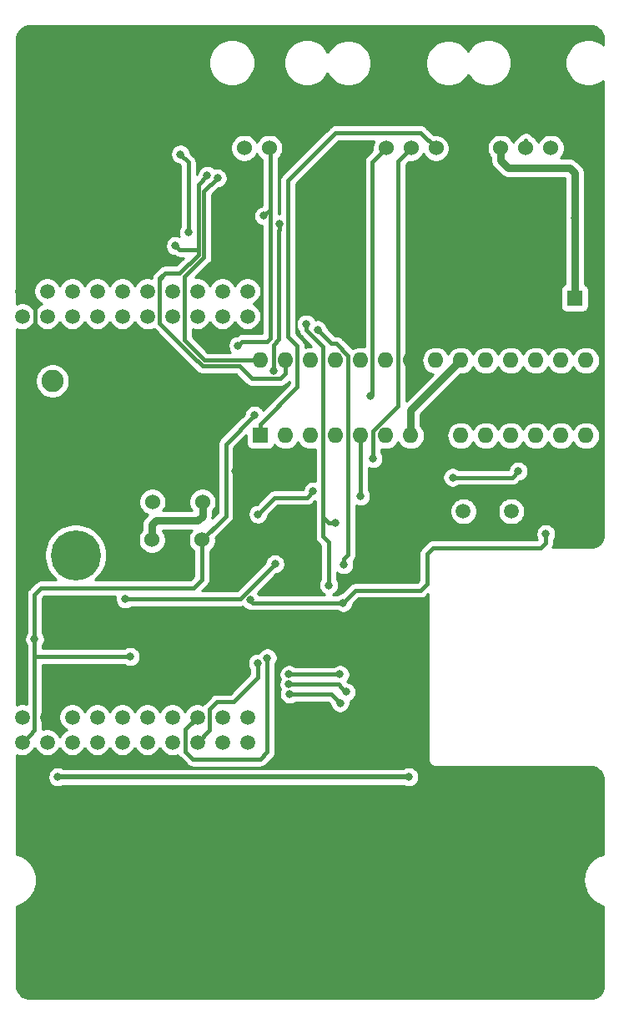
<source format=gbr>
G04 #@! TF.GenerationSoftware,KiCad,Pcbnew,(5.1.2)-1*
G04 #@! TF.CreationDate,2019-08-02T20:29:21-05:00*
G04 #@! TF.ProjectId,NavBoard_Hardware,4e617642-6f61-4726-945f-486172647761,rev?*
G04 #@! TF.SameCoordinates,Original*
G04 #@! TF.FileFunction,Copper,L2,Bot*
G04 #@! TF.FilePolarity,Positive*
%FSLAX46Y46*%
G04 Gerber Fmt 4.6, Leading zero omitted, Abs format (unit mm)*
G04 Created by KiCad (PCBNEW (5.1.2)-1) date 2019-08-02 20:29:21*
%MOMM*%
%LPD*%
G04 APERTURE LIST*
%ADD10C,1.524000*%
%ADD11R,1.600000X1.600000*%
%ADD12O,1.600000X1.600000*%
%ADD13C,1.520000*%
%ADD14C,1.500000*%
%ADD15C,2.250000*%
%ADD16C,5.080000*%
%ADD17C,1.600000*%
%ADD18C,0.800000*%
%ADD19C,0.381000*%
%ADD20C,0.762000*%
%ADD21C,0.508000*%
%ADD22C,0.254000*%
G04 APERTURE END LIST*
D10*
X150898800Y-65557400D03*
X153438800Y-65557400D03*
X155978800Y-65557400D03*
X158518800Y-65557400D03*
D11*
X140716000Y-94691200D03*
D12*
X173736000Y-87071200D03*
X143256000Y-94691200D03*
X171196000Y-87071200D03*
X145796000Y-94691200D03*
X168656000Y-87071200D03*
X148336000Y-94691200D03*
X166116000Y-87071200D03*
X150876000Y-94691200D03*
X163576000Y-87071200D03*
X153416000Y-94691200D03*
X161036000Y-87071200D03*
X155956000Y-94691200D03*
X158496000Y-87071200D03*
X158496000Y-94691200D03*
X155956000Y-87071200D03*
X161036000Y-94691200D03*
X153416000Y-87071200D03*
X163576000Y-94691200D03*
X150876000Y-87071200D03*
X166116000Y-94691200D03*
X148336000Y-87071200D03*
X168656000Y-94691200D03*
X145796000Y-87071200D03*
X171196000Y-94691200D03*
X143256000Y-87071200D03*
X173736000Y-94691200D03*
X140716000Y-87071200D03*
D13*
X139395200Y-80060800D03*
X136855200Y-80060800D03*
X134315200Y-80060800D03*
X131775200Y-80060800D03*
X129235200Y-80060800D03*
X126695200Y-80060800D03*
X124155200Y-80060800D03*
X121615200Y-80060800D03*
X119075200Y-80060800D03*
X116535200Y-80060800D03*
X139395200Y-82600800D03*
X136855200Y-82600800D03*
X134315200Y-82600800D03*
X131775200Y-82600800D03*
X129235200Y-82600800D03*
X126695200Y-82600800D03*
X124155200Y-82600800D03*
X121615200Y-82600800D03*
X119075200Y-82600800D03*
X116535200Y-82600800D03*
X139395200Y-125780800D03*
X136855200Y-125780800D03*
X134315200Y-125780800D03*
X131775200Y-125780800D03*
X129235200Y-125780800D03*
X126695200Y-125780800D03*
X124155200Y-125780800D03*
X121615200Y-125780800D03*
X119075200Y-125780800D03*
X116535200Y-125780800D03*
X139395200Y-123240800D03*
X136855200Y-123240800D03*
X134315200Y-123240800D03*
X131775200Y-123240800D03*
X129235200Y-123240800D03*
X126695200Y-123240800D03*
X124155200Y-123240800D03*
X121615200Y-123240800D03*
X119075200Y-123240800D03*
X116535200Y-123240800D03*
D10*
X134772400Y-105257600D03*
X132232400Y-105257600D03*
X129692400Y-105257600D03*
D14*
X166170000Y-102362000D03*
X161290000Y-102362000D03*
D15*
X122133200Y-86604000D03*
X117033200Y-86604000D03*
X117033200Y-91704000D03*
X122133200Y-91704000D03*
X119583200Y-89154000D03*
D16*
X121945400Y-98933000D03*
X121945400Y-106807000D03*
D10*
X172720000Y-65532000D03*
X170180000Y-65532000D03*
X167640000Y-65532000D03*
X165100000Y-65532000D03*
X129740978Y-101412169D03*
X132280978Y-101412169D03*
X134820978Y-101412169D03*
D17*
X170093000Y-80746600D03*
D11*
X172593000Y-80746600D03*
D10*
X139065000Y-65532000D03*
X141605000Y-65532000D03*
X144145000Y-65532000D03*
D18*
X138176000Y-98298000D03*
X156464000Y-100838000D03*
X154178000Y-100838000D03*
X143256000Y-116332000D03*
X143256000Y-109474000D03*
X132080000Y-116332000D03*
X132588000Y-66167000D03*
X133423600Y-74117200D03*
X149103500Y-111633000D03*
X142671800Y-73228200D03*
X142011400Y-88109500D03*
X140106400Y-92633800D03*
X139652974Y-111353262D03*
X117779800Y-115316000D03*
X127508000Y-117094000D03*
X169672000Y-104648000D03*
X172593000Y-72644000D03*
X155775600Y-129286000D03*
X120142000Y-129286000D03*
X136347200Y-68580000D03*
X135305800Y-68300510D03*
X132080000Y-75438000D03*
X148765200Y-118897400D03*
X143609000Y-118897400D03*
X149400200Y-120675400D03*
X143609000Y-119897403D03*
X148790600Y-121793000D03*
X143666657Y-120895742D03*
X141046200Y-72415400D03*
X141401800Y-117221000D03*
X138430000Y-85572600D03*
X147650700Y-109855000D03*
X148336000Y-103558900D03*
X145364200Y-83388200D03*
X149171600Y-107784393D03*
X146507200Y-83943900D03*
X151892000Y-90678000D03*
X152146000Y-97028000D03*
X140436600Y-117754400D03*
X146050000Y-100330000D03*
X160217500Y-98933000D03*
X166878000Y-98298000D03*
X140462000Y-102666800D03*
X150876000Y-100838000D03*
X142192300Y-107696000D03*
X127000000Y-111252000D03*
D19*
X119120096Y-123195904D02*
X119075200Y-123240800D01*
X116535200Y-80060800D02*
X117856000Y-81381600D01*
X117856000Y-81381600D02*
X117856000Y-83820000D01*
X133398200Y-66977200D02*
X132588000Y-66167000D01*
X133398200Y-73526115D02*
X133398200Y-66977200D01*
X133423600Y-73551515D02*
X133398200Y-73526115D01*
X133423600Y-74117200D02*
X133423600Y-73551515D01*
X117295199Y-125020801D02*
X117320599Y-125020801D01*
X116535200Y-125780800D02*
X117295199Y-125020801D01*
X117320599Y-125020801D02*
X117779800Y-124561600D01*
X117779800Y-124561600D02*
X117779800Y-121818400D01*
X117779800Y-121818400D02*
X117779800Y-119989600D01*
X117779800Y-119989600D02*
X117779800Y-119380000D01*
X149103500Y-111633000D02*
X144221200Y-111633000D01*
X134772400Y-105257600D02*
X136525000Y-103505000D01*
X117779800Y-113544885D02*
X117779800Y-113544885D01*
X134772400Y-109270800D02*
X134772400Y-105257600D01*
X133908800Y-110134400D02*
X134772400Y-109270800D01*
X142671800Y-73228200D02*
X142671800Y-73793885D01*
X142011400Y-85523358D02*
X142011400Y-88109500D01*
X142671800Y-73793885D02*
X142598790Y-73866895D01*
X142598790Y-84935968D02*
X142011400Y-85523358D01*
X142598790Y-73866895D02*
X142598790Y-84935968D01*
X137185400Y-102844600D02*
X134772400Y-105257600D01*
X137185400Y-95554800D02*
X137185400Y-102844600D01*
X140106400Y-92633800D02*
X137185400Y-95554800D01*
X139932712Y-111633000D02*
X139652974Y-111353262D01*
X140919200Y-111633000D02*
X139932712Y-111633000D01*
X144221200Y-111633000D02*
X140919200Y-111633000D01*
X117779800Y-115316000D02*
X117779800Y-110820200D01*
X117779800Y-113544885D02*
X117779800Y-115316000D01*
X118465600Y-110134400D02*
X117779800Y-110820200D01*
X133908800Y-110134400D02*
X118465600Y-110134400D01*
X127508000Y-117094000D02*
X126942315Y-117094000D01*
X126942315Y-117094000D02*
X117779800Y-117094000D01*
X117779800Y-115316000D02*
X117779800Y-117094000D01*
X117779800Y-117094000D02*
X117779800Y-119380000D01*
X169672000Y-105537000D02*
X169672000Y-104648000D01*
X169164000Y-106045000D02*
X169672000Y-105537000D01*
X150373500Y-110363000D02*
X156972000Y-110363000D01*
X156972000Y-110363000D02*
X157607000Y-109728000D01*
X157607000Y-109728000D02*
X157607000Y-106680000D01*
X157607000Y-106680000D02*
X158242000Y-106045000D01*
X149103500Y-111633000D02*
X150373500Y-110363000D01*
X158242000Y-106045000D02*
X169164000Y-106045000D01*
D20*
X172085000Y-67564000D02*
X172593000Y-68072000D01*
X165862000Y-67564000D02*
X172085000Y-67564000D01*
X172593000Y-68072000D02*
X172593000Y-72644000D01*
X172593000Y-72644000D02*
X172593000Y-80746600D01*
X165100000Y-65532000D02*
X165100000Y-66802000D01*
X165100000Y-66802000D02*
X165862000Y-67564000D01*
X155956000Y-92151200D02*
X155956000Y-94691200D01*
X161036000Y-87071200D02*
X155956000Y-92151200D01*
D21*
X120142000Y-129286000D02*
X155775600Y-129286000D01*
D19*
X136347200Y-68580000D02*
X136372600Y-68554600D01*
X167640000Y-64770000D02*
X167640000Y-65532000D01*
X135051800Y-87071200D02*
X140716000Y-87071200D01*
X133019800Y-78587600D02*
X133019800Y-85039200D01*
X134975600Y-76631800D02*
X133019800Y-78587600D01*
X133019800Y-85039200D02*
X135051800Y-87071200D01*
X136347200Y-68580000D02*
X134975600Y-69951600D01*
X134975600Y-69951600D02*
X134975600Y-76631800D01*
X131013200Y-78232000D02*
X132511800Y-78232000D01*
X132511800Y-78232000D02*
X134391400Y-76352400D01*
X134391400Y-69214910D02*
X135305800Y-68300510D01*
X131013200Y-78232000D02*
X130479800Y-78765400D01*
X134391400Y-76352400D02*
X134391400Y-75768200D01*
X134391400Y-75768200D02*
X134391400Y-69214910D01*
X142748000Y-88900000D02*
X143256000Y-88392000D01*
X143256000Y-88392000D02*
X143256000Y-87071200D01*
X139827000Y-88900000D02*
X142748000Y-88900000D01*
X138579210Y-87652210D02*
X139166600Y-88239600D01*
X139166600Y-88239600D02*
X139827000Y-88900000D01*
X138811000Y-87884000D02*
X139166600Y-88239600D01*
X133731000Y-86572072D02*
X134811138Y-87652210D01*
X134811138Y-87652210D02*
X138579210Y-87652210D01*
X130479800Y-83320872D02*
X133731000Y-86572072D01*
X131013200Y-78232000D02*
X130479800Y-78917800D01*
X130479800Y-78917800D02*
X130479800Y-83320872D01*
X134321601Y-75837999D02*
X134391400Y-75768200D01*
X132479999Y-75837999D02*
X134321601Y-75837999D01*
X132080000Y-75438000D02*
X132479999Y-75837999D01*
X148765200Y-118897400D02*
X143609000Y-118897400D01*
X149400200Y-120675400D02*
X149000201Y-120275401D01*
X149000201Y-120275401D02*
X148622203Y-119897403D01*
X148622203Y-119897403D02*
X143609000Y-119897403D01*
X148790600Y-121767600D02*
X148790600Y-121793000D01*
X148390601Y-121393001D02*
X148365201Y-121393001D01*
X148790600Y-121793000D02*
X148390601Y-121393001D01*
X148365201Y-121393001D02*
X147867942Y-120895742D01*
X147867942Y-120895742D02*
X143666657Y-120895742D01*
D20*
X134820978Y-102821422D02*
X134820978Y-101412169D01*
X134315200Y-103327200D02*
X134820978Y-102821422D01*
X130073400Y-103327200D02*
X134315200Y-103327200D01*
X129692400Y-105257600D02*
X129692400Y-103708200D01*
X129692400Y-103708200D02*
X130073400Y-103327200D01*
D19*
X141706600Y-65557400D02*
X141706600Y-71755000D01*
X141706600Y-71755000D02*
X141046200Y-72415400D01*
X141706600Y-71755000D02*
X141706600Y-84023200D01*
X141401800Y-126771400D02*
X140690600Y-127482600D01*
X138829999Y-85172601D02*
X141395399Y-85172601D01*
X138430000Y-85572600D02*
X138829999Y-85172601D01*
X141706600Y-84861400D02*
X141706600Y-84023200D01*
X141395399Y-85172601D02*
X141706600Y-84861400D01*
X141401800Y-117221000D02*
X141401800Y-126771400D01*
X136398000Y-127482600D02*
X133832600Y-127482600D01*
X140690600Y-127482600D02*
X136398000Y-127482600D01*
X133832600Y-127482600D02*
X133096000Y-126746000D01*
X133096000Y-124460000D02*
X134315200Y-123240800D01*
X133096000Y-126746000D02*
X133096000Y-124460000D01*
X143484600Y-84654415D02*
X143484600Y-68834000D01*
X143891000Y-68427600D02*
X144221200Y-68097400D01*
X143484600Y-68834000D02*
X144221200Y-68097400D01*
X144221200Y-68097400D02*
X145084800Y-67233800D01*
X158518800Y-65557400D02*
X156969400Y-64008000D01*
X148310600Y-64008000D02*
X145084800Y-67233800D01*
X156969400Y-64008000D02*
X148310600Y-64008000D01*
X144446501Y-85616316D02*
X143484600Y-84654415D01*
X144446501Y-89779699D02*
X144446501Y-85616316D01*
X140716000Y-93510200D02*
X144446501Y-89779699D01*
X140716000Y-94691200D02*
X140716000Y-93510200D01*
X147650700Y-105513498D02*
X147650700Y-109855000D01*
X147116800Y-104979598D02*
X147650700Y-105513498D01*
X147653300Y-103558900D02*
X148336000Y-103558900D01*
X147116800Y-103022400D02*
X147653300Y-103558900D01*
X147066000Y-85672642D02*
X147066000Y-102590600D01*
X145364200Y-83388200D02*
X145364200Y-83970842D01*
X145364200Y-83970842D02*
X147066000Y-85672642D01*
X147066000Y-104928798D02*
X147650700Y-105513498D01*
X147066000Y-102590600D02*
X147066000Y-104928798D01*
X149171600Y-107218708D02*
X149606000Y-106784308D01*
X149171600Y-107784393D02*
X149171600Y-107218708D01*
X149606000Y-86579258D02*
X148396142Y-85369400D01*
X149606000Y-106784308D02*
X149606000Y-86579258D01*
X148396142Y-85369400D02*
X147932700Y-85369400D01*
X147932700Y-85369400D02*
X146507200Y-83943900D01*
X152066501Y-66929699D02*
X152066501Y-86499759D01*
X153438800Y-65557400D02*
X152066501Y-66929699D01*
X152066501Y-86499759D02*
X152066501Y-90503499D01*
X152066501Y-90503499D02*
X151892000Y-90678000D01*
X154686000Y-86360000D02*
X154686000Y-84074000D01*
X154686000Y-84074000D02*
X154686000Y-76962000D01*
X154686000Y-71628000D02*
X154686000Y-71882000D01*
X154686000Y-91659258D02*
X154686000Y-91186000D01*
X152146000Y-94199258D02*
X154686000Y-91659258D01*
X152146000Y-96462315D02*
X152146000Y-94199258D01*
X154686000Y-91186000D02*
X154686000Y-86360000D01*
X152146000Y-96462315D02*
X152146000Y-97028000D01*
X154686000Y-66850200D02*
X155978800Y-65557400D01*
X154686000Y-72644000D02*
X154686000Y-66850200D01*
X154686000Y-72644000D02*
X154686000Y-71882000D01*
X154686000Y-76962000D02*
X154686000Y-72644000D01*
X135559800Y-124536200D02*
X134315200Y-125780800D01*
X135559800Y-122402600D02*
X135559800Y-124536200D01*
X137287000Y-121691400D02*
X136271000Y-121691400D01*
X136271000Y-121691400D02*
X135559800Y-122402600D01*
X140436600Y-117754400D02*
X140436600Y-119227600D01*
X137972800Y-121691400D02*
X137287000Y-121691400D01*
X140436600Y-119227600D02*
X137972800Y-121691400D01*
X145415000Y-100965000D02*
X146050000Y-100330000D01*
X160217500Y-98933000D02*
X166243000Y-98933000D01*
X166243000Y-98933000D02*
X166878000Y-98298000D01*
X142163800Y-100965000D02*
X140462000Y-102666800D01*
X145415000Y-100965000D02*
X142163800Y-100965000D01*
X150876000Y-94691200D02*
X150876000Y-100838000D01*
X138636300Y-111252000D02*
X138938000Y-110950300D01*
X127000000Y-111252000D02*
X138636300Y-111252000D01*
X142192300Y-107696000D02*
X138938000Y-110950300D01*
X138938000Y-110950300D02*
X138763300Y-111125000D01*
D22*
G36*
X157735201Y-127523913D02*
G01*
X157731765Y-127558800D01*
X157745473Y-127697984D01*
X157786072Y-127831820D01*
X157852000Y-127955163D01*
X157940725Y-128063275D01*
X158048837Y-128152000D01*
X158172180Y-128217928D01*
X158306016Y-128258527D01*
X158410323Y-128268800D01*
X158445200Y-128272235D01*
X158480077Y-128268800D01*
X174158479Y-128268800D01*
X174449318Y-128297318D01*
X174695677Y-128371697D01*
X174922898Y-128492513D01*
X175122328Y-128655163D01*
X175286364Y-128853450D01*
X175408764Y-129079823D01*
X175484863Y-129325660D01*
X175515200Y-129614302D01*
X175515201Y-137110366D01*
X175227816Y-137199326D01*
X175168504Y-137224259D01*
X175108827Y-137248370D01*
X175100074Y-137253024D01*
X174751226Y-137441646D01*
X174697894Y-137477619D01*
X174644032Y-137512865D01*
X174636350Y-137519131D01*
X174330782Y-137771918D01*
X174285463Y-137817555D01*
X174239460Y-137862604D01*
X174233141Y-137870242D01*
X173982493Y-138177567D01*
X173946875Y-138231176D01*
X173910526Y-138284263D01*
X173905811Y-138292983D01*
X173719629Y-138643140D01*
X173695113Y-138702620D01*
X173669756Y-138761783D01*
X173666825Y-138771253D01*
X173552202Y-139150904D01*
X173539707Y-139214009D01*
X173526324Y-139276973D01*
X173525288Y-139286832D01*
X173486589Y-139681516D01*
X173486589Y-139712534D01*
X173483238Y-139743389D01*
X173483204Y-139753302D01*
X173483254Y-139767488D01*
X173486388Y-139798334D01*
X173486172Y-139829334D01*
X173487139Y-139839200D01*
X173528592Y-140233604D01*
X173541533Y-140296648D01*
X173553590Y-140359852D01*
X173556455Y-140369342D01*
X173673726Y-140748185D01*
X173698658Y-140807494D01*
X173722770Y-140867173D01*
X173727424Y-140875926D01*
X173916046Y-141224774D01*
X173952009Y-141278091D01*
X173987265Y-141331968D01*
X173993531Y-141339650D01*
X174246318Y-141645218D01*
X174291971Y-141690554D01*
X174337004Y-141736540D01*
X174344642Y-141742859D01*
X174651968Y-141993507D01*
X174705559Y-142029113D01*
X174758663Y-142065474D01*
X174767383Y-142070189D01*
X175117539Y-142256370D01*
X175177013Y-142280883D01*
X175236183Y-142306244D01*
X175245653Y-142309175D01*
X175515200Y-142390556D01*
X175515201Y-150384070D01*
X175486683Y-150674915D01*
X175412303Y-150921276D01*
X175291486Y-151148499D01*
X175128835Y-151347929D01*
X174930550Y-151511964D01*
X174704177Y-151634364D01*
X174458342Y-151710463D01*
X174169698Y-151740800D01*
X117331920Y-151740800D01*
X117041085Y-151712283D01*
X116794724Y-151637903D01*
X116567501Y-151517086D01*
X116368071Y-151354435D01*
X116204036Y-151156150D01*
X116081636Y-150929777D01*
X116005537Y-150683942D01*
X115975200Y-150395298D01*
X115975200Y-142392055D01*
X116280373Y-142295248D01*
X116339483Y-142269913D01*
X116399015Y-142245376D01*
X116407735Y-142240661D01*
X116755258Y-142049609D01*
X116808361Y-142013249D01*
X116861955Y-141977641D01*
X116869593Y-141971322D01*
X117173388Y-141716407D01*
X117218401Y-141670441D01*
X117264073Y-141625087D01*
X117270338Y-141617405D01*
X117518835Y-141308336D01*
X117554048Y-141254524D01*
X117590055Y-141201142D01*
X117594709Y-141192390D01*
X117778442Y-140840943D01*
X117802542Y-140781293D01*
X117827486Y-140721953D01*
X117830351Y-140712463D01*
X117942321Y-140332021D01*
X117954378Y-140268817D01*
X117967319Y-140205773D01*
X117968286Y-140195907D01*
X118004228Y-139800962D01*
X118003779Y-139736647D01*
X118004228Y-139672265D01*
X118003261Y-139662399D01*
X117961808Y-139267996D01*
X117948867Y-139204952D01*
X117936810Y-139141748D01*
X117933945Y-139132258D01*
X117816674Y-138753416D01*
X117791741Y-138694104D01*
X117767630Y-138634427D01*
X117762976Y-138625674D01*
X117574354Y-138276826D01*
X117538381Y-138223494D01*
X117503135Y-138169632D01*
X117496869Y-138161950D01*
X117244082Y-137856382D01*
X117198445Y-137811063D01*
X117153396Y-137765060D01*
X117145758Y-137758741D01*
X116838433Y-137508093D01*
X116784824Y-137472475D01*
X116731737Y-137436126D01*
X116723017Y-137431411D01*
X116372860Y-137245229D01*
X116313380Y-137220713D01*
X116254217Y-137195356D01*
X116244747Y-137192425D01*
X115975200Y-137111044D01*
X115975200Y-129184061D01*
X119107000Y-129184061D01*
X119107000Y-129387939D01*
X119146774Y-129587898D01*
X119224795Y-129776256D01*
X119338063Y-129945774D01*
X119482226Y-130089937D01*
X119651744Y-130203205D01*
X119840102Y-130281226D01*
X120040061Y-130321000D01*
X120243939Y-130321000D01*
X120443898Y-130281226D01*
X120632256Y-130203205D01*
X120674468Y-130175000D01*
X155243132Y-130175000D01*
X155285344Y-130203205D01*
X155473702Y-130281226D01*
X155673661Y-130321000D01*
X155877539Y-130321000D01*
X156077498Y-130281226D01*
X156265856Y-130203205D01*
X156435374Y-130089937D01*
X156579537Y-129945774D01*
X156692805Y-129776256D01*
X156770826Y-129587898D01*
X156810600Y-129387939D01*
X156810600Y-129184061D01*
X156770826Y-128984102D01*
X156692805Y-128795744D01*
X156579537Y-128626226D01*
X156435374Y-128482063D01*
X156265856Y-128368795D01*
X156077498Y-128290774D01*
X155877539Y-128251000D01*
X155673661Y-128251000D01*
X155473702Y-128290774D01*
X155285344Y-128368795D01*
X155243132Y-128397000D01*
X120674468Y-128397000D01*
X120632256Y-128368795D01*
X120443898Y-128290774D01*
X120243939Y-128251000D01*
X120040061Y-128251000D01*
X119840102Y-128290774D01*
X119651744Y-128368795D01*
X119482226Y-128482063D01*
X119338063Y-128626226D01*
X119224795Y-128795744D01*
X119146774Y-128984102D01*
X119107000Y-129184061D01*
X115975200Y-129184061D01*
X115975200Y-127058778D01*
X116128293Y-127122191D01*
X116397804Y-127175800D01*
X116672596Y-127175800D01*
X116942107Y-127122191D01*
X117195980Y-127017033D01*
X117424461Y-126864367D01*
X117618767Y-126670061D01*
X117771433Y-126441580D01*
X117805200Y-126360060D01*
X117838967Y-126441580D01*
X117991633Y-126670061D01*
X118185939Y-126864367D01*
X118414420Y-127017033D01*
X118668293Y-127122191D01*
X118937804Y-127175800D01*
X119212596Y-127175800D01*
X119482107Y-127122191D01*
X119735980Y-127017033D01*
X119964461Y-126864367D01*
X120158767Y-126670061D01*
X120311433Y-126441580D01*
X120345200Y-126360060D01*
X120378967Y-126441580D01*
X120531633Y-126670061D01*
X120725939Y-126864367D01*
X120954420Y-127017033D01*
X121208293Y-127122191D01*
X121477804Y-127175800D01*
X121752596Y-127175800D01*
X122022107Y-127122191D01*
X122275980Y-127017033D01*
X122504461Y-126864367D01*
X122698767Y-126670061D01*
X122851433Y-126441580D01*
X122885200Y-126360060D01*
X122918967Y-126441580D01*
X123071633Y-126670061D01*
X123265939Y-126864367D01*
X123494420Y-127017033D01*
X123748293Y-127122191D01*
X124017804Y-127175800D01*
X124292596Y-127175800D01*
X124562107Y-127122191D01*
X124815980Y-127017033D01*
X125044461Y-126864367D01*
X125238767Y-126670061D01*
X125391433Y-126441580D01*
X125425200Y-126360060D01*
X125458967Y-126441580D01*
X125611633Y-126670061D01*
X125805939Y-126864367D01*
X126034420Y-127017033D01*
X126288293Y-127122191D01*
X126557804Y-127175800D01*
X126832596Y-127175800D01*
X127102107Y-127122191D01*
X127355980Y-127017033D01*
X127584461Y-126864367D01*
X127778767Y-126670061D01*
X127931433Y-126441580D01*
X127965200Y-126360060D01*
X127998967Y-126441580D01*
X128151633Y-126670061D01*
X128345939Y-126864367D01*
X128574420Y-127017033D01*
X128828293Y-127122191D01*
X129097804Y-127175800D01*
X129372596Y-127175800D01*
X129642107Y-127122191D01*
X129895980Y-127017033D01*
X130124461Y-126864367D01*
X130318767Y-126670061D01*
X130471433Y-126441580D01*
X130505200Y-126360060D01*
X130538967Y-126441580D01*
X130691633Y-126670061D01*
X130885939Y-126864367D01*
X131114420Y-127017033D01*
X131368293Y-127122191D01*
X131637804Y-127175800D01*
X131912596Y-127175800D01*
X132182107Y-127122191D01*
X132329012Y-127061341D01*
X132329647Y-127063433D01*
X132406301Y-127206842D01*
X132440214Y-127248165D01*
X132509459Y-127332541D01*
X132540965Y-127358397D01*
X133220210Y-128037644D01*
X133246059Y-128069141D01*
X133277555Y-128094989D01*
X133277558Y-128094992D01*
X133371757Y-128172299D01*
X133490121Y-128235566D01*
X133515166Y-128248953D01*
X133670774Y-128296156D01*
X133792047Y-128308100D01*
X133792049Y-128308100D01*
X133832600Y-128312094D01*
X133873150Y-128308100D01*
X140650050Y-128308100D01*
X140690600Y-128312094D01*
X140731150Y-128308100D01*
X140731153Y-128308100D01*
X140852426Y-128296156D01*
X141008034Y-128248953D01*
X141151442Y-128172299D01*
X141277141Y-128069141D01*
X141302997Y-128037635D01*
X141956844Y-127383790D01*
X141988341Y-127357941D01*
X142014189Y-127326445D01*
X142014192Y-127326442D01*
X142091499Y-127232243D01*
X142168153Y-127088834D01*
X142188500Y-127021758D01*
X142215356Y-126933226D01*
X142227300Y-126811953D01*
X142227300Y-126811951D01*
X142231294Y-126771400D01*
X142227300Y-126730850D01*
X142227300Y-118795461D01*
X142574000Y-118795461D01*
X142574000Y-118999339D01*
X142613774Y-119199298D01*
X142691795Y-119387656D01*
X142698307Y-119397401D01*
X142691795Y-119407147D01*
X142613774Y-119595505D01*
X142574000Y-119795464D01*
X142574000Y-119999342D01*
X142613774Y-120199301D01*
X142691795Y-120387659D01*
X142731946Y-120447749D01*
X142671431Y-120593844D01*
X142631657Y-120793803D01*
X142631657Y-120997681D01*
X142671431Y-121197640D01*
X142749452Y-121385998D01*
X142862720Y-121555516D01*
X143006883Y-121699679D01*
X143176401Y-121812947D01*
X143364759Y-121890968D01*
X143564718Y-121930742D01*
X143768596Y-121930742D01*
X143968555Y-121890968D01*
X144156913Y-121812947D01*
X144294160Y-121721242D01*
X147526010Y-121721242D01*
X147752803Y-121948035D01*
X147770435Y-121969520D01*
X147795374Y-122094898D01*
X147873395Y-122283256D01*
X147986663Y-122452774D01*
X148130826Y-122596937D01*
X148300344Y-122710205D01*
X148488702Y-122788226D01*
X148688661Y-122828000D01*
X148892539Y-122828000D01*
X149092498Y-122788226D01*
X149280856Y-122710205D01*
X149450374Y-122596937D01*
X149594537Y-122452774D01*
X149707805Y-122283256D01*
X149785826Y-122094898D01*
X149825600Y-121894939D01*
X149825600Y-121691061D01*
X149812444Y-121624919D01*
X149890456Y-121592605D01*
X150059974Y-121479337D01*
X150204137Y-121335174D01*
X150317405Y-121165656D01*
X150395426Y-120977298D01*
X150435200Y-120777339D01*
X150435200Y-120573461D01*
X150395426Y-120373502D01*
X150317405Y-120185144D01*
X150204137Y-120015626D01*
X150059974Y-119871463D01*
X149890456Y-119758195D01*
X149702098Y-119680174D01*
X149540204Y-119647972D01*
X149509272Y-119617039D01*
X149569137Y-119557174D01*
X149682405Y-119387656D01*
X149760426Y-119199298D01*
X149800200Y-118999339D01*
X149800200Y-118795461D01*
X149760426Y-118595502D01*
X149682405Y-118407144D01*
X149569137Y-118237626D01*
X149424974Y-118093463D01*
X149255456Y-117980195D01*
X149067098Y-117902174D01*
X148867139Y-117862400D01*
X148663261Y-117862400D01*
X148463302Y-117902174D01*
X148274944Y-117980195D01*
X148137697Y-118071900D01*
X144236503Y-118071900D01*
X144099256Y-117980195D01*
X143910898Y-117902174D01*
X143710939Y-117862400D01*
X143507061Y-117862400D01*
X143307102Y-117902174D01*
X143118744Y-117980195D01*
X142949226Y-118093463D01*
X142805063Y-118237626D01*
X142691795Y-118407144D01*
X142613774Y-118595502D01*
X142574000Y-118795461D01*
X142227300Y-118795461D01*
X142227300Y-117848503D01*
X142319005Y-117711256D01*
X142397026Y-117522898D01*
X142436800Y-117322939D01*
X142436800Y-117119061D01*
X142397026Y-116919102D01*
X142319005Y-116730744D01*
X142205737Y-116561226D01*
X142061574Y-116417063D01*
X141892056Y-116303795D01*
X141703698Y-116225774D01*
X141503739Y-116186000D01*
X141299861Y-116186000D01*
X141099902Y-116225774D01*
X140911544Y-116303795D01*
X140742026Y-116417063D01*
X140597863Y-116561226D01*
X140492175Y-116719400D01*
X140334661Y-116719400D01*
X140134702Y-116759174D01*
X139946344Y-116837195D01*
X139776826Y-116950463D01*
X139632663Y-117094626D01*
X139519395Y-117264144D01*
X139441374Y-117452502D01*
X139401600Y-117652461D01*
X139401600Y-117856339D01*
X139441374Y-118056298D01*
X139519395Y-118244656D01*
X139611100Y-118381903D01*
X139611101Y-118885666D01*
X137630868Y-120865900D01*
X136311550Y-120865900D01*
X136271000Y-120861906D01*
X136230449Y-120865900D01*
X136230447Y-120865900D01*
X136109174Y-120877844D01*
X135953566Y-120925047D01*
X135810157Y-121001701D01*
X135715958Y-121079008D01*
X135715955Y-121079011D01*
X135684459Y-121104859D01*
X135658610Y-121136356D01*
X135004765Y-121790203D01*
X134973259Y-121816059D01*
X134911784Y-121890968D01*
X134870101Y-121941758D01*
X134861807Y-121957275D01*
X134722107Y-121899409D01*
X134452596Y-121845800D01*
X134177804Y-121845800D01*
X133908293Y-121899409D01*
X133654420Y-122004567D01*
X133425939Y-122157233D01*
X133231633Y-122351539D01*
X133078967Y-122580020D01*
X133045200Y-122661540D01*
X133011433Y-122580020D01*
X132858767Y-122351539D01*
X132664461Y-122157233D01*
X132435980Y-122004567D01*
X132182107Y-121899409D01*
X131912596Y-121845800D01*
X131637804Y-121845800D01*
X131368293Y-121899409D01*
X131114420Y-122004567D01*
X130885939Y-122157233D01*
X130691633Y-122351539D01*
X130538967Y-122580020D01*
X130505200Y-122661540D01*
X130471433Y-122580020D01*
X130318767Y-122351539D01*
X130124461Y-122157233D01*
X129895980Y-122004567D01*
X129642107Y-121899409D01*
X129372596Y-121845800D01*
X129097804Y-121845800D01*
X128828293Y-121899409D01*
X128574420Y-122004567D01*
X128345939Y-122157233D01*
X128151633Y-122351539D01*
X127998967Y-122580020D01*
X127965200Y-122661540D01*
X127931433Y-122580020D01*
X127778767Y-122351539D01*
X127584461Y-122157233D01*
X127355980Y-122004567D01*
X127102107Y-121899409D01*
X126832596Y-121845800D01*
X126557804Y-121845800D01*
X126288293Y-121899409D01*
X126034420Y-122004567D01*
X125805939Y-122157233D01*
X125611633Y-122351539D01*
X125458967Y-122580020D01*
X125425200Y-122661540D01*
X125391433Y-122580020D01*
X125238767Y-122351539D01*
X125044461Y-122157233D01*
X124815980Y-122004567D01*
X124562107Y-121899409D01*
X124292596Y-121845800D01*
X124017804Y-121845800D01*
X123748293Y-121899409D01*
X123494420Y-122004567D01*
X123265939Y-122157233D01*
X123071633Y-122351539D01*
X122918967Y-122580020D01*
X122885200Y-122661540D01*
X122851433Y-122580020D01*
X122698767Y-122351539D01*
X122504461Y-122157233D01*
X122275980Y-122004567D01*
X122022107Y-121899409D01*
X121752596Y-121845800D01*
X121477804Y-121845800D01*
X121208293Y-121899409D01*
X120954420Y-122004567D01*
X120725939Y-122157233D01*
X120531633Y-122351539D01*
X120378967Y-122580020D01*
X120273809Y-122833893D01*
X120220200Y-123103404D01*
X120220200Y-123378196D01*
X120273809Y-123647707D01*
X120378967Y-123901580D01*
X120531633Y-124130061D01*
X120725939Y-124324367D01*
X120954420Y-124477033D01*
X121035940Y-124510800D01*
X120954420Y-124544567D01*
X120725939Y-124697233D01*
X120531633Y-124891539D01*
X120378967Y-125120020D01*
X120345200Y-125201540D01*
X120311433Y-125120020D01*
X120158767Y-124891539D01*
X119964461Y-124697233D01*
X119735980Y-124544567D01*
X119482107Y-124439409D01*
X119212596Y-124385800D01*
X118937804Y-124385800D01*
X118668293Y-124439409D01*
X118605300Y-124465502D01*
X118605300Y-117919500D01*
X126880497Y-117919500D01*
X127017744Y-118011205D01*
X127206102Y-118089226D01*
X127406061Y-118129000D01*
X127609939Y-118129000D01*
X127809898Y-118089226D01*
X127998256Y-118011205D01*
X128167774Y-117897937D01*
X128311937Y-117753774D01*
X128425205Y-117584256D01*
X128503226Y-117395898D01*
X128543000Y-117195939D01*
X128543000Y-116992061D01*
X128503226Y-116792102D01*
X128425205Y-116603744D01*
X128311937Y-116434226D01*
X128167774Y-116290063D01*
X127998256Y-116176795D01*
X127809898Y-116098774D01*
X127609939Y-116059000D01*
X127406061Y-116059000D01*
X127206102Y-116098774D01*
X127017744Y-116176795D01*
X126880497Y-116268500D01*
X118605300Y-116268500D01*
X118605300Y-115943503D01*
X118697005Y-115806256D01*
X118775026Y-115617898D01*
X118814800Y-115417939D01*
X118814800Y-115214061D01*
X118775026Y-115014102D01*
X118697005Y-114825744D01*
X118605300Y-114688497D01*
X118605300Y-113585438D01*
X118609294Y-113544885D01*
X118605300Y-113504332D01*
X118605300Y-111162133D01*
X118807533Y-110959900D01*
X126002825Y-110959900D01*
X125965000Y-111150061D01*
X125965000Y-111353939D01*
X126004774Y-111553898D01*
X126082795Y-111742256D01*
X126196063Y-111911774D01*
X126340226Y-112055937D01*
X126509744Y-112169205D01*
X126698102Y-112247226D01*
X126898061Y-112287000D01*
X127101939Y-112287000D01*
X127301898Y-112247226D01*
X127490256Y-112169205D01*
X127627503Y-112077500D01*
X138595750Y-112077500D01*
X138636300Y-112081494D01*
X138676850Y-112077500D01*
X138676853Y-112077500D01*
X138798126Y-112065556D01*
X138877484Y-112041483D01*
X138993200Y-112157199D01*
X139162718Y-112270467D01*
X139351076Y-112348488D01*
X139551035Y-112388262D01*
X139594528Y-112388262D01*
X139615278Y-112399353D01*
X139770886Y-112446556D01*
X139892159Y-112458500D01*
X139892161Y-112458500D01*
X139932711Y-112462494D01*
X139973262Y-112458500D01*
X148475997Y-112458500D01*
X148613244Y-112550205D01*
X148801602Y-112628226D01*
X149001561Y-112668000D01*
X149205439Y-112668000D01*
X149405398Y-112628226D01*
X149593756Y-112550205D01*
X149763274Y-112436937D01*
X149907437Y-112292774D01*
X150020705Y-112123256D01*
X150098726Y-111934898D01*
X150130928Y-111773004D01*
X150715433Y-111188500D01*
X156931450Y-111188500D01*
X156972000Y-111192494D01*
X157012550Y-111188500D01*
X157012553Y-111188500D01*
X157133826Y-111176556D01*
X157289434Y-111129353D01*
X157432842Y-111052699D01*
X157558541Y-110949541D01*
X157584397Y-110918035D01*
X157735200Y-110767232D01*
X157735201Y-127523913D01*
X157735201Y-127523913D01*
G37*
X157735201Y-127523913D02*
X157731765Y-127558800D01*
X157745473Y-127697984D01*
X157786072Y-127831820D01*
X157852000Y-127955163D01*
X157940725Y-128063275D01*
X158048837Y-128152000D01*
X158172180Y-128217928D01*
X158306016Y-128258527D01*
X158410323Y-128268800D01*
X158445200Y-128272235D01*
X158480077Y-128268800D01*
X174158479Y-128268800D01*
X174449318Y-128297318D01*
X174695677Y-128371697D01*
X174922898Y-128492513D01*
X175122328Y-128655163D01*
X175286364Y-128853450D01*
X175408764Y-129079823D01*
X175484863Y-129325660D01*
X175515200Y-129614302D01*
X175515201Y-137110366D01*
X175227816Y-137199326D01*
X175168504Y-137224259D01*
X175108827Y-137248370D01*
X175100074Y-137253024D01*
X174751226Y-137441646D01*
X174697894Y-137477619D01*
X174644032Y-137512865D01*
X174636350Y-137519131D01*
X174330782Y-137771918D01*
X174285463Y-137817555D01*
X174239460Y-137862604D01*
X174233141Y-137870242D01*
X173982493Y-138177567D01*
X173946875Y-138231176D01*
X173910526Y-138284263D01*
X173905811Y-138292983D01*
X173719629Y-138643140D01*
X173695113Y-138702620D01*
X173669756Y-138761783D01*
X173666825Y-138771253D01*
X173552202Y-139150904D01*
X173539707Y-139214009D01*
X173526324Y-139276973D01*
X173525288Y-139286832D01*
X173486589Y-139681516D01*
X173486589Y-139712534D01*
X173483238Y-139743389D01*
X173483204Y-139753302D01*
X173483254Y-139767488D01*
X173486388Y-139798334D01*
X173486172Y-139829334D01*
X173487139Y-139839200D01*
X173528592Y-140233604D01*
X173541533Y-140296648D01*
X173553590Y-140359852D01*
X173556455Y-140369342D01*
X173673726Y-140748185D01*
X173698658Y-140807494D01*
X173722770Y-140867173D01*
X173727424Y-140875926D01*
X173916046Y-141224774D01*
X173952009Y-141278091D01*
X173987265Y-141331968D01*
X173993531Y-141339650D01*
X174246318Y-141645218D01*
X174291971Y-141690554D01*
X174337004Y-141736540D01*
X174344642Y-141742859D01*
X174651968Y-141993507D01*
X174705559Y-142029113D01*
X174758663Y-142065474D01*
X174767383Y-142070189D01*
X175117539Y-142256370D01*
X175177013Y-142280883D01*
X175236183Y-142306244D01*
X175245653Y-142309175D01*
X175515200Y-142390556D01*
X175515201Y-150384070D01*
X175486683Y-150674915D01*
X175412303Y-150921276D01*
X175291486Y-151148499D01*
X175128835Y-151347929D01*
X174930550Y-151511964D01*
X174704177Y-151634364D01*
X174458342Y-151710463D01*
X174169698Y-151740800D01*
X117331920Y-151740800D01*
X117041085Y-151712283D01*
X116794724Y-151637903D01*
X116567501Y-151517086D01*
X116368071Y-151354435D01*
X116204036Y-151156150D01*
X116081636Y-150929777D01*
X116005537Y-150683942D01*
X115975200Y-150395298D01*
X115975200Y-142392055D01*
X116280373Y-142295248D01*
X116339483Y-142269913D01*
X116399015Y-142245376D01*
X116407735Y-142240661D01*
X116755258Y-142049609D01*
X116808361Y-142013249D01*
X116861955Y-141977641D01*
X116869593Y-141971322D01*
X117173388Y-141716407D01*
X117218401Y-141670441D01*
X117264073Y-141625087D01*
X117270338Y-141617405D01*
X117518835Y-141308336D01*
X117554048Y-141254524D01*
X117590055Y-141201142D01*
X117594709Y-141192390D01*
X117778442Y-140840943D01*
X117802542Y-140781293D01*
X117827486Y-140721953D01*
X117830351Y-140712463D01*
X117942321Y-140332021D01*
X117954378Y-140268817D01*
X117967319Y-140205773D01*
X117968286Y-140195907D01*
X118004228Y-139800962D01*
X118003779Y-139736647D01*
X118004228Y-139672265D01*
X118003261Y-139662399D01*
X117961808Y-139267996D01*
X117948867Y-139204952D01*
X117936810Y-139141748D01*
X117933945Y-139132258D01*
X117816674Y-138753416D01*
X117791741Y-138694104D01*
X117767630Y-138634427D01*
X117762976Y-138625674D01*
X117574354Y-138276826D01*
X117538381Y-138223494D01*
X117503135Y-138169632D01*
X117496869Y-138161950D01*
X117244082Y-137856382D01*
X117198445Y-137811063D01*
X117153396Y-137765060D01*
X117145758Y-137758741D01*
X116838433Y-137508093D01*
X116784824Y-137472475D01*
X116731737Y-137436126D01*
X116723017Y-137431411D01*
X116372860Y-137245229D01*
X116313380Y-137220713D01*
X116254217Y-137195356D01*
X116244747Y-137192425D01*
X115975200Y-137111044D01*
X115975200Y-129184061D01*
X119107000Y-129184061D01*
X119107000Y-129387939D01*
X119146774Y-129587898D01*
X119224795Y-129776256D01*
X119338063Y-129945774D01*
X119482226Y-130089937D01*
X119651744Y-130203205D01*
X119840102Y-130281226D01*
X120040061Y-130321000D01*
X120243939Y-130321000D01*
X120443898Y-130281226D01*
X120632256Y-130203205D01*
X120674468Y-130175000D01*
X155243132Y-130175000D01*
X155285344Y-130203205D01*
X155473702Y-130281226D01*
X155673661Y-130321000D01*
X155877539Y-130321000D01*
X156077498Y-130281226D01*
X156265856Y-130203205D01*
X156435374Y-130089937D01*
X156579537Y-129945774D01*
X156692805Y-129776256D01*
X156770826Y-129587898D01*
X156810600Y-129387939D01*
X156810600Y-129184061D01*
X156770826Y-128984102D01*
X156692805Y-128795744D01*
X156579537Y-128626226D01*
X156435374Y-128482063D01*
X156265856Y-128368795D01*
X156077498Y-128290774D01*
X155877539Y-128251000D01*
X155673661Y-128251000D01*
X155473702Y-128290774D01*
X155285344Y-128368795D01*
X155243132Y-128397000D01*
X120674468Y-128397000D01*
X120632256Y-128368795D01*
X120443898Y-128290774D01*
X120243939Y-128251000D01*
X120040061Y-128251000D01*
X119840102Y-128290774D01*
X119651744Y-128368795D01*
X119482226Y-128482063D01*
X119338063Y-128626226D01*
X119224795Y-128795744D01*
X119146774Y-128984102D01*
X119107000Y-129184061D01*
X115975200Y-129184061D01*
X115975200Y-127058778D01*
X116128293Y-127122191D01*
X116397804Y-127175800D01*
X116672596Y-127175800D01*
X116942107Y-127122191D01*
X117195980Y-127017033D01*
X117424461Y-126864367D01*
X117618767Y-126670061D01*
X117771433Y-126441580D01*
X117805200Y-126360060D01*
X117838967Y-126441580D01*
X117991633Y-126670061D01*
X118185939Y-126864367D01*
X118414420Y-127017033D01*
X118668293Y-127122191D01*
X118937804Y-127175800D01*
X119212596Y-127175800D01*
X119482107Y-127122191D01*
X119735980Y-127017033D01*
X119964461Y-126864367D01*
X120158767Y-126670061D01*
X120311433Y-126441580D01*
X120345200Y-126360060D01*
X120378967Y-126441580D01*
X120531633Y-126670061D01*
X120725939Y-126864367D01*
X120954420Y-127017033D01*
X121208293Y-127122191D01*
X121477804Y-127175800D01*
X121752596Y-127175800D01*
X122022107Y-127122191D01*
X122275980Y-127017033D01*
X122504461Y-126864367D01*
X122698767Y-126670061D01*
X122851433Y-126441580D01*
X122885200Y-126360060D01*
X122918967Y-126441580D01*
X123071633Y-126670061D01*
X123265939Y-126864367D01*
X123494420Y-127017033D01*
X123748293Y-127122191D01*
X124017804Y-127175800D01*
X124292596Y-127175800D01*
X124562107Y-127122191D01*
X124815980Y-127017033D01*
X125044461Y-126864367D01*
X125238767Y-126670061D01*
X125391433Y-126441580D01*
X125425200Y-126360060D01*
X125458967Y-126441580D01*
X125611633Y-126670061D01*
X125805939Y-126864367D01*
X126034420Y-127017033D01*
X126288293Y-127122191D01*
X126557804Y-127175800D01*
X126832596Y-127175800D01*
X127102107Y-127122191D01*
X127355980Y-127017033D01*
X127584461Y-126864367D01*
X127778767Y-126670061D01*
X127931433Y-126441580D01*
X127965200Y-126360060D01*
X127998967Y-126441580D01*
X128151633Y-126670061D01*
X128345939Y-126864367D01*
X128574420Y-127017033D01*
X128828293Y-127122191D01*
X129097804Y-127175800D01*
X129372596Y-127175800D01*
X129642107Y-127122191D01*
X129895980Y-127017033D01*
X130124461Y-126864367D01*
X130318767Y-126670061D01*
X130471433Y-126441580D01*
X130505200Y-126360060D01*
X130538967Y-126441580D01*
X130691633Y-126670061D01*
X130885939Y-126864367D01*
X131114420Y-127017033D01*
X131368293Y-127122191D01*
X131637804Y-127175800D01*
X131912596Y-127175800D01*
X132182107Y-127122191D01*
X132329012Y-127061341D01*
X132329647Y-127063433D01*
X132406301Y-127206842D01*
X132440214Y-127248165D01*
X132509459Y-127332541D01*
X132540965Y-127358397D01*
X133220210Y-128037644D01*
X133246059Y-128069141D01*
X133277555Y-128094989D01*
X133277558Y-128094992D01*
X133371757Y-128172299D01*
X133490121Y-128235566D01*
X133515166Y-128248953D01*
X133670774Y-128296156D01*
X133792047Y-128308100D01*
X133792049Y-128308100D01*
X133832600Y-128312094D01*
X133873150Y-128308100D01*
X140650050Y-128308100D01*
X140690600Y-128312094D01*
X140731150Y-128308100D01*
X140731153Y-128308100D01*
X140852426Y-128296156D01*
X141008034Y-128248953D01*
X141151442Y-128172299D01*
X141277141Y-128069141D01*
X141302997Y-128037635D01*
X141956844Y-127383790D01*
X141988341Y-127357941D01*
X142014189Y-127326445D01*
X142014192Y-127326442D01*
X142091499Y-127232243D01*
X142168153Y-127088834D01*
X142188500Y-127021758D01*
X142215356Y-126933226D01*
X142227300Y-126811953D01*
X142227300Y-126811951D01*
X142231294Y-126771400D01*
X142227300Y-126730850D01*
X142227300Y-118795461D01*
X142574000Y-118795461D01*
X142574000Y-118999339D01*
X142613774Y-119199298D01*
X142691795Y-119387656D01*
X142698307Y-119397401D01*
X142691795Y-119407147D01*
X142613774Y-119595505D01*
X142574000Y-119795464D01*
X142574000Y-119999342D01*
X142613774Y-120199301D01*
X142691795Y-120387659D01*
X142731946Y-120447749D01*
X142671431Y-120593844D01*
X142631657Y-120793803D01*
X142631657Y-120997681D01*
X142671431Y-121197640D01*
X142749452Y-121385998D01*
X142862720Y-121555516D01*
X143006883Y-121699679D01*
X143176401Y-121812947D01*
X143364759Y-121890968D01*
X143564718Y-121930742D01*
X143768596Y-121930742D01*
X143968555Y-121890968D01*
X144156913Y-121812947D01*
X144294160Y-121721242D01*
X147526010Y-121721242D01*
X147752803Y-121948035D01*
X147770435Y-121969520D01*
X147795374Y-122094898D01*
X147873395Y-122283256D01*
X147986663Y-122452774D01*
X148130826Y-122596937D01*
X148300344Y-122710205D01*
X148488702Y-122788226D01*
X148688661Y-122828000D01*
X148892539Y-122828000D01*
X149092498Y-122788226D01*
X149280856Y-122710205D01*
X149450374Y-122596937D01*
X149594537Y-122452774D01*
X149707805Y-122283256D01*
X149785826Y-122094898D01*
X149825600Y-121894939D01*
X149825600Y-121691061D01*
X149812444Y-121624919D01*
X149890456Y-121592605D01*
X150059974Y-121479337D01*
X150204137Y-121335174D01*
X150317405Y-121165656D01*
X150395426Y-120977298D01*
X150435200Y-120777339D01*
X150435200Y-120573461D01*
X150395426Y-120373502D01*
X150317405Y-120185144D01*
X150204137Y-120015626D01*
X150059974Y-119871463D01*
X149890456Y-119758195D01*
X149702098Y-119680174D01*
X149540204Y-119647972D01*
X149509272Y-119617039D01*
X149569137Y-119557174D01*
X149682405Y-119387656D01*
X149760426Y-119199298D01*
X149800200Y-118999339D01*
X149800200Y-118795461D01*
X149760426Y-118595502D01*
X149682405Y-118407144D01*
X149569137Y-118237626D01*
X149424974Y-118093463D01*
X149255456Y-117980195D01*
X149067098Y-117902174D01*
X148867139Y-117862400D01*
X148663261Y-117862400D01*
X148463302Y-117902174D01*
X148274944Y-117980195D01*
X148137697Y-118071900D01*
X144236503Y-118071900D01*
X144099256Y-117980195D01*
X143910898Y-117902174D01*
X143710939Y-117862400D01*
X143507061Y-117862400D01*
X143307102Y-117902174D01*
X143118744Y-117980195D01*
X142949226Y-118093463D01*
X142805063Y-118237626D01*
X142691795Y-118407144D01*
X142613774Y-118595502D01*
X142574000Y-118795461D01*
X142227300Y-118795461D01*
X142227300Y-117848503D01*
X142319005Y-117711256D01*
X142397026Y-117522898D01*
X142436800Y-117322939D01*
X142436800Y-117119061D01*
X142397026Y-116919102D01*
X142319005Y-116730744D01*
X142205737Y-116561226D01*
X142061574Y-116417063D01*
X141892056Y-116303795D01*
X141703698Y-116225774D01*
X141503739Y-116186000D01*
X141299861Y-116186000D01*
X141099902Y-116225774D01*
X140911544Y-116303795D01*
X140742026Y-116417063D01*
X140597863Y-116561226D01*
X140492175Y-116719400D01*
X140334661Y-116719400D01*
X140134702Y-116759174D01*
X139946344Y-116837195D01*
X139776826Y-116950463D01*
X139632663Y-117094626D01*
X139519395Y-117264144D01*
X139441374Y-117452502D01*
X139401600Y-117652461D01*
X139401600Y-117856339D01*
X139441374Y-118056298D01*
X139519395Y-118244656D01*
X139611100Y-118381903D01*
X139611101Y-118885666D01*
X137630868Y-120865900D01*
X136311550Y-120865900D01*
X136271000Y-120861906D01*
X136230449Y-120865900D01*
X136230447Y-120865900D01*
X136109174Y-120877844D01*
X135953566Y-120925047D01*
X135810157Y-121001701D01*
X135715958Y-121079008D01*
X135715955Y-121079011D01*
X135684459Y-121104859D01*
X135658610Y-121136356D01*
X135004765Y-121790203D01*
X134973259Y-121816059D01*
X134911784Y-121890968D01*
X134870101Y-121941758D01*
X134861807Y-121957275D01*
X134722107Y-121899409D01*
X134452596Y-121845800D01*
X134177804Y-121845800D01*
X133908293Y-121899409D01*
X133654420Y-122004567D01*
X133425939Y-122157233D01*
X133231633Y-122351539D01*
X133078967Y-122580020D01*
X133045200Y-122661540D01*
X133011433Y-122580020D01*
X132858767Y-122351539D01*
X132664461Y-122157233D01*
X132435980Y-122004567D01*
X132182107Y-121899409D01*
X131912596Y-121845800D01*
X131637804Y-121845800D01*
X131368293Y-121899409D01*
X131114420Y-122004567D01*
X130885939Y-122157233D01*
X130691633Y-122351539D01*
X130538967Y-122580020D01*
X130505200Y-122661540D01*
X130471433Y-122580020D01*
X130318767Y-122351539D01*
X130124461Y-122157233D01*
X129895980Y-122004567D01*
X129642107Y-121899409D01*
X129372596Y-121845800D01*
X129097804Y-121845800D01*
X128828293Y-121899409D01*
X128574420Y-122004567D01*
X128345939Y-122157233D01*
X128151633Y-122351539D01*
X127998967Y-122580020D01*
X127965200Y-122661540D01*
X127931433Y-122580020D01*
X127778767Y-122351539D01*
X127584461Y-122157233D01*
X127355980Y-122004567D01*
X127102107Y-121899409D01*
X126832596Y-121845800D01*
X126557804Y-121845800D01*
X126288293Y-121899409D01*
X126034420Y-122004567D01*
X125805939Y-122157233D01*
X125611633Y-122351539D01*
X125458967Y-122580020D01*
X125425200Y-122661540D01*
X125391433Y-122580020D01*
X125238767Y-122351539D01*
X125044461Y-122157233D01*
X124815980Y-122004567D01*
X124562107Y-121899409D01*
X124292596Y-121845800D01*
X124017804Y-121845800D01*
X123748293Y-121899409D01*
X123494420Y-122004567D01*
X123265939Y-122157233D01*
X123071633Y-122351539D01*
X122918967Y-122580020D01*
X122885200Y-122661540D01*
X122851433Y-122580020D01*
X122698767Y-122351539D01*
X122504461Y-122157233D01*
X122275980Y-122004567D01*
X122022107Y-121899409D01*
X121752596Y-121845800D01*
X121477804Y-121845800D01*
X121208293Y-121899409D01*
X120954420Y-122004567D01*
X120725939Y-122157233D01*
X120531633Y-122351539D01*
X120378967Y-122580020D01*
X120273809Y-122833893D01*
X120220200Y-123103404D01*
X120220200Y-123378196D01*
X120273809Y-123647707D01*
X120378967Y-123901580D01*
X120531633Y-124130061D01*
X120725939Y-124324367D01*
X120954420Y-124477033D01*
X121035940Y-124510800D01*
X120954420Y-124544567D01*
X120725939Y-124697233D01*
X120531633Y-124891539D01*
X120378967Y-125120020D01*
X120345200Y-125201540D01*
X120311433Y-125120020D01*
X120158767Y-124891539D01*
X119964461Y-124697233D01*
X119735980Y-124544567D01*
X119482107Y-124439409D01*
X119212596Y-124385800D01*
X118937804Y-124385800D01*
X118668293Y-124439409D01*
X118605300Y-124465502D01*
X118605300Y-117919500D01*
X126880497Y-117919500D01*
X127017744Y-118011205D01*
X127206102Y-118089226D01*
X127406061Y-118129000D01*
X127609939Y-118129000D01*
X127809898Y-118089226D01*
X127998256Y-118011205D01*
X128167774Y-117897937D01*
X128311937Y-117753774D01*
X128425205Y-117584256D01*
X128503226Y-117395898D01*
X128543000Y-117195939D01*
X128543000Y-116992061D01*
X128503226Y-116792102D01*
X128425205Y-116603744D01*
X128311937Y-116434226D01*
X128167774Y-116290063D01*
X127998256Y-116176795D01*
X127809898Y-116098774D01*
X127609939Y-116059000D01*
X127406061Y-116059000D01*
X127206102Y-116098774D01*
X127017744Y-116176795D01*
X126880497Y-116268500D01*
X118605300Y-116268500D01*
X118605300Y-115943503D01*
X118697005Y-115806256D01*
X118775026Y-115617898D01*
X118814800Y-115417939D01*
X118814800Y-115214061D01*
X118775026Y-115014102D01*
X118697005Y-114825744D01*
X118605300Y-114688497D01*
X118605300Y-113585438D01*
X118609294Y-113544885D01*
X118605300Y-113504332D01*
X118605300Y-111162133D01*
X118807533Y-110959900D01*
X126002825Y-110959900D01*
X125965000Y-111150061D01*
X125965000Y-111353939D01*
X126004774Y-111553898D01*
X126082795Y-111742256D01*
X126196063Y-111911774D01*
X126340226Y-112055937D01*
X126509744Y-112169205D01*
X126698102Y-112247226D01*
X126898061Y-112287000D01*
X127101939Y-112287000D01*
X127301898Y-112247226D01*
X127490256Y-112169205D01*
X127627503Y-112077500D01*
X138595750Y-112077500D01*
X138636300Y-112081494D01*
X138676850Y-112077500D01*
X138676853Y-112077500D01*
X138798126Y-112065556D01*
X138877484Y-112041483D01*
X138993200Y-112157199D01*
X139162718Y-112270467D01*
X139351076Y-112348488D01*
X139551035Y-112388262D01*
X139594528Y-112388262D01*
X139615278Y-112399353D01*
X139770886Y-112446556D01*
X139892159Y-112458500D01*
X139892161Y-112458500D01*
X139932711Y-112462494D01*
X139973262Y-112458500D01*
X148475997Y-112458500D01*
X148613244Y-112550205D01*
X148801602Y-112628226D01*
X149001561Y-112668000D01*
X149205439Y-112668000D01*
X149405398Y-112628226D01*
X149593756Y-112550205D01*
X149763274Y-112436937D01*
X149907437Y-112292774D01*
X150020705Y-112123256D01*
X150098726Y-111934898D01*
X150130928Y-111773004D01*
X150715433Y-111188500D01*
X156931450Y-111188500D01*
X156972000Y-111192494D01*
X157012550Y-111188500D01*
X157012553Y-111188500D01*
X157133826Y-111176556D01*
X157289434Y-111129353D01*
X157432842Y-111052699D01*
X157558541Y-110949541D01*
X157584397Y-110918035D01*
X157735200Y-110767232D01*
X157735201Y-127523913D01*
G36*
X127998967Y-83261580D02*
G01*
X128151633Y-83490061D01*
X128345939Y-83684367D01*
X128574420Y-83837033D01*
X128828293Y-83942191D01*
X129097804Y-83995800D01*
X129372596Y-83995800D01*
X129642107Y-83942191D01*
X129850844Y-83855729D01*
X129893260Y-83907413D01*
X129924761Y-83933265D01*
X133175958Y-87184463D01*
X133175963Y-87184467D01*
X134198749Y-88207255D01*
X134224597Y-88238751D01*
X134256093Y-88264599D01*
X134256096Y-88264602D01*
X134350295Y-88341909D01*
X134480299Y-88411398D01*
X134493704Y-88418563D01*
X134649312Y-88465766D01*
X134770585Y-88477710D01*
X134770587Y-88477710D01*
X134811138Y-88481704D01*
X134851688Y-88477710D01*
X138237277Y-88477710D01*
X138611558Y-88851992D01*
X138611568Y-88852000D01*
X139214610Y-89455044D01*
X139240459Y-89486541D01*
X139271955Y-89512389D01*
X139271958Y-89512392D01*
X139366157Y-89589699D01*
X139418867Y-89617873D01*
X139509566Y-89666353D01*
X139665174Y-89713556D01*
X139786447Y-89725500D01*
X139786449Y-89725500D01*
X139827000Y-89729494D01*
X139867550Y-89725500D01*
X142707450Y-89725500D01*
X142748000Y-89729494D01*
X142788550Y-89725500D01*
X142788553Y-89725500D01*
X142909826Y-89713556D01*
X143065434Y-89666353D01*
X143208842Y-89589699D01*
X143334541Y-89486541D01*
X143360398Y-89455034D01*
X143621001Y-89194431D01*
X143621001Y-89437766D01*
X140980194Y-92078574D01*
X140910337Y-91974026D01*
X140766174Y-91829863D01*
X140596656Y-91716595D01*
X140408298Y-91638574D01*
X140208339Y-91598800D01*
X140004461Y-91598800D01*
X139804502Y-91638574D01*
X139616144Y-91716595D01*
X139446626Y-91829863D01*
X139302463Y-91974026D01*
X139189195Y-92143544D01*
X139111174Y-92331902D01*
X139078972Y-92493794D01*
X136630366Y-94942402D01*
X136598859Y-94968259D01*
X136529614Y-95052635D01*
X136495701Y-95093958D01*
X136419048Y-95237366D01*
X136419047Y-95237367D01*
X136371844Y-95392975D01*
X136365484Y-95457553D01*
X136355906Y-95554800D01*
X136359900Y-95595351D01*
X136359901Y-102502666D01*
X135969965Y-102892602D01*
X135969958Y-102892608D01*
X135813699Y-103048867D01*
X135822276Y-103020593D01*
X135836978Y-102871324D01*
X135836978Y-102871323D01*
X135841893Y-102821423D01*
X135836978Y-102771521D01*
X135836978Y-102371824D01*
X135906098Y-102302704D01*
X136058983Y-102073896D01*
X136164292Y-101819659D01*
X136217978Y-101549761D01*
X136217978Y-101274577D01*
X136164292Y-101004679D01*
X136058983Y-100750442D01*
X135906098Y-100521634D01*
X135711513Y-100327049D01*
X135482705Y-100174164D01*
X135228468Y-100068855D01*
X134958570Y-100015169D01*
X134683386Y-100015169D01*
X134413488Y-100068855D01*
X134159251Y-100174164D01*
X133930443Y-100327049D01*
X133735858Y-100521634D01*
X133582973Y-100750442D01*
X133477664Y-101004679D01*
X133423978Y-101274577D01*
X133423978Y-101549761D01*
X133477664Y-101819659D01*
X133582973Y-102073896D01*
X133735858Y-102302704D01*
X133744354Y-102311200D01*
X130817602Y-102311200D01*
X130826098Y-102302704D01*
X130978983Y-102073896D01*
X131084292Y-101819659D01*
X131137978Y-101549761D01*
X131137978Y-101274577D01*
X131084292Y-101004679D01*
X130978983Y-100750442D01*
X130826098Y-100521634D01*
X130631513Y-100327049D01*
X130402705Y-100174164D01*
X130148468Y-100068855D01*
X129878570Y-100015169D01*
X129603386Y-100015169D01*
X129333488Y-100068855D01*
X129079251Y-100174164D01*
X128850443Y-100327049D01*
X128655858Y-100521634D01*
X128502973Y-100750442D01*
X128397664Y-101004679D01*
X128343978Y-101274577D01*
X128343978Y-101549761D01*
X128397664Y-101819659D01*
X128502973Y-102073896D01*
X128655858Y-102302704D01*
X128850443Y-102497289D01*
X129079251Y-102650174D01*
X129244951Y-102718809D01*
X129009268Y-102954492D01*
X128970505Y-102986304D01*
X128843541Y-103141010D01*
X128749199Y-103317513D01*
X128691102Y-103509030D01*
X128671485Y-103708200D01*
X128676401Y-103758111D01*
X128676401Y-104297944D01*
X128607280Y-104367065D01*
X128454395Y-104595873D01*
X128349086Y-104850110D01*
X128295400Y-105120008D01*
X128295400Y-105395192D01*
X128349086Y-105665090D01*
X128454395Y-105919327D01*
X128607280Y-106148135D01*
X128801865Y-106342720D01*
X129030673Y-106495605D01*
X129284910Y-106600914D01*
X129554808Y-106654600D01*
X129829992Y-106654600D01*
X130099890Y-106600914D01*
X130354127Y-106495605D01*
X130582935Y-106342720D01*
X130777520Y-106148135D01*
X130930405Y-105919327D01*
X131035714Y-105665090D01*
X131089400Y-105395192D01*
X131089400Y-105120008D01*
X131035714Y-104850110D01*
X130930405Y-104595873D01*
X130777520Y-104367065D01*
X130753655Y-104343200D01*
X133711145Y-104343200D01*
X133687280Y-104367065D01*
X133534395Y-104595873D01*
X133429086Y-104850110D01*
X133375400Y-105120008D01*
X133375400Y-105395192D01*
X133429086Y-105665090D01*
X133534395Y-105919327D01*
X133687280Y-106148135D01*
X133881865Y-106342720D01*
X133946901Y-106386176D01*
X133946900Y-108928866D01*
X133566867Y-109308900D01*
X123915890Y-109308900D01*
X123969344Y-109273183D01*
X124411583Y-108830944D01*
X124759048Y-108310926D01*
X124998386Y-107733113D01*
X125120400Y-107119710D01*
X125120400Y-106494290D01*
X124998386Y-105880887D01*
X124759048Y-105303074D01*
X124411583Y-104783056D01*
X123969344Y-104340817D01*
X123449326Y-103993352D01*
X122871513Y-103754014D01*
X122258110Y-103632000D01*
X121632690Y-103632000D01*
X121019287Y-103754014D01*
X120441474Y-103993352D01*
X119921456Y-104340817D01*
X119479217Y-104783056D01*
X119131752Y-105303074D01*
X118892414Y-105880887D01*
X118770400Y-106494290D01*
X118770400Y-107119710D01*
X118892414Y-107733113D01*
X119131752Y-108310926D01*
X119479217Y-108830944D01*
X119921456Y-109273183D01*
X119974910Y-109308900D01*
X118506150Y-109308900D01*
X118465600Y-109304906D01*
X118425049Y-109308900D01*
X118425047Y-109308900D01*
X118303774Y-109320844D01*
X118159055Y-109364744D01*
X118148166Y-109368047D01*
X118004757Y-109444701D01*
X117910558Y-109522008D01*
X117910555Y-109522011D01*
X117879059Y-109547859D01*
X117853210Y-109579356D01*
X117224761Y-110207807D01*
X117193260Y-110233659D01*
X117167409Y-110265159D01*
X117090101Y-110359358D01*
X117013447Y-110502767D01*
X116966245Y-110658374D01*
X116950306Y-110820200D01*
X116954301Y-110860760D01*
X116954300Y-113504328D01*
X116950306Y-113544885D01*
X116954300Y-113585442D01*
X116954300Y-114688497D01*
X116862595Y-114825744D01*
X116784574Y-115014102D01*
X116744800Y-115214061D01*
X116744800Y-115417939D01*
X116784574Y-115617898D01*
X116862595Y-115806256D01*
X116954300Y-115943503D01*
X116954301Y-117053437D01*
X116950306Y-117094000D01*
X116954300Y-117134553D01*
X116954301Y-119339437D01*
X116954300Y-119339447D01*
X116954300Y-120030152D01*
X116954301Y-120030162D01*
X116954300Y-121858952D01*
X116954301Y-121858962D01*
X116954301Y-121904460D01*
X116942107Y-121899409D01*
X116672596Y-121845800D01*
X116397804Y-121845800D01*
X116128293Y-121899409D01*
X115975200Y-121962822D01*
X115975200Y-88980655D01*
X117823200Y-88980655D01*
X117823200Y-89327345D01*
X117890836Y-89667373D01*
X118023508Y-89987673D01*
X118216119Y-90275935D01*
X118461265Y-90521081D01*
X118749527Y-90713692D01*
X119069827Y-90846364D01*
X119409855Y-90914000D01*
X119756545Y-90914000D01*
X120096573Y-90846364D01*
X120416873Y-90713692D01*
X120705135Y-90521081D01*
X120950281Y-90275935D01*
X121142892Y-89987673D01*
X121275564Y-89667373D01*
X121343200Y-89327345D01*
X121343200Y-88980655D01*
X121275564Y-88640627D01*
X121142892Y-88320327D01*
X120950281Y-88032065D01*
X120705135Y-87786919D01*
X120416873Y-87594308D01*
X120096573Y-87461636D01*
X119756545Y-87394000D01*
X119409855Y-87394000D01*
X119069827Y-87461636D01*
X118749527Y-87594308D01*
X118461265Y-87786919D01*
X118216119Y-88032065D01*
X118023508Y-88320327D01*
X117890836Y-88640627D01*
X117823200Y-88980655D01*
X115975200Y-88980655D01*
X115975200Y-83878778D01*
X116128293Y-83942191D01*
X116397804Y-83995800D01*
X116672596Y-83995800D01*
X116942107Y-83942191D01*
X117195980Y-83837033D01*
X117424461Y-83684367D01*
X117618767Y-83490061D01*
X117771433Y-83261580D01*
X117805200Y-83180060D01*
X117838967Y-83261580D01*
X117991633Y-83490061D01*
X118185939Y-83684367D01*
X118414420Y-83837033D01*
X118668293Y-83942191D01*
X118937804Y-83995800D01*
X119212596Y-83995800D01*
X119482107Y-83942191D01*
X119735980Y-83837033D01*
X119964461Y-83684367D01*
X120158767Y-83490061D01*
X120311433Y-83261580D01*
X120345200Y-83180060D01*
X120378967Y-83261580D01*
X120531633Y-83490061D01*
X120725939Y-83684367D01*
X120954420Y-83837033D01*
X121208293Y-83942191D01*
X121477804Y-83995800D01*
X121752596Y-83995800D01*
X122022107Y-83942191D01*
X122275980Y-83837033D01*
X122504461Y-83684367D01*
X122698767Y-83490061D01*
X122851433Y-83261580D01*
X122885200Y-83180060D01*
X122918967Y-83261580D01*
X123071633Y-83490061D01*
X123265939Y-83684367D01*
X123494420Y-83837033D01*
X123748293Y-83942191D01*
X124017804Y-83995800D01*
X124292596Y-83995800D01*
X124562107Y-83942191D01*
X124815980Y-83837033D01*
X125044461Y-83684367D01*
X125238767Y-83490061D01*
X125391433Y-83261580D01*
X125425200Y-83180060D01*
X125458967Y-83261580D01*
X125611633Y-83490061D01*
X125805939Y-83684367D01*
X126034420Y-83837033D01*
X126288293Y-83942191D01*
X126557804Y-83995800D01*
X126832596Y-83995800D01*
X127102107Y-83942191D01*
X127355980Y-83837033D01*
X127584461Y-83684367D01*
X127778767Y-83490061D01*
X127931433Y-83261580D01*
X127965200Y-83180060D01*
X127998967Y-83261580D01*
X127998967Y-83261580D01*
G37*
X127998967Y-83261580D02*
X128151633Y-83490061D01*
X128345939Y-83684367D01*
X128574420Y-83837033D01*
X128828293Y-83942191D01*
X129097804Y-83995800D01*
X129372596Y-83995800D01*
X129642107Y-83942191D01*
X129850844Y-83855729D01*
X129893260Y-83907413D01*
X129924761Y-83933265D01*
X133175958Y-87184463D01*
X133175963Y-87184467D01*
X134198749Y-88207255D01*
X134224597Y-88238751D01*
X134256093Y-88264599D01*
X134256096Y-88264602D01*
X134350295Y-88341909D01*
X134480299Y-88411398D01*
X134493704Y-88418563D01*
X134649312Y-88465766D01*
X134770585Y-88477710D01*
X134770587Y-88477710D01*
X134811138Y-88481704D01*
X134851688Y-88477710D01*
X138237277Y-88477710D01*
X138611558Y-88851992D01*
X138611568Y-88852000D01*
X139214610Y-89455044D01*
X139240459Y-89486541D01*
X139271955Y-89512389D01*
X139271958Y-89512392D01*
X139366157Y-89589699D01*
X139418867Y-89617873D01*
X139509566Y-89666353D01*
X139665174Y-89713556D01*
X139786447Y-89725500D01*
X139786449Y-89725500D01*
X139827000Y-89729494D01*
X139867550Y-89725500D01*
X142707450Y-89725500D01*
X142748000Y-89729494D01*
X142788550Y-89725500D01*
X142788553Y-89725500D01*
X142909826Y-89713556D01*
X143065434Y-89666353D01*
X143208842Y-89589699D01*
X143334541Y-89486541D01*
X143360398Y-89455034D01*
X143621001Y-89194431D01*
X143621001Y-89437766D01*
X140980194Y-92078574D01*
X140910337Y-91974026D01*
X140766174Y-91829863D01*
X140596656Y-91716595D01*
X140408298Y-91638574D01*
X140208339Y-91598800D01*
X140004461Y-91598800D01*
X139804502Y-91638574D01*
X139616144Y-91716595D01*
X139446626Y-91829863D01*
X139302463Y-91974026D01*
X139189195Y-92143544D01*
X139111174Y-92331902D01*
X139078972Y-92493794D01*
X136630366Y-94942402D01*
X136598859Y-94968259D01*
X136529614Y-95052635D01*
X136495701Y-95093958D01*
X136419048Y-95237366D01*
X136419047Y-95237367D01*
X136371844Y-95392975D01*
X136365484Y-95457553D01*
X136355906Y-95554800D01*
X136359900Y-95595351D01*
X136359901Y-102502666D01*
X135969965Y-102892602D01*
X135969958Y-102892608D01*
X135813699Y-103048867D01*
X135822276Y-103020593D01*
X135836978Y-102871324D01*
X135836978Y-102871323D01*
X135841893Y-102821423D01*
X135836978Y-102771521D01*
X135836978Y-102371824D01*
X135906098Y-102302704D01*
X136058983Y-102073896D01*
X136164292Y-101819659D01*
X136217978Y-101549761D01*
X136217978Y-101274577D01*
X136164292Y-101004679D01*
X136058983Y-100750442D01*
X135906098Y-100521634D01*
X135711513Y-100327049D01*
X135482705Y-100174164D01*
X135228468Y-100068855D01*
X134958570Y-100015169D01*
X134683386Y-100015169D01*
X134413488Y-100068855D01*
X134159251Y-100174164D01*
X133930443Y-100327049D01*
X133735858Y-100521634D01*
X133582973Y-100750442D01*
X133477664Y-101004679D01*
X133423978Y-101274577D01*
X133423978Y-101549761D01*
X133477664Y-101819659D01*
X133582973Y-102073896D01*
X133735858Y-102302704D01*
X133744354Y-102311200D01*
X130817602Y-102311200D01*
X130826098Y-102302704D01*
X130978983Y-102073896D01*
X131084292Y-101819659D01*
X131137978Y-101549761D01*
X131137978Y-101274577D01*
X131084292Y-101004679D01*
X130978983Y-100750442D01*
X130826098Y-100521634D01*
X130631513Y-100327049D01*
X130402705Y-100174164D01*
X130148468Y-100068855D01*
X129878570Y-100015169D01*
X129603386Y-100015169D01*
X129333488Y-100068855D01*
X129079251Y-100174164D01*
X128850443Y-100327049D01*
X128655858Y-100521634D01*
X128502973Y-100750442D01*
X128397664Y-101004679D01*
X128343978Y-101274577D01*
X128343978Y-101549761D01*
X128397664Y-101819659D01*
X128502973Y-102073896D01*
X128655858Y-102302704D01*
X128850443Y-102497289D01*
X129079251Y-102650174D01*
X129244951Y-102718809D01*
X129009268Y-102954492D01*
X128970505Y-102986304D01*
X128843541Y-103141010D01*
X128749199Y-103317513D01*
X128691102Y-103509030D01*
X128671485Y-103708200D01*
X128676401Y-103758111D01*
X128676401Y-104297944D01*
X128607280Y-104367065D01*
X128454395Y-104595873D01*
X128349086Y-104850110D01*
X128295400Y-105120008D01*
X128295400Y-105395192D01*
X128349086Y-105665090D01*
X128454395Y-105919327D01*
X128607280Y-106148135D01*
X128801865Y-106342720D01*
X129030673Y-106495605D01*
X129284910Y-106600914D01*
X129554808Y-106654600D01*
X129829992Y-106654600D01*
X130099890Y-106600914D01*
X130354127Y-106495605D01*
X130582935Y-106342720D01*
X130777520Y-106148135D01*
X130930405Y-105919327D01*
X131035714Y-105665090D01*
X131089400Y-105395192D01*
X131089400Y-105120008D01*
X131035714Y-104850110D01*
X130930405Y-104595873D01*
X130777520Y-104367065D01*
X130753655Y-104343200D01*
X133711145Y-104343200D01*
X133687280Y-104367065D01*
X133534395Y-104595873D01*
X133429086Y-104850110D01*
X133375400Y-105120008D01*
X133375400Y-105395192D01*
X133429086Y-105665090D01*
X133534395Y-105919327D01*
X133687280Y-106148135D01*
X133881865Y-106342720D01*
X133946901Y-106386176D01*
X133946900Y-108928866D01*
X133566867Y-109308900D01*
X123915890Y-109308900D01*
X123969344Y-109273183D01*
X124411583Y-108830944D01*
X124759048Y-108310926D01*
X124998386Y-107733113D01*
X125120400Y-107119710D01*
X125120400Y-106494290D01*
X124998386Y-105880887D01*
X124759048Y-105303074D01*
X124411583Y-104783056D01*
X123969344Y-104340817D01*
X123449326Y-103993352D01*
X122871513Y-103754014D01*
X122258110Y-103632000D01*
X121632690Y-103632000D01*
X121019287Y-103754014D01*
X120441474Y-103993352D01*
X119921456Y-104340817D01*
X119479217Y-104783056D01*
X119131752Y-105303074D01*
X118892414Y-105880887D01*
X118770400Y-106494290D01*
X118770400Y-107119710D01*
X118892414Y-107733113D01*
X119131752Y-108310926D01*
X119479217Y-108830944D01*
X119921456Y-109273183D01*
X119974910Y-109308900D01*
X118506150Y-109308900D01*
X118465600Y-109304906D01*
X118425049Y-109308900D01*
X118425047Y-109308900D01*
X118303774Y-109320844D01*
X118159055Y-109364744D01*
X118148166Y-109368047D01*
X118004757Y-109444701D01*
X117910558Y-109522008D01*
X117910555Y-109522011D01*
X117879059Y-109547859D01*
X117853210Y-109579356D01*
X117224761Y-110207807D01*
X117193260Y-110233659D01*
X117167409Y-110265159D01*
X117090101Y-110359358D01*
X117013447Y-110502767D01*
X116966245Y-110658374D01*
X116950306Y-110820200D01*
X116954301Y-110860760D01*
X116954300Y-113504328D01*
X116950306Y-113544885D01*
X116954300Y-113585442D01*
X116954300Y-114688497D01*
X116862595Y-114825744D01*
X116784574Y-115014102D01*
X116744800Y-115214061D01*
X116744800Y-115417939D01*
X116784574Y-115617898D01*
X116862595Y-115806256D01*
X116954300Y-115943503D01*
X116954301Y-117053437D01*
X116950306Y-117094000D01*
X116954300Y-117134553D01*
X116954301Y-119339437D01*
X116954300Y-119339447D01*
X116954300Y-120030152D01*
X116954301Y-120030162D01*
X116954300Y-121858952D01*
X116954301Y-121858962D01*
X116954301Y-121904460D01*
X116942107Y-121899409D01*
X116672596Y-121845800D01*
X116397804Y-121845800D01*
X116128293Y-121899409D01*
X115975200Y-121962822D01*
X115975200Y-88980655D01*
X117823200Y-88980655D01*
X117823200Y-89327345D01*
X117890836Y-89667373D01*
X118023508Y-89987673D01*
X118216119Y-90275935D01*
X118461265Y-90521081D01*
X118749527Y-90713692D01*
X119069827Y-90846364D01*
X119409855Y-90914000D01*
X119756545Y-90914000D01*
X120096573Y-90846364D01*
X120416873Y-90713692D01*
X120705135Y-90521081D01*
X120950281Y-90275935D01*
X121142892Y-89987673D01*
X121275564Y-89667373D01*
X121343200Y-89327345D01*
X121343200Y-88980655D01*
X121275564Y-88640627D01*
X121142892Y-88320327D01*
X120950281Y-88032065D01*
X120705135Y-87786919D01*
X120416873Y-87594308D01*
X120096573Y-87461636D01*
X119756545Y-87394000D01*
X119409855Y-87394000D01*
X119069827Y-87461636D01*
X118749527Y-87594308D01*
X118461265Y-87786919D01*
X118216119Y-88032065D01*
X118023508Y-88320327D01*
X117890836Y-88640627D01*
X117823200Y-88980655D01*
X115975200Y-88980655D01*
X115975200Y-83878778D01*
X116128293Y-83942191D01*
X116397804Y-83995800D01*
X116672596Y-83995800D01*
X116942107Y-83942191D01*
X117195980Y-83837033D01*
X117424461Y-83684367D01*
X117618767Y-83490061D01*
X117771433Y-83261580D01*
X117805200Y-83180060D01*
X117838967Y-83261580D01*
X117991633Y-83490061D01*
X118185939Y-83684367D01*
X118414420Y-83837033D01*
X118668293Y-83942191D01*
X118937804Y-83995800D01*
X119212596Y-83995800D01*
X119482107Y-83942191D01*
X119735980Y-83837033D01*
X119964461Y-83684367D01*
X120158767Y-83490061D01*
X120311433Y-83261580D01*
X120345200Y-83180060D01*
X120378967Y-83261580D01*
X120531633Y-83490061D01*
X120725939Y-83684367D01*
X120954420Y-83837033D01*
X121208293Y-83942191D01*
X121477804Y-83995800D01*
X121752596Y-83995800D01*
X122022107Y-83942191D01*
X122275980Y-83837033D01*
X122504461Y-83684367D01*
X122698767Y-83490061D01*
X122851433Y-83261580D01*
X122885200Y-83180060D01*
X122918967Y-83261580D01*
X123071633Y-83490061D01*
X123265939Y-83684367D01*
X123494420Y-83837033D01*
X123748293Y-83942191D01*
X124017804Y-83995800D01*
X124292596Y-83995800D01*
X124562107Y-83942191D01*
X124815980Y-83837033D01*
X125044461Y-83684367D01*
X125238767Y-83490061D01*
X125391433Y-83261580D01*
X125425200Y-83180060D01*
X125458967Y-83261580D01*
X125611633Y-83490061D01*
X125805939Y-83684367D01*
X126034420Y-83837033D01*
X126288293Y-83942191D01*
X126557804Y-83995800D01*
X126832596Y-83995800D01*
X127102107Y-83942191D01*
X127355980Y-83837033D01*
X127584461Y-83684367D01*
X127778767Y-83490061D01*
X127931433Y-83261580D01*
X127965200Y-83180060D01*
X127998967Y-83261580D01*
G36*
X139277928Y-95491200D02*
G01*
X139290188Y-95615682D01*
X139326498Y-95735380D01*
X139385463Y-95845694D01*
X139464815Y-95942385D01*
X139561506Y-96021737D01*
X139671820Y-96080702D01*
X139791518Y-96117012D01*
X139916000Y-96129272D01*
X141516000Y-96129272D01*
X141640482Y-96117012D01*
X141760180Y-96080702D01*
X141870494Y-96021737D01*
X141967185Y-95942385D01*
X142046537Y-95845694D01*
X142105502Y-95735380D01*
X142141812Y-95615682D01*
X142143581Y-95597718D01*
X142236392Y-95710808D01*
X142454899Y-95890132D01*
X142704192Y-96023382D01*
X142974691Y-96105436D01*
X143185508Y-96126200D01*
X143326492Y-96126200D01*
X143537309Y-96105436D01*
X143807808Y-96023382D01*
X144057101Y-95890132D01*
X144275608Y-95710808D01*
X144454932Y-95492301D01*
X144526000Y-95359342D01*
X144597068Y-95492301D01*
X144776392Y-95710808D01*
X144994899Y-95890132D01*
X145244192Y-96023382D01*
X145514691Y-96105436D01*
X145725508Y-96126200D01*
X145866492Y-96126200D01*
X146077309Y-96105436D01*
X146240501Y-96055933D01*
X146240501Y-99312616D01*
X146151939Y-99295000D01*
X145948061Y-99295000D01*
X145748102Y-99334774D01*
X145559744Y-99412795D01*
X145390226Y-99526063D01*
X145246063Y-99670226D01*
X145132795Y-99839744D01*
X145054774Y-100028102D01*
X145032616Y-100139500D01*
X142204350Y-100139500D01*
X142163800Y-100135506D01*
X142123249Y-100139500D01*
X142123247Y-100139500D01*
X142001974Y-100151444D01*
X141846366Y-100198647D01*
X141702957Y-100275301D01*
X141608758Y-100352608D01*
X141608755Y-100352611D01*
X141577259Y-100378459D01*
X141551411Y-100409955D01*
X140321996Y-101639372D01*
X140160102Y-101671574D01*
X139971744Y-101749595D01*
X139802226Y-101862863D01*
X139658063Y-102007026D01*
X139544795Y-102176544D01*
X139466774Y-102364902D01*
X139427000Y-102564861D01*
X139427000Y-102768739D01*
X139466774Y-102968698D01*
X139544795Y-103157056D01*
X139658063Y-103326574D01*
X139802226Y-103470737D01*
X139971744Y-103584005D01*
X140160102Y-103662026D01*
X140360061Y-103701800D01*
X140563939Y-103701800D01*
X140763898Y-103662026D01*
X140952256Y-103584005D01*
X141121774Y-103470737D01*
X141265937Y-103326574D01*
X141379205Y-103157056D01*
X141457226Y-102968698D01*
X141489428Y-102806804D01*
X142505734Y-101790500D01*
X145374450Y-101790500D01*
X145415000Y-101794494D01*
X145455550Y-101790500D01*
X145455553Y-101790500D01*
X145576826Y-101778556D01*
X145732434Y-101731353D01*
X145875842Y-101654699D01*
X146001541Y-101551541D01*
X146027397Y-101520035D01*
X146190004Y-101357428D01*
X146240501Y-101347384D01*
X146240501Y-102550038D01*
X146240500Y-102550048D01*
X146240501Y-104888238D01*
X146236506Y-104928798D01*
X146252445Y-105090624D01*
X146299647Y-105246231D01*
X146376301Y-105389640D01*
X146427782Y-105452369D01*
X146479460Y-105515339D01*
X146510960Y-105541191D01*
X146825200Y-105855431D01*
X146825201Y-109227496D01*
X146733495Y-109364744D01*
X146655474Y-109553102D01*
X146615700Y-109753061D01*
X146615700Y-109956939D01*
X146655474Y-110156898D01*
X146733495Y-110345256D01*
X146846763Y-110514774D01*
X146990926Y-110658937D01*
X147160444Y-110772205D01*
X147245653Y-110807500D01*
X140533091Y-110807500D01*
X140456911Y-110693488D01*
X140409578Y-110646155D01*
X142332304Y-108723428D01*
X142494198Y-108691226D01*
X142682556Y-108613205D01*
X142852074Y-108499937D01*
X142996237Y-108355774D01*
X143109505Y-108186256D01*
X143187526Y-107997898D01*
X143227300Y-107797939D01*
X143227300Y-107594061D01*
X143187526Y-107394102D01*
X143109505Y-107205744D01*
X142996237Y-107036226D01*
X142852074Y-106892063D01*
X142682556Y-106778795D01*
X142494198Y-106700774D01*
X142294239Y-106661000D01*
X142090361Y-106661000D01*
X141890402Y-106700774D01*
X141702044Y-106778795D01*
X141532526Y-106892063D01*
X141388363Y-107036226D01*
X141275095Y-107205744D01*
X141197074Y-107394102D01*
X141164872Y-107555996D01*
X138294368Y-110426500D01*
X134784133Y-110426500D01*
X135327446Y-109883188D01*
X135358941Y-109857341D01*
X135384789Y-109825845D01*
X135384792Y-109825842D01*
X135462099Y-109731643D01*
X135538753Y-109588234D01*
X135550520Y-109549444D01*
X135585956Y-109432626D01*
X135597900Y-109311353D01*
X135597900Y-109311351D01*
X135601894Y-109270800D01*
X135597900Y-109230250D01*
X135597900Y-106386175D01*
X135662935Y-106342720D01*
X135857520Y-106148135D01*
X136010405Y-105919327D01*
X136115714Y-105665090D01*
X136169400Y-105395192D01*
X136169400Y-105120008D01*
X136154140Y-105043293D01*
X137137392Y-104060042D01*
X137137398Y-104060035D01*
X137740439Y-103456994D01*
X137771941Y-103431141D01*
X137875099Y-103305442D01*
X137951753Y-103162034D01*
X137998956Y-103006426D01*
X138010900Y-102885153D01*
X138010900Y-102885151D01*
X138014894Y-102844601D01*
X138010900Y-102804050D01*
X138010900Y-95896732D01*
X139277928Y-94629705D01*
X139277928Y-95491200D01*
X139277928Y-95491200D01*
G37*
X139277928Y-95491200D02*
X139290188Y-95615682D01*
X139326498Y-95735380D01*
X139385463Y-95845694D01*
X139464815Y-95942385D01*
X139561506Y-96021737D01*
X139671820Y-96080702D01*
X139791518Y-96117012D01*
X139916000Y-96129272D01*
X141516000Y-96129272D01*
X141640482Y-96117012D01*
X141760180Y-96080702D01*
X141870494Y-96021737D01*
X141967185Y-95942385D01*
X142046537Y-95845694D01*
X142105502Y-95735380D01*
X142141812Y-95615682D01*
X142143581Y-95597718D01*
X142236392Y-95710808D01*
X142454899Y-95890132D01*
X142704192Y-96023382D01*
X142974691Y-96105436D01*
X143185508Y-96126200D01*
X143326492Y-96126200D01*
X143537309Y-96105436D01*
X143807808Y-96023382D01*
X144057101Y-95890132D01*
X144275608Y-95710808D01*
X144454932Y-95492301D01*
X144526000Y-95359342D01*
X144597068Y-95492301D01*
X144776392Y-95710808D01*
X144994899Y-95890132D01*
X145244192Y-96023382D01*
X145514691Y-96105436D01*
X145725508Y-96126200D01*
X145866492Y-96126200D01*
X146077309Y-96105436D01*
X146240501Y-96055933D01*
X146240501Y-99312616D01*
X146151939Y-99295000D01*
X145948061Y-99295000D01*
X145748102Y-99334774D01*
X145559744Y-99412795D01*
X145390226Y-99526063D01*
X145246063Y-99670226D01*
X145132795Y-99839744D01*
X145054774Y-100028102D01*
X145032616Y-100139500D01*
X142204350Y-100139500D01*
X142163800Y-100135506D01*
X142123249Y-100139500D01*
X142123247Y-100139500D01*
X142001974Y-100151444D01*
X141846366Y-100198647D01*
X141702957Y-100275301D01*
X141608758Y-100352608D01*
X141608755Y-100352611D01*
X141577259Y-100378459D01*
X141551411Y-100409955D01*
X140321996Y-101639372D01*
X140160102Y-101671574D01*
X139971744Y-101749595D01*
X139802226Y-101862863D01*
X139658063Y-102007026D01*
X139544795Y-102176544D01*
X139466774Y-102364902D01*
X139427000Y-102564861D01*
X139427000Y-102768739D01*
X139466774Y-102968698D01*
X139544795Y-103157056D01*
X139658063Y-103326574D01*
X139802226Y-103470737D01*
X139971744Y-103584005D01*
X140160102Y-103662026D01*
X140360061Y-103701800D01*
X140563939Y-103701800D01*
X140763898Y-103662026D01*
X140952256Y-103584005D01*
X141121774Y-103470737D01*
X141265937Y-103326574D01*
X141379205Y-103157056D01*
X141457226Y-102968698D01*
X141489428Y-102806804D01*
X142505734Y-101790500D01*
X145374450Y-101790500D01*
X145415000Y-101794494D01*
X145455550Y-101790500D01*
X145455553Y-101790500D01*
X145576826Y-101778556D01*
X145732434Y-101731353D01*
X145875842Y-101654699D01*
X146001541Y-101551541D01*
X146027397Y-101520035D01*
X146190004Y-101357428D01*
X146240501Y-101347384D01*
X146240501Y-102550038D01*
X146240500Y-102550048D01*
X146240501Y-104888238D01*
X146236506Y-104928798D01*
X146252445Y-105090624D01*
X146299647Y-105246231D01*
X146376301Y-105389640D01*
X146427782Y-105452369D01*
X146479460Y-105515339D01*
X146510960Y-105541191D01*
X146825200Y-105855431D01*
X146825201Y-109227496D01*
X146733495Y-109364744D01*
X146655474Y-109553102D01*
X146615700Y-109753061D01*
X146615700Y-109956939D01*
X146655474Y-110156898D01*
X146733495Y-110345256D01*
X146846763Y-110514774D01*
X146990926Y-110658937D01*
X147160444Y-110772205D01*
X147245653Y-110807500D01*
X140533091Y-110807500D01*
X140456911Y-110693488D01*
X140409578Y-110646155D01*
X142332304Y-108723428D01*
X142494198Y-108691226D01*
X142682556Y-108613205D01*
X142852074Y-108499937D01*
X142996237Y-108355774D01*
X143109505Y-108186256D01*
X143187526Y-107997898D01*
X143227300Y-107797939D01*
X143227300Y-107594061D01*
X143187526Y-107394102D01*
X143109505Y-107205744D01*
X142996237Y-107036226D01*
X142852074Y-106892063D01*
X142682556Y-106778795D01*
X142494198Y-106700774D01*
X142294239Y-106661000D01*
X142090361Y-106661000D01*
X141890402Y-106700774D01*
X141702044Y-106778795D01*
X141532526Y-106892063D01*
X141388363Y-107036226D01*
X141275095Y-107205744D01*
X141197074Y-107394102D01*
X141164872Y-107555996D01*
X138294368Y-110426500D01*
X134784133Y-110426500D01*
X135327446Y-109883188D01*
X135358941Y-109857341D01*
X135384789Y-109825845D01*
X135384792Y-109825842D01*
X135462099Y-109731643D01*
X135538753Y-109588234D01*
X135550520Y-109549444D01*
X135585956Y-109432626D01*
X135597900Y-109311353D01*
X135597900Y-109311351D01*
X135601894Y-109270800D01*
X135597900Y-109230250D01*
X135597900Y-106386175D01*
X135662935Y-106342720D01*
X135857520Y-106148135D01*
X136010405Y-105919327D01*
X136115714Y-105665090D01*
X136169400Y-105395192D01*
X136169400Y-105120008D01*
X136154140Y-105043293D01*
X137137392Y-104060042D01*
X137137398Y-104060035D01*
X137740439Y-103456994D01*
X137771941Y-103431141D01*
X137875099Y-103305442D01*
X137951753Y-103162034D01*
X137998956Y-103006426D01*
X138010900Y-102885153D01*
X138010900Y-102885151D01*
X138014894Y-102844601D01*
X138010900Y-102804050D01*
X138010900Y-95896732D01*
X139277928Y-94629705D01*
X139277928Y-95491200D01*
G36*
X174449318Y-53189518D02*
G01*
X174695677Y-53263897D01*
X174922898Y-53384713D01*
X175122328Y-53547363D01*
X175286364Y-53745650D01*
X175408764Y-53972023D01*
X175484863Y-54217860D01*
X175515200Y-54506502D01*
X175515200Y-55083656D01*
X175494412Y-55062868D01*
X175107879Y-54804595D01*
X174678387Y-54626694D01*
X174222440Y-54536000D01*
X173757560Y-54536000D01*
X173301613Y-54626694D01*
X172872121Y-54804595D01*
X172485588Y-55062868D01*
X172156868Y-55391588D01*
X171898595Y-55778121D01*
X171720694Y-56207613D01*
X171630000Y-56663560D01*
X171630000Y-57128440D01*
X171720694Y-57584387D01*
X171898595Y-58013879D01*
X172156868Y-58400412D01*
X172485588Y-58729132D01*
X172872121Y-58987405D01*
X173301613Y-59165306D01*
X173757560Y-59256000D01*
X174222440Y-59256000D01*
X174678387Y-59165306D01*
X175107879Y-58987405D01*
X175494412Y-58729132D01*
X175515200Y-58708344D01*
X175515201Y-104664070D01*
X175486683Y-104954915D01*
X175412303Y-105201276D01*
X175291486Y-105428499D01*
X175128835Y-105627929D01*
X174930550Y-105791964D01*
X174704177Y-105914364D01*
X174458342Y-105990463D01*
X174169698Y-106020800D01*
X170342858Y-106020800D01*
X170342896Y-106020754D01*
X170361698Y-105997844D01*
X170374261Y-105974340D01*
X170438353Y-105854434D01*
X170485556Y-105698826D01*
X170497500Y-105577553D01*
X170497500Y-105577541D01*
X170501493Y-105537001D01*
X170497500Y-105496461D01*
X170497500Y-105275503D01*
X170589205Y-105138256D01*
X170667226Y-104949898D01*
X170707000Y-104749939D01*
X170707000Y-104546061D01*
X170667226Y-104346102D01*
X170589205Y-104157744D01*
X170475937Y-103988226D01*
X170331774Y-103844063D01*
X170162256Y-103730795D01*
X169973898Y-103652774D01*
X169773939Y-103613000D01*
X169570061Y-103613000D01*
X169370102Y-103652774D01*
X169181744Y-103730795D01*
X169012226Y-103844063D01*
X168868063Y-103988226D01*
X168754795Y-104157744D01*
X168676774Y-104346102D01*
X168637000Y-104546061D01*
X168637000Y-104749939D01*
X168676774Y-104949898D01*
X168754795Y-105138256D01*
X168809080Y-105219500D01*
X158282550Y-105219500D01*
X158242000Y-105215506D01*
X158201449Y-105219500D01*
X158201447Y-105219500D01*
X158080174Y-105231444D01*
X157953197Y-105269962D01*
X157924566Y-105278647D01*
X157781157Y-105355301D01*
X157686958Y-105432608D01*
X157686955Y-105432611D01*
X157655459Y-105458459D01*
X157629610Y-105489956D01*
X157051961Y-106067607D01*
X157020460Y-106093459D01*
X156994609Y-106124959D01*
X156917301Y-106219158D01*
X156840647Y-106362567D01*
X156793445Y-106518174D01*
X156777506Y-106680000D01*
X156781501Y-106720560D01*
X156781500Y-109386067D01*
X156630067Y-109537500D01*
X150414050Y-109537500D01*
X150373499Y-109533506D01*
X150332949Y-109537500D01*
X150332947Y-109537500D01*
X150211674Y-109549444D01*
X150056066Y-109596647D01*
X149962611Y-109646601D01*
X149912657Y-109673301D01*
X149851096Y-109723823D01*
X149786959Y-109776459D01*
X149761108Y-109807959D01*
X148963496Y-110605572D01*
X148801602Y-110637774D01*
X148613244Y-110715795D01*
X148475997Y-110807500D01*
X148055747Y-110807500D01*
X148140956Y-110772205D01*
X148310474Y-110658937D01*
X148454637Y-110514774D01*
X148567905Y-110345256D01*
X148645926Y-110156898D01*
X148685700Y-109956939D01*
X148685700Y-109753061D01*
X148645926Y-109553102D01*
X148567905Y-109364744D01*
X148476200Y-109227497D01*
X148476200Y-108552704D01*
X148511826Y-108588330D01*
X148681344Y-108701598D01*
X148869702Y-108779619D01*
X149069661Y-108819393D01*
X149273539Y-108819393D01*
X149473498Y-108779619D01*
X149661856Y-108701598D01*
X149831374Y-108588330D01*
X149975537Y-108444167D01*
X150088805Y-108274649D01*
X150166826Y-108086291D01*
X150206600Y-107886332D01*
X150206600Y-107682454D01*
X150166826Y-107482495D01*
X150140002Y-107417738D01*
X150161035Y-107396705D01*
X150192541Y-107370849D01*
X150295699Y-107245150D01*
X150372353Y-107101742D01*
X150419556Y-106946134D01*
X150431500Y-106824861D01*
X150431500Y-106824852D01*
X150435493Y-106784309D01*
X150431500Y-106743766D01*
X150431500Y-102225589D01*
X159905000Y-102225589D01*
X159905000Y-102498411D01*
X159958225Y-102765989D01*
X160062629Y-103018043D01*
X160214201Y-103244886D01*
X160407114Y-103437799D01*
X160633957Y-103589371D01*
X160886011Y-103693775D01*
X161153589Y-103747000D01*
X161426411Y-103747000D01*
X161693989Y-103693775D01*
X161946043Y-103589371D01*
X162172886Y-103437799D01*
X162365799Y-103244886D01*
X162517371Y-103018043D01*
X162621775Y-102765989D01*
X162675000Y-102498411D01*
X162675000Y-102225589D01*
X164785000Y-102225589D01*
X164785000Y-102498411D01*
X164838225Y-102765989D01*
X164942629Y-103018043D01*
X165094201Y-103244886D01*
X165287114Y-103437799D01*
X165513957Y-103589371D01*
X165766011Y-103693775D01*
X166033589Y-103747000D01*
X166306411Y-103747000D01*
X166573989Y-103693775D01*
X166826043Y-103589371D01*
X167052886Y-103437799D01*
X167245799Y-103244886D01*
X167397371Y-103018043D01*
X167501775Y-102765989D01*
X167555000Y-102498411D01*
X167555000Y-102225589D01*
X167501775Y-101958011D01*
X167397371Y-101705957D01*
X167245799Y-101479114D01*
X167052886Y-101286201D01*
X166826043Y-101134629D01*
X166573989Y-101030225D01*
X166306411Y-100977000D01*
X166033589Y-100977000D01*
X165766011Y-101030225D01*
X165513957Y-101134629D01*
X165287114Y-101286201D01*
X165094201Y-101479114D01*
X164942629Y-101705957D01*
X164838225Y-101958011D01*
X164785000Y-102225589D01*
X162675000Y-102225589D01*
X162621775Y-101958011D01*
X162517371Y-101705957D01*
X162365799Y-101479114D01*
X162172886Y-101286201D01*
X161946043Y-101134629D01*
X161693989Y-101030225D01*
X161426411Y-100977000D01*
X161153589Y-100977000D01*
X160886011Y-101030225D01*
X160633957Y-101134629D01*
X160407114Y-101286201D01*
X160214201Y-101479114D01*
X160062629Y-101705957D01*
X159958225Y-101958011D01*
X159905000Y-102225589D01*
X150431500Y-102225589D01*
X150431500Y-101774158D01*
X150574102Y-101833226D01*
X150774061Y-101873000D01*
X150977939Y-101873000D01*
X151177898Y-101833226D01*
X151366256Y-101755205D01*
X151535774Y-101641937D01*
X151679937Y-101497774D01*
X151793205Y-101328256D01*
X151871226Y-101139898D01*
X151911000Y-100939939D01*
X151911000Y-100736061D01*
X151871226Y-100536102D01*
X151793205Y-100347744D01*
X151701500Y-100210497D01*
X151701500Y-98831061D01*
X159182500Y-98831061D01*
X159182500Y-99034939D01*
X159222274Y-99234898D01*
X159300295Y-99423256D01*
X159413563Y-99592774D01*
X159557726Y-99736937D01*
X159727244Y-99850205D01*
X159915602Y-99928226D01*
X160115561Y-99968000D01*
X160319439Y-99968000D01*
X160519398Y-99928226D01*
X160707756Y-99850205D01*
X160845003Y-99758500D01*
X166202450Y-99758500D01*
X166243000Y-99762494D01*
X166283550Y-99758500D01*
X166283553Y-99758500D01*
X166404826Y-99746556D01*
X166560434Y-99699353D01*
X166703842Y-99622699D01*
X166829541Y-99519541D01*
X166855397Y-99488035D01*
X167018004Y-99325428D01*
X167179898Y-99293226D01*
X167368256Y-99215205D01*
X167537774Y-99101937D01*
X167681937Y-98957774D01*
X167795205Y-98788256D01*
X167873226Y-98599898D01*
X167913000Y-98399939D01*
X167913000Y-98196061D01*
X167873226Y-97996102D01*
X167795205Y-97807744D01*
X167681937Y-97638226D01*
X167537774Y-97494063D01*
X167368256Y-97380795D01*
X167179898Y-97302774D01*
X166979939Y-97263000D01*
X166776061Y-97263000D01*
X166576102Y-97302774D01*
X166387744Y-97380795D01*
X166218226Y-97494063D01*
X166074063Y-97638226D01*
X165960795Y-97807744D01*
X165882774Y-97996102D01*
X165860616Y-98107500D01*
X160845003Y-98107500D01*
X160707756Y-98015795D01*
X160519398Y-97937774D01*
X160319439Y-97898000D01*
X160115561Y-97898000D01*
X159915602Y-97937774D01*
X159727244Y-98015795D01*
X159557726Y-98129063D01*
X159413563Y-98273226D01*
X159300295Y-98442744D01*
X159222274Y-98631102D01*
X159182500Y-98831061D01*
X151701500Y-98831061D01*
X151701500Y-97964158D01*
X151844102Y-98023226D01*
X152044061Y-98063000D01*
X152247939Y-98063000D01*
X152447898Y-98023226D01*
X152636256Y-97945205D01*
X152805774Y-97831937D01*
X152949937Y-97687774D01*
X153063205Y-97518256D01*
X153141226Y-97329898D01*
X153181000Y-97129939D01*
X153181000Y-96926061D01*
X153141226Y-96726102D01*
X153063205Y-96537744D01*
X152971500Y-96400497D01*
X152971500Y-96055933D01*
X153134691Y-96105436D01*
X153345508Y-96126200D01*
X153486492Y-96126200D01*
X153697309Y-96105436D01*
X153967808Y-96023382D01*
X154217101Y-95890132D01*
X154435608Y-95710808D01*
X154614932Y-95492301D01*
X154686000Y-95359342D01*
X154757068Y-95492301D01*
X154936392Y-95710808D01*
X155154899Y-95890132D01*
X155404192Y-96023382D01*
X155674691Y-96105436D01*
X155885508Y-96126200D01*
X156026492Y-96126200D01*
X156237309Y-96105436D01*
X156507808Y-96023382D01*
X156757101Y-95890132D01*
X156975608Y-95710808D01*
X157154932Y-95492301D01*
X157288182Y-95243008D01*
X157370236Y-94972509D01*
X157397943Y-94691200D01*
X159594057Y-94691200D01*
X159621764Y-94972509D01*
X159703818Y-95243008D01*
X159837068Y-95492301D01*
X160016392Y-95710808D01*
X160234899Y-95890132D01*
X160484192Y-96023382D01*
X160754691Y-96105436D01*
X160965508Y-96126200D01*
X161106492Y-96126200D01*
X161317309Y-96105436D01*
X161587808Y-96023382D01*
X161837101Y-95890132D01*
X162055608Y-95710808D01*
X162234932Y-95492301D01*
X162306000Y-95359342D01*
X162377068Y-95492301D01*
X162556392Y-95710808D01*
X162774899Y-95890132D01*
X163024192Y-96023382D01*
X163294691Y-96105436D01*
X163505508Y-96126200D01*
X163646492Y-96126200D01*
X163857309Y-96105436D01*
X164127808Y-96023382D01*
X164377101Y-95890132D01*
X164595608Y-95710808D01*
X164774932Y-95492301D01*
X164846000Y-95359342D01*
X164917068Y-95492301D01*
X165096392Y-95710808D01*
X165314899Y-95890132D01*
X165564192Y-96023382D01*
X165834691Y-96105436D01*
X166045508Y-96126200D01*
X166186492Y-96126200D01*
X166397309Y-96105436D01*
X166667808Y-96023382D01*
X166917101Y-95890132D01*
X167135608Y-95710808D01*
X167314932Y-95492301D01*
X167386000Y-95359342D01*
X167457068Y-95492301D01*
X167636392Y-95710808D01*
X167854899Y-95890132D01*
X168104192Y-96023382D01*
X168374691Y-96105436D01*
X168585508Y-96126200D01*
X168726492Y-96126200D01*
X168937309Y-96105436D01*
X169207808Y-96023382D01*
X169457101Y-95890132D01*
X169675608Y-95710808D01*
X169854932Y-95492301D01*
X169926000Y-95359342D01*
X169997068Y-95492301D01*
X170176392Y-95710808D01*
X170394899Y-95890132D01*
X170644192Y-96023382D01*
X170914691Y-96105436D01*
X171125508Y-96126200D01*
X171266492Y-96126200D01*
X171477309Y-96105436D01*
X171747808Y-96023382D01*
X171997101Y-95890132D01*
X172215608Y-95710808D01*
X172394932Y-95492301D01*
X172466000Y-95359342D01*
X172537068Y-95492301D01*
X172716392Y-95710808D01*
X172934899Y-95890132D01*
X173184192Y-96023382D01*
X173454691Y-96105436D01*
X173665508Y-96126200D01*
X173806492Y-96126200D01*
X174017309Y-96105436D01*
X174287808Y-96023382D01*
X174537101Y-95890132D01*
X174755608Y-95710808D01*
X174934932Y-95492301D01*
X175068182Y-95243008D01*
X175150236Y-94972509D01*
X175177943Y-94691200D01*
X175150236Y-94409891D01*
X175068182Y-94139392D01*
X174934932Y-93890099D01*
X174755608Y-93671592D01*
X174537101Y-93492268D01*
X174287808Y-93359018D01*
X174017309Y-93276964D01*
X173806492Y-93256200D01*
X173665508Y-93256200D01*
X173454691Y-93276964D01*
X173184192Y-93359018D01*
X172934899Y-93492268D01*
X172716392Y-93671592D01*
X172537068Y-93890099D01*
X172466000Y-94023058D01*
X172394932Y-93890099D01*
X172215608Y-93671592D01*
X171997101Y-93492268D01*
X171747808Y-93359018D01*
X171477309Y-93276964D01*
X171266492Y-93256200D01*
X171125508Y-93256200D01*
X170914691Y-93276964D01*
X170644192Y-93359018D01*
X170394899Y-93492268D01*
X170176392Y-93671592D01*
X169997068Y-93890099D01*
X169926000Y-94023058D01*
X169854932Y-93890099D01*
X169675608Y-93671592D01*
X169457101Y-93492268D01*
X169207808Y-93359018D01*
X168937309Y-93276964D01*
X168726492Y-93256200D01*
X168585508Y-93256200D01*
X168374691Y-93276964D01*
X168104192Y-93359018D01*
X167854899Y-93492268D01*
X167636392Y-93671592D01*
X167457068Y-93890099D01*
X167386000Y-94023058D01*
X167314932Y-93890099D01*
X167135608Y-93671592D01*
X166917101Y-93492268D01*
X166667808Y-93359018D01*
X166397309Y-93276964D01*
X166186492Y-93256200D01*
X166045508Y-93256200D01*
X165834691Y-93276964D01*
X165564192Y-93359018D01*
X165314899Y-93492268D01*
X165096392Y-93671592D01*
X164917068Y-93890099D01*
X164846000Y-94023058D01*
X164774932Y-93890099D01*
X164595608Y-93671592D01*
X164377101Y-93492268D01*
X164127808Y-93359018D01*
X163857309Y-93276964D01*
X163646492Y-93256200D01*
X163505508Y-93256200D01*
X163294691Y-93276964D01*
X163024192Y-93359018D01*
X162774899Y-93492268D01*
X162556392Y-93671592D01*
X162377068Y-93890099D01*
X162306000Y-94023058D01*
X162234932Y-93890099D01*
X162055608Y-93671592D01*
X161837101Y-93492268D01*
X161587808Y-93359018D01*
X161317309Y-93276964D01*
X161106492Y-93256200D01*
X160965508Y-93256200D01*
X160754691Y-93276964D01*
X160484192Y-93359018D01*
X160234899Y-93492268D01*
X160016392Y-93671592D01*
X159837068Y-93890099D01*
X159703818Y-94139392D01*
X159621764Y-94409891D01*
X159594057Y-94691200D01*
X157397943Y-94691200D01*
X157370236Y-94409891D01*
X157288182Y-94139392D01*
X157154932Y-93890099D01*
X156975608Y-93671592D01*
X156972000Y-93668631D01*
X156972000Y-92572040D01*
X161037841Y-88506200D01*
X161106492Y-88506200D01*
X161317309Y-88485436D01*
X161587808Y-88403382D01*
X161837101Y-88270132D01*
X162055608Y-88090808D01*
X162234932Y-87872301D01*
X162306000Y-87739342D01*
X162377068Y-87872301D01*
X162556392Y-88090808D01*
X162774899Y-88270132D01*
X163024192Y-88403382D01*
X163294691Y-88485436D01*
X163505508Y-88506200D01*
X163646492Y-88506200D01*
X163857309Y-88485436D01*
X164127808Y-88403382D01*
X164377101Y-88270132D01*
X164595608Y-88090808D01*
X164774932Y-87872301D01*
X164846000Y-87739342D01*
X164917068Y-87872301D01*
X165096392Y-88090808D01*
X165314899Y-88270132D01*
X165564192Y-88403382D01*
X165834691Y-88485436D01*
X166045508Y-88506200D01*
X166186492Y-88506200D01*
X166397309Y-88485436D01*
X166667808Y-88403382D01*
X166917101Y-88270132D01*
X167135608Y-88090808D01*
X167314932Y-87872301D01*
X167386000Y-87739342D01*
X167457068Y-87872301D01*
X167636392Y-88090808D01*
X167854899Y-88270132D01*
X168104192Y-88403382D01*
X168374691Y-88485436D01*
X168585508Y-88506200D01*
X168726492Y-88506200D01*
X168937309Y-88485436D01*
X169207808Y-88403382D01*
X169457101Y-88270132D01*
X169675608Y-88090808D01*
X169854932Y-87872301D01*
X169926000Y-87739342D01*
X169997068Y-87872301D01*
X170176392Y-88090808D01*
X170394899Y-88270132D01*
X170644192Y-88403382D01*
X170914691Y-88485436D01*
X171125508Y-88506200D01*
X171266492Y-88506200D01*
X171477309Y-88485436D01*
X171747808Y-88403382D01*
X171997101Y-88270132D01*
X172215608Y-88090808D01*
X172394932Y-87872301D01*
X172466000Y-87739342D01*
X172537068Y-87872301D01*
X172716392Y-88090808D01*
X172934899Y-88270132D01*
X173184192Y-88403382D01*
X173454691Y-88485436D01*
X173665508Y-88506200D01*
X173806492Y-88506200D01*
X174017309Y-88485436D01*
X174287808Y-88403382D01*
X174537101Y-88270132D01*
X174755608Y-88090808D01*
X174934932Y-87872301D01*
X175068182Y-87623008D01*
X175150236Y-87352509D01*
X175177943Y-87071200D01*
X175150236Y-86789891D01*
X175068182Y-86519392D01*
X174934932Y-86270099D01*
X174755608Y-86051592D01*
X174537101Y-85872268D01*
X174287808Y-85739018D01*
X174017309Y-85656964D01*
X173806492Y-85636200D01*
X173665508Y-85636200D01*
X173454691Y-85656964D01*
X173184192Y-85739018D01*
X172934899Y-85872268D01*
X172716392Y-86051592D01*
X172537068Y-86270099D01*
X172466000Y-86403058D01*
X172394932Y-86270099D01*
X172215608Y-86051592D01*
X171997101Y-85872268D01*
X171747808Y-85739018D01*
X171477309Y-85656964D01*
X171266492Y-85636200D01*
X171125508Y-85636200D01*
X170914691Y-85656964D01*
X170644192Y-85739018D01*
X170394899Y-85872268D01*
X170176392Y-86051592D01*
X169997068Y-86270099D01*
X169926000Y-86403058D01*
X169854932Y-86270099D01*
X169675608Y-86051592D01*
X169457101Y-85872268D01*
X169207808Y-85739018D01*
X168937309Y-85656964D01*
X168726492Y-85636200D01*
X168585508Y-85636200D01*
X168374691Y-85656964D01*
X168104192Y-85739018D01*
X167854899Y-85872268D01*
X167636392Y-86051592D01*
X167457068Y-86270099D01*
X167386000Y-86403058D01*
X167314932Y-86270099D01*
X167135608Y-86051592D01*
X166917101Y-85872268D01*
X166667808Y-85739018D01*
X166397309Y-85656964D01*
X166186492Y-85636200D01*
X166045508Y-85636200D01*
X165834691Y-85656964D01*
X165564192Y-85739018D01*
X165314899Y-85872268D01*
X165096392Y-86051592D01*
X164917068Y-86270099D01*
X164846000Y-86403058D01*
X164774932Y-86270099D01*
X164595608Y-86051592D01*
X164377101Y-85872268D01*
X164127808Y-85739018D01*
X163857309Y-85656964D01*
X163646492Y-85636200D01*
X163505508Y-85636200D01*
X163294691Y-85656964D01*
X163024192Y-85739018D01*
X162774899Y-85872268D01*
X162556392Y-86051592D01*
X162377068Y-86270099D01*
X162306000Y-86403058D01*
X162234932Y-86270099D01*
X162055608Y-86051592D01*
X161837101Y-85872268D01*
X161587808Y-85739018D01*
X161317309Y-85656964D01*
X161106492Y-85636200D01*
X160965508Y-85636200D01*
X160754691Y-85656964D01*
X160484192Y-85739018D01*
X160234899Y-85872268D01*
X160016392Y-86051592D01*
X159837068Y-86270099D01*
X159766000Y-86403058D01*
X159694932Y-86270099D01*
X159515608Y-86051592D01*
X159297101Y-85872268D01*
X159047808Y-85739018D01*
X158777309Y-85656964D01*
X158566492Y-85636200D01*
X158425508Y-85636200D01*
X158214691Y-85656964D01*
X157944192Y-85739018D01*
X157694899Y-85872268D01*
X157476392Y-86051592D01*
X157297068Y-86270099D01*
X157163818Y-86519392D01*
X157081764Y-86789891D01*
X157054057Y-87071200D01*
X157081764Y-87352509D01*
X157163818Y-87623008D01*
X157297068Y-87872301D01*
X157476392Y-88090808D01*
X157694899Y-88270132D01*
X157944192Y-88403382D01*
X158191852Y-88478508D01*
X155511500Y-91158860D01*
X155511500Y-67192132D01*
X155764492Y-66939140D01*
X155841208Y-66954400D01*
X156116392Y-66954400D01*
X156386290Y-66900714D01*
X156640527Y-66795405D01*
X156869335Y-66642520D01*
X157063920Y-66447935D01*
X157216805Y-66219127D01*
X157248800Y-66141885D01*
X157280795Y-66219127D01*
X157433680Y-66447935D01*
X157628265Y-66642520D01*
X157857073Y-66795405D01*
X158111310Y-66900714D01*
X158381208Y-66954400D01*
X158656392Y-66954400D01*
X158926290Y-66900714D01*
X159180527Y-66795405D01*
X159409335Y-66642520D01*
X159603920Y-66447935D01*
X159756805Y-66219127D01*
X159862114Y-65964890D01*
X159915800Y-65694992D01*
X159915800Y-65419808D01*
X159910748Y-65394408D01*
X163703000Y-65394408D01*
X163703000Y-65669592D01*
X163756686Y-65939490D01*
X163861995Y-66193727D01*
X164014880Y-66422535D01*
X164084001Y-66491656D01*
X164084001Y-66752089D01*
X164079085Y-66802000D01*
X164098702Y-67001170D01*
X164137418Y-67128798D01*
X164156799Y-67192687D01*
X164251141Y-67369190D01*
X164378105Y-67523896D01*
X164416867Y-67555708D01*
X165108292Y-68247133D01*
X165140104Y-68285896D01*
X165294810Y-68412860D01*
X165416794Y-68478061D01*
X165471313Y-68507202D01*
X165662829Y-68565298D01*
X165862000Y-68584915D01*
X165911902Y-68580000D01*
X171577000Y-68580000D01*
X171577001Y-72446536D01*
X171558000Y-72542061D01*
X171558000Y-72745939D01*
X171577000Y-72841459D01*
X171577001Y-79348549D01*
X171548820Y-79357098D01*
X171438506Y-79416063D01*
X171341815Y-79495415D01*
X171262463Y-79592106D01*
X171203498Y-79702420D01*
X171167188Y-79822118D01*
X171154928Y-79946600D01*
X171154928Y-81546600D01*
X171167188Y-81671082D01*
X171203498Y-81790780D01*
X171262463Y-81901094D01*
X171341815Y-81997785D01*
X171438506Y-82077137D01*
X171548820Y-82136102D01*
X171668518Y-82172412D01*
X171793000Y-82184672D01*
X173393000Y-82184672D01*
X173517482Y-82172412D01*
X173637180Y-82136102D01*
X173747494Y-82077137D01*
X173844185Y-81997785D01*
X173923537Y-81901094D01*
X173982502Y-81790780D01*
X174018812Y-81671082D01*
X174031072Y-81546600D01*
X174031072Y-79946600D01*
X174018812Y-79822118D01*
X173982502Y-79702420D01*
X173923537Y-79592106D01*
X173844185Y-79495415D01*
X173747494Y-79416063D01*
X173637180Y-79357098D01*
X173609000Y-79348550D01*
X173609000Y-72841459D01*
X173628000Y-72745939D01*
X173628000Y-72542061D01*
X173609000Y-72446541D01*
X173609000Y-68121893D01*
X173613914Y-68071999D01*
X173609000Y-68022105D01*
X173609000Y-68022098D01*
X173594298Y-67872829D01*
X173586218Y-67846191D01*
X173564944Y-67776063D01*
X173536202Y-67681313D01*
X173441860Y-67504810D01*
X173314896Y-67350104D01*
X173276127Y-67318287D01*
X172838713Y-66880873D01*
X172806896Y-66842104D01*
X172652190Y-66715140D01*
X172475687Y-66620798D01*
X172284171Y-66562702D01*
X172134902Y-66548000D01*
X172085000Y-66543085D01*
X172035098Y-66548000D01*
X171139655Y-66548000D01*
X171265120Y-66422535D01*
X171418005Y-66193727D01*
X171523314Y-65939490D01*
X171577000Y-65669592D01*
X171577000Y-65394408D01*
X171523314Y-65124510D01*
X171418005Y-64870273D01*
X171265120Y-64641465D01*
X171070535Y-64446880D01*
X170841727Y-64293995D01*
X170587490Y-64188686D01*
X170317592Y-64135000D01*
X170042408Y-64135000D01*
X169772510Y-64188686D01*
X169518273Y-64293995D01*
X169289465Y-64446880D01*
X169094880Y-64641465D01*
X168941995Y-64870273D01*
X168910000Y-64947515D01*
X168878005Y-64870273D01*
X168725120Y-64641465D01*
X168530535Y-64446880D01*
X168332632Y-64314645D01*
X168329699Y-64309158D01*
X168226541Y-64183459D01*
X168100841Y-64080301D01*
X167957433Y-64003647D01*
X167801825Y-63956444D01*
X167640000Y-63940506D01*
X167478174Y-63956444D01*
X167322566Y-64003647D01*
X167179158Y-64080301D01*
X167053459Y-64183459D01*
X166950301Y-64309159D01*
X166947369Y-64314645D01*
X166749465Y-64446880D01*
X166554880Y-64641465D01*
X166401995Y-64870273D01*
X166370000Y-64947515D01*
X166338005Y-64870273D01*
X166185120Y-64641465D01*
X165990535Y-64446880D01*
X165761727Y-64293995D01*
X165507490Y-64188686D01*
X165237592Y-64135000D01*
X164962408Y-64135000D01*
X164692510Y-64188686D01*
X164438273Y-64293995D01*
X164209465Y-64446880D01*
X164014880Y-64641465D01*
X163861995Y-64870273D01*
X163756686Y-65124510D01*
X163703000Y-65394408D01*
X159910748Y-65394408D01*
X159862114Y-65149910D01*
X159756805Y-64895673D01*
X159603920Y-64666865D01*
X159409335Y-64472280D01*
X159180527Y-64319395D01*
X158926290Y-64214086D01*
X158656392Y-64160400D01*
X158381208Y-64160400D01*
X158304492Y-64175660D01*
X157581798Y-63452966D01*
X157555941Y-63421459D01*
X157430242Y-63318301D01*
X157286834Y-63241647D01*
X157131226Y-63194444D01*
X157009953Y-63182500D01*
X157009950Y-63182500D01*
X156969400Y-63178506D01*
X156928850Y-63182500D01*
X148351150Y-63182500D01*
X148310599Y-63178506D01*
X148270049Y-63182500D01*
X148270047Y-63182500D01*
X148148774Y-63194444D01*
X147993166Y-63241647D01*
X147849757Y-63318301D01*
X147788196Y-63368823D01*
X147724059Y-63421459D01*
X147698206Y-63452961D01*
X144529769Y-66621399D01*
X144529758Y-66621408D01*
X143666168Y-67484999D01*
X143666158Y-67485008D01*
X142929561Y-68221607D01*
X142898060Y-68247459D01*
X142872209Y-68278959D01*
X142794901Y-68373158D01*
X142718247Y-68516567D01*
X142671045Y-68672174D01*
X142655106Y-68834000D01*
X142659101Y-68874561D01*
X142659101Y-72193200D01*
X142569861Y-72193200D01*
X142532100Y-72200711D01*
X142532100Y-71795551D01*
X142536094Y-71755000D01*
X142532100Y-71714447D01*
X142532100Y-66580555D01*
X142690120Y-66422535D01*
X142843005Y-66193727D01*
X142948314Y-65939490D01*
X143002000Y-65669592D01*
X143002000Y-65394408D01*
X142948314Y-65124510D01*
X142843005Y-64870273D01*
X142690120Y-64641465D01*
X142495535Y-64446880D01*
X142266727Y-64293995D01*
X142012490Y-64188686D01*
X141742592Y-64135000D01*
X141467408Y-64135000D01*
X141197510Y-64188686D01*
X140943273Y-64293995D01*
X140714465Y-64446880D01*
X140519880Y-64641465D01*
X140366995Y-64870273D01*
X140335000Y-64947515D01*
X140303005Y-64870273D01*
X140150120Y-64641465D01*
X139955535Y-64446880D01*
X139726727Y-64293995D01*
X139472490Y-64188686D01*
X139202592Y-64135000D01*
X138927408Y-64135000D01*
X138657510Y-64188686D01*
X138403273Y-64293995D01*
X138174465Y-64446880D01*
X137979880Y-64641465D01*
X137826995Y-64870273D01*
X137721686Y-65124510D01*
X137668000Y-65394408D01*
X137668000Y-65669592D01*
X137721686Y-65939490D01*
X137826995Y-66193727D01*
X137979880Y-66422535D01*
X138174465Y-66617120D01*
X138403273Y-66770005D01*
X138657510Y-66875314D01*
X138927408Y-66929000D01*
X139202592Y-66929000D01*
X139472490Y-66875314D01*
X139726727Y-66770005D01*
X139955535Y-66617120D01*
X140150120Y-66422535D01*
X140303005Y-66193727D01*
X140335000Y-66116485D01*
X140366995Y-66193727D01*
X140519880Y-66422535D01*
X140714465Y-66617120D01*
X140881100Y-66728462D01*
X140881101Y-71392963D01*
X140744302Y-71420174D01*
X140555944Y-71498195D01*
X140386426Y-71611463D01*
X140242263Y-71755626D01*
X140128995Y-71925144D01*
X140050974Y-72113502D01*
X140011200Y-72313461D01*
X140011200Y-72517339D01*
X140050974Y-72717298D01*
X140128995Y-72905656D01*
X140242263Y-73075174D01*
X140386426Y-73219337D01*
X140555944Y-73332605D01*
X140744302Y-73410626D01*
X140881100Y-73437837D01*
X140881101Y-83982637D01*
X140881100Y-83982647D01*
X140881100Y-84347101D01*
X138870549Y-84347101D01*
X138829998Y-84343107D01*
X138789448Y-84347101D01*
X138789446Y-84347101D01*
X138668173Y-84359045D01*
X138512565Y-84406248D01*
X138369157Y-84482902D01*
X138294332Y-84544309D01*
X138128102Y-84577374D01*
X137939744Y-84655395D01*
X137770226Y-84768663D01*
X137626063Y-84912826D01*
X137512795Y-85082344D01*
X137434774Y-85270702D01*
X137395000Y-85470661D01*
X137395000Y-85674539D01*
X137434774Y-85874498D01*
X137512795Y-86062856D01*
X137626063Y-86232374D01*
X137639389Y-86245700D01*
X135393733Y-86245700D01*
X133845300Y-84697268D01*
X133845300Y-83916098D01*
X133908293Y-83942191D01*
X134177804Y-83995800D01*
X134452596Y-83995800D01*
X134722107Y-83942191D01*
X134975980Y-83837033D01*
X135204461Y-83684367D01*
X135398767Y-83490061D01*
X135551433Y-83261580D01*
X135585200Y-83180060D01*
X135618967Y-83261580D01*
X135771633Y-83490061D01*
X135965939Y-83684367D01*
X136194420Y-83837033D01*
X136448293Y-83942191D01*
X136717804Y-83995800D01*
X136992596Y-83995800D01*
X137262107Y-83942191D01*
X137515980Y-83837033D01*
X137744461Y-83684367D01*
X137938767Y-83490061D01*
X138091433Y-83261580D01*
X138125200Y-83180060D01*
X138158967Y-83261580D01*
X138311633Y-83490061D01*
X138505939Y-83684367D01*
X138734420Y-83837033D01*
X138988293Y-83942191D01*
X139257804Y-83995800D01*
X139532596Y-83995800D01*
X139802107Y-83942191D01*
X140055980Y-83837033D01*
X140284461Y-83684367D01*
X140478767Y-83490061D01*
X140631433Y-83261580D01*
X140736591Y-83007707D01*
X140790200Y-82738196D01*
X140790200Y-82463404D01*
X140736591Y-82193893D01*
X140631433Y-81940020D01*
X140478767Y-81711539D01*
X140284461Y-81517233D01*
X140055980Y-81364567D01*
X139974460Y-81330800D01*
X140055980Y-81297033D01*
X140284461Y-81144367D01*
X140478767Y-80950061D01*
X140631433Y-80721580D01*
X140736591Y-80467707D01*
X140790200Y-80198196D01*
X140790200Y-79923404D01*
X140736591Y-79653893D01*
X140631433Y-79400020D01*
X140478767Y-79171539D01*
X140284461Y-78977233D01*
X140055980Y-78824567D01*
X139802107Y-78719409D01*
X139532596Y-78665800D01*
X139257804Y-78665800D01*
X138988293Y-78719409D01*
X138734420Y-78824567D01*
X138505939Y-78977233D01*
X138311633Y-79171539D01*
X138158967Y-79400020D01*
X138125200Y-79481540D01*
X138091433Y-79400020D01*
X137938767Y-79171539D01*
X137744461Y-78977233D01*
X137515980Y-78824567D01*
X137262107Y-78719409D01*
X136992596Y-78665800D01*
X136717804Y-78665800D01*
X136448293Y-78719409D01*
X136194420Y-78824567D01*
X135965939Y-78977233D01*
X135771633Y-79171539D01*
X135618967Y-79400020D01*
X135585200Y-79481540D01*
X135551433Y-79400020D01*
X135398767Y-79171539D01*
X135204461Y-78977233D01*
X134975980Y-78824567D01*
X134722107Y-78719409D01*
X134452596Y-78665800D01*
X134177804Y-78665800D01*
X134091956Y-78682876D01*
X135530645Y-77244189D01*
X135562141Y-77218341D01*
X135587989Y-77186845D01*
X135587992Y-77186842D01*
X135665299Y-77092643D01*
X135741953Y-76949234D01*
X135783205Y-76813243D01*
X135789156Y-76793626D01*
X135801100Y-76672353D01*
X135801100Y-76672351D01*
X135805094Y-76631800D01*
X135801100Y-76591250D01*
X135801100Y-70293532D01*
X136487204Y-69607428D01*
X136649098Y-69575226D01*
X136837456Y-69497205D01*
X137006974Y-69383937D01*
X137151137Y-69239774D01*
X137264405Y-69070256D01*
X137342426Y-68881898D01*
X137382200Y-68681939D01*
X137382200Y-68478061D01*
X137342426Y-68278102D01*
X137264405Y-68089744D01*
X137151137Y-67920226D01*
X137006974Y-67776063D01*
X136837456Y-67662795D01*
X136649098Y-67584774D01*
X136449139Y-67545000D01*
X136245261Y-67545000D01*
X136052369Y-67583368D01*
X135965574Y-67496573D01*
X135796056Y-67383305D01*
X135607698Y-67305284D01*
X135407739Y-67265510D01*
X135203861Y-67265510D01*
X135003902Y-67305284D01*
X134815544Y-67383305D01*
X134646026Y-67496573D01*
X134501863Y-67640736D01*
X134388595Y-67810254D01*
X134310574Y-67998612D01*
X134278372Y-68160505D01*
X134223700Y-68215177D01*
X134223700Y-67017750D01*
X134227694Y-66977200D01*
X134223700Y-66936647D01*
X134211756Y-66815374D01*
X134164553Y-66659766D01*
X134144050Y-66621408D01*
X134087899Y-66516357D01*
X134010592Y-66422158D01*
X134010589Y-66422155D01*
X133984741Y-66390659D01*
X133953244Y-66364811D01*
X133615428Y-66026995D01*
X133583226Y-65865102D01*
X133505205Y-65676744D01*
X133391937Y-65507226D01*
X133247774Y-65363063D01*
X133078256Y-65249795D01*
X132889898Y-65171774D01*
X132689939Y-65132000D01*
X132486061Y-65132000D01*
X132286102Y-65171774D01*
X132097744Y-65249795D01*
X131928226Y-65363063D01*
X131784063Y-65507226D01*
X131670795Y-65676744D01*
X131592774Y-65865102D01*
X131553000Y-66065061D01*
X131553000Y-66268939D01*
X131592774Y-66468898D01*
X131670795Y-66657256D01*
X131784063Y-66826774D01*
X131928226Y-66970937D01*
X132097744Y-67084205D01*
X132286102Y-67162226D01*
X132447995Y-67194428D01*
X132572701Y-67319134D01*
X132572700Y-73485564D01*
X132568706Y-73526115D01*
X132569356Y-73532716D01*
X132506395Y-73626944D01*
X132428374Y-73815302D01*
X132388600Y-74015261D01*
X132388600Y-74219139D01*
X132428374Y-74419098D01*
X132449838Y-74470916D01*
X132381898Y-74442774D01*
X132181939Y-74403000D01*
X131978061Y-74403000D01*
X131778102Y-74442774D01*
X131589744Y-74520795D01*
X131420226Y-74634063D01*
X131276063Y-74778226D01*
X131162795Y-74947744D01*
X131084774Y-75136102D01*
X131045000Y-75336061D01*
X131045000Y-75539939D01*
X131084774Y-75739898D01*
X131162795Y-75928256D01*
X131276063Y-76097774D01*
X131420226Y-76241937D01*
X131589744Y-76355205D01*
X131778102Y-76433226D01*
X131944332Y-76466291D01*
X132019157Y-76527698D01*
X132162565Y-76604352D01*
X132318173Y-76651555D01*
X132439446Y-76663499D01*
X132439448Y-76663499D01*
X132479998Y-76667493D01*
X132520549Y-76663499D01*
X132912868Y-76663499D01*
X132169868Y-77406500D01*
X131083605Y-77406500D01*
X131072867Y-77404655D01*
X131042967Y-77405438D01*
X131013200Y-77402506D01*
X130972650Y-77406500D01*
X130972647Y-77406500D01*
X130961874Y-77407561D01*
X130910314Y-77408911D01*
X130881141Y-77415512D01*
X130851374Y-77418444D01*
X130802014Y-77433417D01*
X130751714Y-77444799D01*
X130724393Y-77456963D01*
X130710116Y-77461294D01*
X130695766Y-77465647D01*
X130650276Y-77489962D01*
X130603163Y-77510938D01*
X130578737Y-77528200D01*
X130552357Y-77542301D01*
X130512489Y-77575021D01*
X130470370Y-77604787D01*
X130449783Y-77626482D01*
X130426659Y-77645459D01*
X130400808Y-77676959D01*
X129867409Y-78210359D01*
X129790101Y-78304558D01*
X129713447Y-78447967D01*
X129666245Y-78603574D01*
X129654337Y-78724475D01*
X129642107Y-78719409D01*
X129372596Y-78665800D01*
X129097804Y-78665800D01*
X128828293Y-78719409D01*
X128574420Y-78824567D01*
X128345939Y-78977233D01*
X128151633Y-79171539D01*
X127998967Y-79400020D01*
X127965200Y-79481540D01*
X127931433Y-79400020D01*
X127778767Y-79171539D01*
X127584461Y-78977233D01*
X127355980Y-78824567D01*
X127102107Y-78719409D01*
X126832596Y-78665800D01*
X126557804Y-78665800D01*
X126288293Y-78719409D01*
X126034420Y-78824567D01*
X125805939Y-78977233D01*
X125611633Y-79171539D01*
X125458967Y-79400020D01*
X125425200Y-79481540D01*
X125391433Y-79400020D01*
X125238767Y-79171539D01*
X125044461Y-78977233D01*
X124815980Y-78824567D01*
X124562107Y-78719409D01*
X124292596Y-78665800D01*
X124017804Y-78665800D01*
X123748293Y-78719409D01*
X123494420Y-78824567D01*
X123265939Y-78977233D01*
X123071633Y-79171539D01*
X122918967Y-79400020D01*
X122885200Y-79481540D01*
X122851433Y-79400020D01*
X122698767Y-79171539D01*
X122504461Y-78977233D01*
X122275980Y-78824567D01*
X122022107Y-78719409D01*
X121752596Y-78665800D01*
X121477804Y-78665800D01*
X121208293Y-78719409D01*
X120954420Y-78824567D01*
X120725939Y-78977233D01*
X120531633Y-79171539D01*
X120378967Y-79400020D01*
X120345200Y-79481540D01*
X120311433Y-79400020D01*
X120158767Y-79171539D01*
X119964461Y-78977233D01*
X119735980Y-78824567D01*
X119482107Y-78719409D01*
X119212596Y-78665800D01*
X118937804Y-78665800D01*
X118668293Y-78719409D01*
X118414420Y-78824567D01*
X118185939Y-78977233D01*
X117991633Y-79171539D01*
X117838967Y-79400020D01*
X117733809Y-79653893D01*
X117680200Y-79923404D01*
X117680200Y-80198196D01*
X117733809Y-80467707D01*
X117838967Y-80721580D01*
X117991633Y-80950061D01*
X118185939Y-81144367D01*
X118414420Y-81297033D01*
X118495940Y-81330800D01*
X118414420Y-81364567D01*
X118185939Y-81517233D01*
X117991633Y-81711539D01*
X117838967Y-81940020D01*
X117805200Y-82021540D01*
X117771433Y-81940020D01*
X117618767Y-81711539D01*
X117424461Y-81517233D01*
X117195980Y-81364567D01*
X116942107Y-81259409D01*
X116672596Y-81205800D01*
X116397804Y-81205800D01*
X116128293Y-81259409D01*
X115975200Y-81322822D01*
X115975200Y-56663560D01*
X135435000Y-56663560D01*
X135435000Y-57128440D01*
X135525694Y-57584387D01*
X135703595Y-58013879D01*
X135961868Y-58400412D01*
X136290588Y-58729132D01*
X136677121Y-58987405D01*
X137106613Y-59165306D01*
X137562560Y-59256000D01*
X138027440Y-59256000D01*
X138483387Y-59165306D01*
X138912879Y-58987405D01*
X139299412Y-58729132D01*
X139628132Y-58400412D01*
X139886405Y-58013879D01*
X140064306Y-57584387D01*
X140155000Y-57128440D01*
X140155000Y-56663560D01*
X143055000Y-56663560D01*
X143055000Y-57128440D01*
X143145694Y-57584387D01*
X143323595Y-58013879D01*
X143581868Y-58400412D01*
X143910588Y-58729132D01*
X144297121Y-58987405D01*
X144726613Y-59165306D01*
X145182560Y-59256000D01*
X145647440Y-59256000D01*
X146103387Y-59165306D01*
X146532879Y-58987405D01*
X146919412Y-58729132D01*
X147248132Y-58400412D01*
X147506405Y-58013879D01*
X147516639Y-57989171D01*
X147537395Y-58039279D01*
X147795668Y-58425812D01*
X148124388Y-58754532D01*
X148510921Y-59012805D01*
X148940413Y-59190706D01*
X149396360Y-59281400D01*
X149861240Y-59281400D01*
X150317187Y-59190706D01*
X150746679Y-59012805D01*
X151133212Y-58754532D01*
X151461932Y-58425812D01*
X151720205Y-58039279D01*
X151898106Y-57609787D01*
X151988800Y-57153840D01*
X151988800Y-56688960D01*
X157428800Y-56688960D01*
X157428800Y-57153840D01*
X157519494Y-57609787D01*
X157697395Y-58039279D01*
X157955668Y-58425812D01*
X158284388Y-58754532D01*
X158670921Y-59012805D01*
X159100413Y-59190706D01*
X159556360Y-59281400D01*
X160021240Y-59281400D01*
X160477187Y-59190706D01*
X160906679Y-59012805D01*
X161293212Y-58754532D01*
X161621932Y-58425812D01*
X161817886Y-58132546D01*
X161996868Y-58400412D01*
X162325588Y-58729132D01*
X162712121Y-58987405D01*
X163141613Y-59165306D01*
X163597560Y-59256000D01*
X164062440Y-59256000D01*
X164518387Y-59165306D01*
X164947879Y-58987405D01*
X165334412Y-58729132D01*
X165663132Y-58400412D01*
X165921405Y-58013879D01*
X166099306Y-57584387D01*
X166190000Y-57128440D01*
X166190000Y-56663560D01*
X166099306Y-56207613D01*
X165921405Y-55778121D01*
X165663132Y-55391588D01*
X165334412Y-55062868D01*
X164947879Y-54804595D01*
X164518387Y-54626694D01*
X164062440Y-54536000D01*
X163597560Y-54536000D01*
X163141613Y-54626694D01*
X162712121Y-54804595D01*
X162325588Y-55062868D01*
X161996868Y-55391588D01*
X161800914Y-55684854D01*
X161621932Y-55416988D01*
X161293212Y-55088268D01*
X160906679Y-54829995D01*
X160477187Y-54652094D01*
X160021240Y-54561400D01*
X159556360Y-54561400D01*
X159100413Y-54652094D01*
X158670921Y-54829995D01*
X158284388Y-55088268D01*
X157955668Y-55416988D01*
X157697395Y-55803521D01*
X157519494Y-56233013D01*
X157428800Y-56688960D01*
X151988800Y-56688960D01*
X151898106Y-56233013D01*
X151720205Y-55803521D01*
X151461932Y-55416988D01*
X151133212Y-55088268D01*
X150746679Y-54829995D01*
X150317187Y-54652094D01*
X149861240Y-54561400D01*
X149396360Y-54561400D01*
X148940413Y-54652094D01*
X148510921Y-54829995D01*
X148124388Y-55088268D01*
X147795668Y-55416988D01*
X147537395Y-55803521D01*
X147527161Y-55828229D01*
X147506405Y-55778121D01*
X147248132Y-55391588D01*
X146919412Y-55062868D01*
X146532879Y-54804595D01*
X146103387Y-54626694D01*
X145647440Y-54536000D01*
X145182560Y-54536000D01*
X144726613Y-54626694D01*
X144297121Y-54804595D01*
X143910588Y-55062868D01*
X143581868Y-55391588D01*
X143323595Y-55778121D01*
X143145694Y-56207613D01*
X143055000Y-56663560D01*
X140155000Y-56663560D01*
X140064306Y-56207613D01*
X139886405Y-55778121D01*
X139628132Y-55391588D01*
X139299412Y-55062868D01*
X138912879Y-54804595D01*
X138483387Y-54626694D01*
X138027440Y-54536000D01*
X137562560Y-54536000D01*
X137106613Y-54626694D01*
X136677121Y-54804595D01*
X136290588Y-55062868D01*
X135961868Y-55391588D01*
X135703595Y-55778121D01*
X135525694Y-56207613D01*
X135435000Y-56663560D01*
X115975200Y-56663560D01*
X115975200Y-54517721D01*
X116003718Y-54226882D01*
X116078097Y-53980523D01*
X116198913Y-53753302D01*
X116361563Y-53553872D01*
X116559850Y-53389836D01*
X116786223Y-53267436D01*
X117032060Y-53191337D01*
X117320702Y-53161000D01*
X174158479Y-53161000D01*
X174449318Y-53189518D01*
X174449318Y-53189518D01*
G37*
X174449318Y-53189518D02*
X174695677Y-53263897D01*
X174922898Y-53384713D01*
X175122328Y-53547363D01*
X175286364Y-53745650D01*
X175408764Y-53972023D01*
X175484863Y-54217860D01*
X175515200Y-54506502D01*
X175515200Y-55083656D01*
X175494412Y-55062868D01*
X175107879Y-54804595D01*
X174678387Y-54626694D01*
X174222440Y-54536000D01*
X173757560Y-54536000D01*
X173301613Y-54626694D01*
X172872121Y-54804595D01*
X172485588Y-55062868D01*
X172156868Y-55391588D01*
X171898595Y-55778121D01*
X171720694Y-56207613D01*
X171630000Y-56663560D01*
X171630000Y-57128440D01*
X171720694Y-57584387D01*
X171898595Y-58013879D01*
X172156868Y-58400412D01*
X172485588Y-58729132D01*
X172872121Y-58987405D01*
X173301613Y-59165306D01*
X173757560Y-59256000D01*
X174222440Y-59256000D01*
X174678387Y-59165306D01*
X175107879Y-58987405D01*
X175494412Y-58729132D01*
X175515200Y-58708344D01*
X175515201Y-104664070D01*
X175486683Y-104954915D01*
X175412303Y-105201276D01*
X175291486Y-105428499D01*
X175128835Y-105627929D01*
X174930550Y-105791964D01*
X174704177Y-105914364D01*
X174458342Y-105990463D01*
X174169698Y-106020800D01*
X170342858Y-106020800D01*
X170342896Y-106020754D01*
X170361698Y-105997844D01*
X170374261Y-105974340D01*
X170438353Y-105854434D01*
X170485556Y-105698826D01*
X170497500Y-105577553D01*
X170497500Y-105577541D01*
X170501493Y-105537001D01*
X170497500Y-105496461D01*
X170497500Y-105275503D01*
X170589205Y-105138256D01*
X170667226Y-104949898D01*
X170707000Y-104749939D01*
X170707000Y-104546061D01*
X170667226Y-104346102D01*
X170589205Y-104157744D01*
X170475937Y-103988226D01*
X170331774Y-103844063D01*
X170162256Y-103730795D01*
X169973898Y-103652774D01*
X169773939Y-103613000D01*
X169570061Y-103613000D01*
X169370102Y-103652774D01*
X169181744Y-103730795D01*
X169012226Y-103844063D01*
X168868063Y-103988226D01*
X168754795Y-104157744D01*
X168676774Y-104346102D01*
X168637000Y-104546061D01*
X168637000Y-104749939D01*
X168676774Y-104949898D01*
X168754795Y-105138256D01*
X168809080Y-105219500D01*
X158282550Y-105219500D01*
X158242000Y-105215506D01*
X158201449Y-105219500D01*
X158201447Y-105219500D01*
X158080174Y-105231444D01*
X157953197Y-105269962D01*
X157924566Y-105278647D01*
X157781157Y-105355301D01*
X157686958Y-105432608D01*
X157686955Y-105432611D01*
X157655459Y-105458459D01*
X157629610Y-105489956D01*
X157051961Y-106067607D01*
X157020460Y-106093459D01*
X156994609Y-106124959D01*
X156917301Y-106219158D01*
X156840647Y-106362567D01*
X156793445Y-106518174D01*
X156777506Y-106680000D01*
X156781501Y-106720560D01*
X156781500Y-109386067D01*
X156630067Y-109537500D01*
X150414050Y-109537500D01*
X150373499Y-109533506D01*
X150332949Y-109537500D01*
X150332947Y-109537500D01*
X150211674Y-109549444D01*
X150056066Y-109596647D01*
X149962611Y-109646601D01*
X149912657Y-109673301D01*
X149851096Y-109723823D01*
X149786959Y-109776459D01*
X149761108Y-109807959D01*
X148963496Y-110605572D01*
X148801602Y-110637774D01*
X148613244Y-110715795D01*
X148475997Y-110807500D01*
X148055747Y-110807500D01*
X148140956Y-110772205D01*
X148310474Y-110658937D01*
X148454637Y-110514774D01*
X148567905Y-110345256D01*
X148645926Y-110156898D01*
X148685700Y-109956939D01*
X148685700Y-109753061D01*
X148645926Y-109553102D01*
X148567905Y-109364744D01*
X148476200Y-109227497D01*
X148476200Y-108552704D01*
X148511826Y-108588330D01*
X148681344Y-108701598D01*
X148869702Y-108779619D01*
X149069661Y-108819393D01*
X149273539Y-108819393D01*
X149473498Y-108779619D01*
X149661856Y-108701598D01*
X149831374Y-108588330D01*
X149975537Y-108444167D01*
X150088805Y-108274649D01*
X150166826Y-108086291D01*
X150206600Y-107886332D01*
X150206600Y-107682454D01*
X150166826Y-107482495D01*
X150140002Y-107417738D01*
X150161035Y-107396705D01*
X150192541Y-107370849D01*
X150295699Y-107245150D01*
X150372353Y-107101742D01*
X150419556Y-106946134D01*
X150431500Y-106824861D01*
X150431500Y-106824852D01*
X150435493Y-106784309D01*
X150431500Y-106743766D01*
X150431500Y-102225589D01*
X159905000Y-102225589D01*
X159905000Y-102498411D01*
X159958225Y-102765989D01*
X160062629Y-103018043D01*
X160214201Y-103244886D01*
X160407114Y-103437799D01*
X160633957Y-103589371D01*
X160886011Y-103693775D01*
X161153589Y-103747000D01*
X161426411Y-103747000D01*
X161693989Y-103693775D01*
X161946043Y-103589371D01*
X162172886Y-103437799D01*
X162365799Y-103244886D01*
X162517371Y-103018043D01*
X162621775Y-102765989D01*
X162675000Y-102498411D01*
X162675000Y-102225589D01*
X164785000Y-102225589D01*
X164785000Y-102498411D01*
X164838225Y-102765989D01*
X164942629Y-103018043D01*
X165094201Y-103244886D01*
X165287114Y-103437799D01*
X165513957Y-103589371D01*
X165766011Y-103693775D01*
X166033589Y-103747000D01*
X166306411Y-103747000D01*
X166573989Y-103693775D01*
X166826043Y-103589371D01*
X167052886Y-103437799D01*
X167245799Y-103244886D01*
X167397371Y-103018043D01*
X167501775Y-102765989D01*
X167555000Y-102498411D01*
X167555000Y-102225589D01*
X167501775Y-101958011D01*
X167397371Y-101705957D01*
X167245799Y-101479114D01*
X167052886Y-101286201D01*
X166826043Y-101134629D01*
X166573989Y-101030225D01*
X166306411Y-100977000D01*
X166033589Y-100977000D01*
X165766011Y-101030225D01*
X165513957Y-101134629D01*
X165287114Y-101286201D01*
X165094201Y-101479114D01*
X164942629Y-101705957D01*
X164838225Y-101958011D01*
X164785000Y-102225589D01*
X162675000Y-102225589D01*
X162621775Y-101958011D01*
X162517371Y-101705957D01*
X162365799Y-101479114D01*
X162172886Y-101286201D01*
X161946043Y-101134629D01*
X161693989Y-101030225D01*
X161426411Y-100977000D01*
X161153589Y-100977000D01*
X160886011Y-101030225D01*
X160633957Y-101134629D01*
X160407114Y-101286201D01*
X160214201Y-101479114D01*
X160062629Y-101705957D01*
X159958225Y-101958011D01*
X159905000Y-102225589D01*
X150431500Y-102225589D01*
X150431500Y-101774158D01*
X150574102Y-101833226D01*
X150774061Y-101873000D01*
X150977939Y-101873000D01*
X151177898Y-101833226D01*
X151366256Y-101755205D01*
X151535774Y-101641937D01*
X151679937Y-101497774D01*
X151793205Y-101328256D01*
X151871226Y-101139898D01*
X151911000Y-100939939D01*
X151911000Y-100736061D01*
X151871226Y-100536102D01*
X151793205Y-100347744D01*
X151701500Y-100210497D01*
X151701500Y-98831061D01*
X159182500Y-98831061D01*
X159182500Y-99034939D01*
X159222274Y-99234898D01*
X159300295Y-99423256D01*
X159413563Y-99592774D01*
X159557726Y-99736937D01*
X159727244Y-99850205D01*
X159915602Y-99928226D01*
X160115561Y-99968000D01*
X160319439Y-99968000D01*
X160519398Y-99928226D01*
X160707756Y-99850205D01*
X160845003Y-99758500D01*
X166202450Y-99758500D01*
X166243000Y-99762494D01*
X166283550Y-99758500D01*
X166283553Y-99758500D01*
X166404826Y-99746556D01*
X166560434Y-99699353D01*
X166703842Y-99622699D01*
X166829541Y-99519541D01*
X166855397Y-99488035D01*
X167018004Y-99325428D01*
X167179898Y-99293226D01*
X167368256Y-99215205D01*
X167537774Y-99101937D01*
X167681937Y-98957774D01*
X167795205Y-98788256D01*
X167873226Y-98599898D01*
X167913000Y-98399939D01*
X167913000Y-98196061D01*
X167873226Y-97996102D01*
X167795205Y-97807744D01*
X167681937Y-97638226D01*
X167537774Y-97494063D01*
X167368256Y-97380795D01*
X167179898Y-97302774D01*
X166979939Y-97263000D01*
X166776061Y-97263000D01*
X166576102Y-97302774D01*
X166387744Y-97380795D01*
X166218226Y-97494063D01*
X166074063Y-97638226D01*
X165960795Y-97807744D01*
X165882774Y-97996102D01*
X165860616Y-98107500D01*
X160845003Y-98107500D01*
X160707756Y-98015795D01*
X160519398Y-97937774D01*
X160319439Y-97898000D01*
X160115561Y-97898000D01*
X159915602Y-97937774D01*
X159727244Y-98015795D01*
X159557726Y-98129063D01*
X159413563Y-98273226D01*
X159300295Y-98442744D01*
X159222274Y-98631102D01*
X159182500Y-98831061D01*
X151701500Y-98831061D01*
X151701500Y-97964158D01*
X151844102Y-98023226D01*
X152044061Y-98063000D01*
X152247939Y-98063000D01*
X152447898Y-98023226D01*
X152636256Y-97945205D01*
X152805774Y-97831937D01*
X152949937Y-97687774D01*
X153063205Y-97518256D01*
X153141226Y-97329898D01*
X153181000Y-97129939D01*
X153181000Y-96926061D01*
X153141226Y-96726102D01*
X153063205Y-96537744D01*
X152971500Y-96400497D01*
X152971500Y-96055933D01*
X153134691Y-96105436D01*
X153345508Y-96126200D01*
X153486492Y-96126200D01*
X153697309Y-96105436D01*
X153967808Y-96023382D01*
X154217101Y-95890132D01*
X154435608Y-95710808D01*
X154614932Y-95492301D01*
X154686000Y-95359342D01*
X154757068Y-95492301D01*
X154936392Y-95710808D01*
X155154899Y-95890132D01*
X155404192Y-96023382D01*
X155674691Y-96105436D01*
X155885508Y-96126200D01*
X156026492Y-96126200D01*
X156237309Y-96105436D01*
X156507808Y-96023382D01*
X156757101Y-95890132D01*
X156975608Y-95710808D01*
X157154932Y-95492301D01*
X157288182Y-95243008D01*
X157370236Y-94972509D01*
X157397943Y-94691200D01*
X159594057Y-94691200D01*
X159621764Y-94972509D01*
X159703818Y-95243008D01*
X159837068Y-95492301D01*
X160016392Y-95710808D01*
X160234899Y-95890132D01*
X160484192Y-96023382D01*
X160754691Y-96105436D01*
X160965508Y-96126200D01*
X161106492Y-96126200D01*
X161317309Y-96105436D01*
X161587808Y-96023382D01*
X161837101Y-95890132D01*
X162055608Y-95710808D01*
X162234932Y-95492301D01*
X162306000Y-95359342D01*
X162377068Y-95492301D01*
X162556392Y-95710808D01*
X162774899Y-95890132D01*
X163024192Y-96023382D01*
X163294691Y-96105436D01*
X163505508Y-96126200D01*
X163646492Y-96126200D01*
X163857309Y-96105436D01*
X164127808Y-96023382D01*
X164377101Y-95890132D01*
X164595608Y-95710808D01*
X164774932Y-95492301D01*
X164846000Y-95359342D01*
X164917068Y-95492301D01*
X165096392Y-95710808D01*
X165314899Y-95890132D01*
X165564192Y-96023382D01*
X165834691Y-96105436D01*
X166045508Y-96126200D01*
X166186492Y-96126200D01*
X166397309Y-96105436D01*
X166667808Y-96023382D01*
X166917101Y-95890132D01*
X167135608Y-95710808D01*
X167314932Y-95492301D01*
X167386000Y-95359342D01*
X167457068Y-95492301D01*
X167636392Y-95710808D01*
X167854899Y-95890132D01*
X168104192Y-96023382D01*
X168374691Y-96105436D01*
X168585508Y-96126200D01*
X168726492Y-96126200D01*
X168937309Y-96105436D01*
X169207808Y-96023382D01*
X169457101Y-95890132D01*
X169675608Y-95710808D01*
X169854932Y-95492301D01*
X169926000Y-95359342D01*
X169997068Y-95492301D01*
X170176392Y-95710808D01*
X170394899Y-95890132D01*
X170644192Y-96023382D01*
X170914691Y-96105436D01*
X171125508Y-96126200D01*
X171266492Y-96126200D01*
X171477309Y-96105436D01*
X171747808Y-96023382D01*
X171997101Y-95890132D01*
X172215608Y-95710808D01*
X172394932Y-95492301D01*
X172466000Y-95359342D01*
X172537068Y-95492301D01*
X172716392Y-95710808D01*
X172934899Y-95890132D01*
X173184192Y-96023382D01*
X173454691Y-96105436D01*
X173665508Y-96126200D01*
X173806492Y-96126200D01*
X174017309Y-96105436D01*
X174287808Y-96023382D01*
X174537101Y-95890132D01*
X174755608Y-95710808D01*
X174934932Y-95492301D01*
X175068182Y-95243008D01*
X175150236Y-94972509D01*
X175177943Y-94691200D01*
X175150236Y-94409891D01*
X175068182Y-94139392D01*
X174934932Y-93890099D01*
X174755608Y-93671592D01*
X174537101Y-93492268D01*
X174287808Y-93359018D01*
X174017309Y-93276964D01*
X173806492Y-93256200D01*
X173665508Y-93256200D01*
X173454691Y-93276964D01*
X173184192Y-93359018D01*
X172934899Y-93492268D01*
X172716392Y-93671592D01*
X172537068Y-93890099D01*
X172466000Y-94023058D01*
X172394932Y-93890099D01*
X172215608Y-93671592D01*
X171997101Y-93492268D01*
X171747808Y-93359018D01*
X171477309Y-93276964D01*
X171266492Y-93256200D01*
X171125508Y-93256200D01*
X170914691Y-93276964D01*
X170644192Y-93359018D01*
X170394899Y-93492268D01*
X170176392Y-93671592D01*
X169997068Y-93890099D01*
X169926000Y-94023058D01*
X169854932Y-93890099D01*
X169675608Y-93671592D01*
X169457101Y-93492268D01*
X169207808Y-93359018D01*
X168937309Y-93276964D01*
X168726492Y-93256200D01*
X168585508Y-93256200D01*
X168374691Y-93276964D01*
X168104192Y-93359018D01*
X167854899Y-93492268D01*
X167636392Y-93671592D01*
X167457068Y-93890099D01*
X167386000Y-94023058D01*
X167314932Y-93890099D01*
X167135608Y-93671592D01*
X166917101Y-93492268D01*
X166667808Y-93359018D01*
X166397309Y-93276964D01*
X166186492Y-93256200D01*
X166045508Y-93256200D01*
X165834691Y-93276964D01*
X165564192Y-93359018D01*
X165314899Y-93492268D01*
X165096392Y-93671592D01*
X164917068Y-93890099D01*
X164846000Y-94023058D01*
X164774932Y-93890099D01*
X164595608Y-93671592D01*
X164377101Y-93492268D01*
X164127808Y-93359018D01*
X163857309Y-93276964D01*
X163646492Y-93256200D01*
X163505508Y-93256200D01*
X163294691Y-93276964D01*
X163024192Y-93359018D01*
X162774899Y-93492268D01*
X162556392Y-93671592D01*
X162377068Y-93890099D01*
X162306000Y-94023058D01*
X162234932Y-93890099D01*
X162055608Y-93671592D01*
X161837101Y-93492268D01*
X161587808Y-93359018D01*
X161317309Y-93276964D01*
X161106492Y-93256200D01*
X160965508Y-93256200D01*
X160754691Y-93276964D01*
X160484192Y-93359018D01*
X160234899Y-93492268D01*
X160016392Y-93671592D01*
X159837068Y-93890099D01*
X159703818Y-94139392D01*
X159621764Y-94409891D01*
X159594057Y-94691200D01*
X157397943Y-94691200D01*
X157370236Y-94409891D01*
X157288182Y-94139392D01*
X157154932Y-93890099D01*
X156975608Y-93671592D01*
X156972000Y-93668631D01*
X156972000Y-92572040D01*
X161037841Y-88506200D01*
X161106492Y-88506200D01*
X161317309Y-88485436D01*
X161587808Y-88403382D01*
X161837101Y-88270132D01*
X162055608Y-88090808D01*
X162234932Y-87872301D01*
X162306000Y-87739342D01*
X162377068Y-87872301D01*
X162556392Y-88090808D01*
X162774899Y-88270132D01*
X163024192Y-88403382D01*
X163294691Y-88485436D01*
X163505508Y-88506200D01*
X163646492Y-88506200D01*
X163857309Y-88485436D01*
X164127808Y-88403382D01*
X164377101Y-88270132D01*
X164595608Y-88090808D01*
X164774932Y-87872301D01*
X164846000Y-87739342D01*
X164917068Y-87872301D01*
X165096392Y-88090808D01*
X165314899Y-88270132D01*
X165564192Y-88403382D01*
X165834691Y-88485436D01*
X166045508Y-88506200D01*
X166186492Y-88506200D01*
X166397309Y-88485436D01*
X166667808Y-88403382D01*
X166917101Y-88270132D01*
X167135608Y-88090808D01*
X167314932Y-87872301D01*
X167386000Y-87739342D01*
X167457068Y-87872301D01*
X167636392Y-88090808D01*
X167854899Y-88270132D01*
X168104192Y-88403382D01*
X168374691Y-88485436D01*
X168585508Y-88506200D01*
X168726492Y-88506200D01*
X168937309Y-88485436D01*
X169207808Y-88403382D01*
X169457101Y-88270132D01*
X169675608Y-88090808D01*
X169854932Y-87872301D01*
X169926000Y-87739342D01*
X169997068Y-87872301D01*
X170176392Y-88090808D01*
X170394899Y-88270132D01*
X170644192Y-88403382D01*
X170914691Y-88485436D01*
X171125508Y-88506200D01*
X171266492Y-88506200D01*
X171477309Y-88485436D01*
X171747808Y-88403382D01*
X171997101Y-88270132D01*
X172215608Y-88090808D01*
X172394932Y-87872301D01*
X172466000Y-87739342D01*
X172537068Y-87872301D01*
X172716392Y-88090808D01*
X172934899Y-88270132D01*
X173184192Y-88403382D01*
X173454691Y-88485436D01*
X173665508Y-88506200D01*
X173806492Y-88506200D01*
X174017309Y-88485436D01*
X174287808Y-88403382D01*
X174537101Y-88270132D01*
X174755608Y-88090808D01*
X174934932Y-87872301D01*
X175068182Y-87623008D01*
X175150236Y-87352509D01*
X175177943Y-87071200D01*
X175150236Y-86789891D01*
X175068182Y-86519392D01*
X174934932Y-86270099D01*
X174755608Y-86051592D01*
X174537101Y-85872268D01*
X174287808Y-85739018D01*
X174017309Y-85656964D01*
X173806492Y-85636200D01*
X173665508Y-85636200D01*
X173454691Y-85656964D01*
X173184192Y-85739018D01*
X172934899Y-85872268D01*
X172716392Y-86051592D01*
X172537068Y-86270099D01*
X172466000Y-86403058D01*
X172394932Y-86270099D01*
X172215608Y-86051592D01*
X171997101Y-85872268D01*
X171747808Y-85739018D01*
X171477309Y-85656964D01*
X171266492Y-85636200D01*
X171125508Y-85636200D01*
X170914691Y-85656964D01*
X170644192Y-85739018D01*
X170394899Y-85872268D01*
X170176392Y-86051592D01*
X169997068Y-86270099D01*
X169926000Y-86403058D01*
X169854932Y-86270099D01*
X169675608Y-86051592D01*
X169457101Y-85872268D01*
X169207808Y-85739018D01*
X168937309Y-85656964D01*
X168726492Y-85636200D01*
X168585508Y-85636200D01*
X168374691Y-85656964D01*
X168104192Y-85739018D01*
X167854899Y-85872268D01*
X167636392Y-86051592D01*
X167457068Y-86270099D01*
X167386000Y-86403058D01*
X167314932Y-86270099D01*
X167135608Y-86051592D01*
X166917101Y-85872268D01*
X166667808Y-85739018D01*
X166397309Y-85656964D01*
X166186492Y-85636200D01*
X166045508Y-85636200D01*
X165834691Y-85656964D01*
X165564192Y-85739018D01*
X165314899Y-85872268D01*
X165096392Y-86051592D01*
X164917068Y-86270099D01*
X164846000Y-86403058D01*
X164774932Y-86270099D01*
X164595608Y-86051592D01*
X164377101Y-85872268D01*
X164127808Y-85739018D01*
X163857309Y-85656964D01*
X163646492Y-85636200D01*
X163505508Y-85636200D01*
X163294691Y-85656964D01*
X163024192Y-85739018D01*
X162774899Y-85872268D01*
X162556392Y-86051592D01*
X162377068Y-86270099D01*
X162306000Y-86403058D01*
X162234932Y-86270099D01*
X162055608Y-86051592D01*
X161837101Y-85872268D01*
X161587808Y-85739018D01*
X161317309Y-85656964D01*
X161106492Y-85636200D01*
X160965508Y-85636200D01*
X160754691Y-85656964D01*
X160484192Y-85739018D01*
X160234899Y-85872268D01*
X160016392Y-86051592D01*
X159837068Y-86270099D01*
X159766000Y-86403058D01*
X159694932Y-86270099D01*
X159515608Y-86051592D01*
X159297101Y-85872268D01*
X159047808Y-85739018D01*
X158777309Y-85656964D01*
X158566492Y-85636200D01*
X158425508Y-85636200D01*
X158214691Y-85656964D01*
X157944192Y-85739018D01*
X157694899Y-85872268D01*
X157476392Y-86051592D01*
X157297068Y-86270099D01*
X157163818Y-86519392D01*
X157081764Y-86789891D01*
X157054057Y-87071200D01*
X157081764Y-87352509D01*
X157163818Y-87623008D01*
X157297068Y-87872301D01*
X157476392Y-88090808D01*
X157694899Y-88270132D01*
X157944192Y-88403382D01*
X158191852Y-88478508D01*
X155511500Y-91158860D01*
X155511500Y-67192132D01*
X155764492Y-66939140D01*
X155841208Y-66954400D01*
X156116392Y-66954400D01*
X156386290Y-66900714D01*
X156640527Y-66795405D01*
X156869335Y-66642520D01*
X157063920Y-66447935D01*
X157216805Y-66219127D01*
X157248800Y-66141885D01*
X157280795Y-66219127D01*
X157433680Y-66447935D01*
X157628265Y-66642520D01*
X157857073Y-66795405D01*
X158111310Y-66900714D01*
X158381208Y-66954400D01*
X158656392Y-66954400D01*
X158926290Y-66900714D01*
X159180527Y-66795405D01*
X159409335Y-66642520D01*
X159603920Y-66447935D01*
X159756805Y-66219127D01*
X159862114Y-65964890D01*
X159915800Y-65694992D01*
X159915800Y-65419808D01*
X159910748Y-65394408D01*
X163703000Y-65394408D01*
X163703000Y-65669592D01*
X163756686Y-65939490D01*
X163861995Y-66193727D01*
X164014880Y-66422535D01*
X164084001Y-66491656D01*
X164084001Y-66752089D01*
X164079085Y-66802000D01*
X164098702Y-67001170D01*
X164137418Y-67128798D01*
X164156799Y-67192687D01*
X164251141Y-67369190D01*
X164378105Y-67523896D01*
X164416867Y-67555708D01*
X165108292Y-68247133D01*
X165140104Y-68285896D01*
X165294810Y-68412860D01*
X165416794Y-68478061D01*
X165471313Y-68507202D01*
X165662829Y-68565298D01*
X165862000Y-68584915D01*
X165911902Y-68580000D01*
X171577000Y-68580000D01*
X171577001Y-72446536D01*
X171558000Y-72542061D01*
X171558000Y-72745939D01*
X171577000Y-72841459D01*
X171577001Y-79348549D01*
X171548820Y-79357098D01*
X171438506Y-79416063D01*
X171341815Y-79495415D01*
X171262463Y-79592106D01*
X171203498Y-79702420D01*
X171167188Y-79822118D01*
X171154928Y-79946600D01*
X171154928Y-81546600D01*
X171167188Y-81671082D01*
X171203498Y-81790780D01*
X171262463Y-81901094D01*
X171341815Y-81997785D01*
X171438506Y-82077137D01*
X171548820Y-82136102D01*
X171668518Y-82172412D01*
X171793000Y-82184672D01*
X173393000Y-82184672D01*
X173517482Y-82172412D01*
X173637180Y-82136102D01*
X173747494Y-82077137D01*
X173844185Y-81997785D01*
X173923537Y-81901094D01*
X173982502Y-81790780D01*
X174018812Y-81671082D01*
X174031072Y-81546600D01*
X174031072Y-79946600D01*
X174018812Y-79822118D01*
X173982502Y-79702420D01*
X173923537Y-79592106D01*
X173844185Y-79495415D01*
X173747494Y-79416063D01*
X173637180Y-79357098D01*
X173609000Y-79348550D01*
X173609000Y-72841459D01*
X173628000Y-72745939D01*
X173628000Y-72542061D01*
X173609000Y-72446541D01*
X173609000Y-68121893D01*
X173613914Y-68071999D01*
X173609000Y-68022105D01*
X173609000Y-68022098D01*
X173594298Y-67872829D01*
X173586218Y-67846191D01*
X173564944Y-67776063D01*
X173536202Y-67681313D01*
X173441860Y-67504810D01*
X173314896Y-67350104D01*
X173276127Y-67318287D01*
X172838713Y-66880873D01*
X172806896Y-66842104D01*
X172652190Y-66715140D01*
X172475687Y-66620798D01*
X172284171Y-66562702D01*
X172134902Y-66548000D01*
X172085000Y-66543085D01*
X172035098Y-66548000D01*
X171139655Y-66548000D01*
X171265120Y-66422535D01*
X171418005Y-66193727D01*
X171523314Y-65939490D01*
X171577000Y-65669592D01*
X171577000Y-65394408D01*
X171523314Y-65124510D01*
X171418005Y-64870273D01*
X171265120Y-64641465D01*
X171070535Y-64446880D01*
X170841727Y-64293995D01*
X170587490Y-64188686D01*
X170317592Y-64135000D01*
X170042408Y-64135000D01*
X169772510Y-64188686D01*
X169518273Y-64293995D01*
X169289465Y-64446880D01*
X169094880Y-64641465D01*
X168941995Y-64870273D01*
X168910000Y-64947515D01*
X168878005Y-64870273D01*
X168725120Y-64641465D01*
X168530535Y-64446880D01*
X168332632Y-64314645D01*
X168329699Y-64309158D01*
X168226541Y-64183459D01*
X168100841Y-64080301D01*
X167957433Y-64003647D01*
X167801825Y-63956444D01*
X167640000Y-63940506D01*
X167478174Y-63956444D01*
X167322566Y-64003647D01*
X167179158Y-64080301D01*
X167053459Y-64183459D01*
X166950301Y-64309159D01*
X166947369Y-64314645D01*
X166749465Y-64446880D01*
X166554880Y-64641465D01*
X166401995Y-64870273D01*
X166370000Y-64947515D01*
X166338005Y-64870273D01*
X166185120Y-64641465D01*
X165990535Y-64446880D01*
X165761727Y-64293995D01*
X165507490Y-64188686D01*
X165237592Y-64135000D01*
X164962408Y-64135000D01*
X164692510Y-64188686D01*
X164438273Y-64293995D01*
X164209465Y-64446880D01*
X164014880Y-64641465D01*
X163861995Y-64870273D01*
X163756686Y-65124510D01*
X163703000Y-65394408D01*
X159910748Y-65394408D01*
X159862114Y-65149910D01*
X159756805Y-64895673D01*
X159603920Y-64666865D01*
X159409335Y-64472280D01*
X159180527Y-64319395D01*
X158926290Y-64214086D01*
X158656392Y-64160400D01*
X158381208Y-64160400D01*
X158304492Y-64175660D01*
X157581798Y-63452966D01*
X157555941Y-63421459D01*
X157430242Y-63318301D01*
X157286834Y-63241647D01*
X157131226Y-63194444D01*
X157009953Y-63182500D01*
X157009950Y-63182500D01*
X156969400Y-63178506D01*
X156928850Y-63182500D01*
X148351150Y-63182500D01*
X148310599Y-63178506D01*
X148270049Y-63182500D01*
X148270047Y-63182500D01*
X148148774Y-63194444D01*
X147993166Y-63241647D01*
X147849757Y-63318301D01*
X147788196Y-63368823D01*
X147724059Y-63421459D01*
X147698206Y-63452961D01*
X144529769Y-66621399D01*
X144529758Y-66621408D01*
X143666168Y-67484999D01*
X143666158Y-67485008D01*
X142929561Y-68221607D01*
X142898060Y-68247459D01*
X142872209Y-68278959D01*
X142794901Y-68373158D01*
X142718247Y-68516567D01*
X142671045Y-68672174D01*
X142655106Y-68834000D01*
X142659101Y-68874561D01*
X142659101Y-72193200D01*
X142569861Y-72193200D01*
X142532100Y-72200711D01*
X142532100Y-71795551D01*
X142536094Y-71755000D01*
X142532100Y-71714447D01*
X142532100Y-66580555D01*
X142690120Y-66422535D01*
X142843005Y-66193727D01*
X142948314Y-65939490D01*
X143002000Y-65669592D01*
X143002000Y-65394408D01*
X142948314Y-65124510D01*
X142843005Y-64870273D01*
X142690120Y-64641465D01*
X142495535Y-64446880D01*
X142266727Y-64293995D01*
X142012490Y-64188686D01*
X141742592Y-64135000D01*
X141467408Y-64135000D01*
X141197510Y-64188686D01*
X140943273Y-64293995D01*
X140714465Y-64446880D01*
X140519880Y-64641465D01*
X140366995Y-64870273D01*
X140335000Y-64947515D01*
X140303005Y-64870273D01*
X140150120Y-64641465D01*
X139955535Y-64446880D01*
X139726727Y-64293995D01*
X139472490Y-64188686D01*
X139202592Y-64135000D01*
X138927408Y-64135000D01*
X138657510Y-64188686D01*
X138403273Y-64293995D01*
X138174465Y-64446880D01*
X137979880Y-64641465D01*
X137826995Y-64870273D01*
X137721686Y-65124510D01*
X137668000Y-65394408D01*
X137668000Y-65669592D01*
X137721686Y-65939490D01*
X137826995Y-66193727D01*
X137979880Y-66422535D01*
X138174465Y-66617120D01*
X138403273Y-66770005D01*
X138657510Y-66875314D01*
X138927408Y-66929000D01*
X139202592Y-66929000D01*
X139472490Y-66875314D01*
X139726727Y-66770005D01*
X139955535Y-66617120D01*
X140150120Y-66422535D01*
X140303005Y-66193727D01*
X140335000Y-66116485D01*
X140366995Y-66193727D01*
X140519880Y-66422535D01*
X140714465Y-66617120D01*
X140881100Y-66728462D01*
X140881101Y-71392963D01*
X140744302Y-71420174D01*
X140555944Y-71498195D01*
X140386426Y-71611463D01*
X140242263Y-71755626D01*
X140128995Y-71925144D01*
X140050974Y-72113502D01*
X140011200Y-72313461D01*
X140011200Y-72517339D01*
X140050974Y-72717298D01*
X140128995Y-72905656D01*
X140242263Y-73075174D01*
X140386426Y-73219337D01*
X140555944Y-73332605D01*
X140744302Y-73410626D01*
X140881100Y-73437837D01*
X140881101Y-83982637D01*
X140881100Y-83982647D01*
X140881100Y-84347101D01*
X138870549Y-84347101D01*
X138829998Y-84343107D01*
X138789448Y-84347101D01*
X138789446Y-84347101D01*
X138668173Y-84359045D01*
X138512565Y-84406248D01*
X138369157Y-84482902D01*
X138294332Y-84544309D01*
X138128102Y-84577374D01*
X137939744Y-84655395D01*
X137770226Y-84768663D01*
X137626063Y-84912826D01*
X137512795Y-85082344D01*
X137434774Y-85270702D01*
X137395000Y-85470661D01*
X137395000Y-85674539D01*
X137434774Y-85874498D01*
X137512795Y-86062856D01*
X137626063Y-86232374D01*
X137639389Y-86245700D01*
X135393733Y-86245700D01*
X133845300Y-84697268D01*
X133845300Y-83916098D01*
X133908293Y-83942191D01*
X134177804Y-83995800D01*
X134452596Y-83995800D01*
X134722107Y-83942191D01*
X134975980Y-83837033D01*
X135204461Y-83684367D01*
X135398767Y-83490061D01*
X135551433Y-83261580D01*
X135585200Y-83180060D01*
X135618967Y-83261580D01*
X135771633Y-83490061D01*
X135965939Y-83684367D01*
X136194420Y-83837033D01*
X136448293Y-83942191D01*
X136717804Y-83995800D01*
X136992596Y-83995800D01*
X137262107Y-83942191D01*
X137515980Y-83837033D01*
X137744461Y-83684367D01*
X137938767Y-83490061D01*
X138091433Y-83261580D01*
X138125200Y-83180060D01*
X138158967Y-83261580D01*
X138311633Y-83490061D01*
X138505939Y-83684367D01*
X138734420Y-83837033D01*
X138988293Y-83942191D01*
X139257804Y-83995800D01*
X139532596Y-83995800D01*
X139802107Y-83942191D01*
X140055980Y-83837033D01*
X140284461Y-83684367D01*
X140478767Y-83490061D01*
X140631433Y-83261580D01*
X140736591Y-83007707D01*
X140790200Y-82738196D01*
X140790200Y-82463404D01*
X140736591Y-82193893D01*
X140631433Y-81940020D01*
X140478767Y-81711539D01*
X140284461Y-81517233D01*
X140055980Y-81364567D01*
X139974460Y-81330800D01*
X140055980Y-81297033D01*
X140284461Y-81144367D01*
X140478767Y-80950061D01*
X140631433Y-80721580D01*
X140736591Y-80467707D01*
X140790200Y-80198196D01*
X140790200Y-79923404D01*
X140736591Y-79653893D01*
X140631433Y-79400020D01*
X140478767Y-79171539D01*
X140284461Y-78977233D01*
X140055980Y-78824567D01*
X139802107Y-78719409D01*
X139532596Y-78665800D01*
X139257804Y-78665800D01*
X138988293Y-78719409D01*
X138734420Y-78824567D01*
X138505939Y-78977233D01*
X138311633Y-79171539D01*
X138158967Y-79400020D01*
X138125200Y-79481540D01*
X138091433Y-79400020D01*
X137938767Y-79171539D01*
X137744461Y-78977233D01*
X137515980Y-78824567D01*
X137262107Y-78719409D01*
X136992596Y-78665800D01*
X136717804Y-78665800D01*
X136448293Y-78719409D01*
X136194420Y-78824567D01*
X135965939Y-78977233D01*
X135771633Y-79171539D01*
X135618967Y-79400020D01*
X135585200Y-79481540D01*
X135551433Y-79400020D01*
X135398767Y-79171539D01*
X135204461Y-78977233D01*
X134975980Y-78824567D01*
X134722107Y-78719409D01*
X134452596Y-78665800D01*
X134177804Y-78665800D01*
X134091956Y-78682876D01*
X135530645Y-77244189D01*
X135562141Y-77218341D01*
X135587989Y-77186845D01*
X135587992Y-77186842D01*
X135665299Y-77092643D01*
X135741953Y-76949234D01*
X135783205Y-76813243D01*
X135789156Y-76793626D01*
X135801100Y-76672353D01*
X135801100Y-76672351D01*
X135805094Y-76631800D01*
X135801100Y-76591250D01*
X135801100Y-70293532D01*
X136487204Y-69607428D01*
X136649098Y-69575226D01*
X136837456Y-69497205D01*
X137006974Y-69383937D01*
X137151137Y-69239774D01*
X137264405Y-69070256D01*
X137342426Y-68881898D01*
X137382200Y-68681939D01*
X137382200Y-68478061D01*
X137342426Y-68278102D01*
X137264405Y-68089744D01*
X137151137Y-67920226D01*
X137006974Y-67776063D01*
X136837456Y-67662795D01*
X136649098Y-67584774D01*
X136449139Y-67545000D01*
X136245261Y-67545000D01*
X136052369Y-67583368D01*
X135965574Y-67496573D01*
X135796056Y-67383305D01*
X135607698Y-67305284D01*
X135407739Y-67265510D01*
X135203861Y-67265510D01*
X135003902Y-67305284D01*
X134815544Y-67383305D01*
X134646026Y-67496573D01*
X134501863Y-67640736D01*
X134388595Y-67810254D01*
X134310574Y-67998612D01*
X134278372Y-68160505D01*
X134223700Y-68215177D01*
X134223700Y-67017750D01*
X134227694Y-66977200D01*
X134223700Y-66936647D01*
X134211756Y-66815374D01*
X134164553Y-66659766D01*
X134144050Y-66621408D01*
X134087899Y-66516357D01*
X134010592Y-66422158D01*
X134010589Y-66422155D01*
X133984741Y-66390659D01*
X133953244Y-66364811D01*
X133615428Y-66026995D01*
X133583226Y-65865102D01*
X133505205Y-65676744D01*
X133391937Y-65507226D01*
X133247774Y-65363063D01*
X133078256Y-65249795D01*
X132889898Y-65171774D01*
X132689939Y-65132000D01*
X132486061Y-65132000D01*
X132286102Y-65171774D01*
X132097744Y-65249795D01*
X131928226Y-65363063D01*
X131784063Y-65507226D01*
X131670795Y-65676744D01*
X131592774Y-65865102D01*
X131553000Y-66065061D01*
X131553000Y-66268939D01*
X131592774Y-66468898D01*
X131670795Y-66657256D01*
X131784063Y-66826774D01*
X131928226Y-66970937D01*
X132097744Y-67084205D01*
X132286102Y-67162226D01*
X132447995Y-67194428D01*
X132572701Y-67319134D01*
X132572700Y-73485564D01*
X132568706Y-73526115D01*
X132569356Y-73532716D01*
X132506395Y-73626944D01*
X132428374Y-73815302D01*
X132388600Y-74015261D01*
X132388600Y-74219139D01*
X132428374Y-74419098D01*
X132449838Y-74470916D01*
X132381898Y-74442774D01*
X132181939Y-74403000D01*
X131978061Y-74403000D01*
X131778102Y-74442774D01*
X131589744Y-74520795D01*
X131420226Y-74634063D01*
X131276063Y-74778226D01*
X131162795Y-74947744D01*
X131084774Y-75136102D01*
X131045000Y-75336061D01*
X131045000Y-75539939D01*
X131084774Y-75739898D01*
X131162795Y-75928256D01*
X131276063Y-76097774D01*
X131420226Y-76241937D01*
X131589744Y-76355205D01*
X131778102Y-76433226D01*
X131944332Y-76466291D01*
X132019157Y-76527698D01*
X132162565Y-76604352D01*
X132318173Y-76651555D01*
X132439446Y-76663499D01*
X132439448Y-76663499D01*
X132479998Y-76667493D01*
X132520549Y-76663499D01*
X132912868Y-76663499D01*
X132169868Y-77406500D01*
X131083605Y-77406500D01*
X131072867Y-77404655D01*
X131042967Y-77405438D01*
X131013200Y-77402506D01*
X130972650Y-77406500D01*
X130972647Y-77406500D01*
X130961874Y-77407561D01*
X130910314Y-77408911D01*
X130881141Y-77415512D01*
X130851374Y-77418444D01*
X130802014Y-77433417D01*
X130751714Y-77444799D01*
X130724393Y-77456963D01*
X130710116Y-77461294D01*
X130695766Y-77465647D01*
X130650276Y-77489962D01*
X130603163Y-77510938D01*
X130578737Y-77528200D01*
X130552357Y-77542301D01*
X130512489Y-77575021D01*
X130470370Y-77604787D01*
X130449783Y-77626482D01*
X130426659Y-77645459D01*
X130400808Y-77676959D01*
X129867409Y-78210359D01*
X129790101Y-78304558D01*
X129713447Y-78447967D01*
X129666245Y-78603574D01*
X129654337Y-78724475D01*
X129642107Y-78719409D01*
X129372596Y-78665800D01*
X129097804Y-78665800D01*
X128828293Y-78719409D01*
X128574420Y-78824567D01*
X128345939Y-78977233D01*
X128151633Y-79171539D01*
X127998967Y-79400020D01*
X127965200Y-79481540D01*
X127931433Y-79400020D01*
X127778767Y-79171539D01*
X127584461Y-78977233D01*
X127355980Y-78824567D01*
X127102107Y-78719409D01*
X126832596Y-78665800D01*
X126557804Y-78665800D01*
X126288293Y-78719409D01*
X126034420Y-78824567D01*
X125805939Y-78977233D01*
X125611633Y-79171539D01*
X125458967Y-79400020D01*
X125425200Y-79481540D01*
X125391433Y-79400020D01*
X125238767Y-79171539D01*
X125044461Y-78977233D01*
X124815980Y-78824567D01*
X124562107Y-78719409D01*
X124292596Y-78665800D01*
X124017804Y-78665800D01*
X123748293Y-78719409D01*
X123494420Y-78824567D01*
X123265939Y-78977233D01*
X123071633Y-79171539D01*
X122918967Y-79400020D01*
X122885200Y-79481540D01*
X122851433Y-79400020D01*
X122698767Y-79171539D01*
X122504461Y-78977233D01*
X122275980Y-78824567D01*
X122022107Y-78719409D01*
X121752596Y-78665800D01*
X121477804Y-78665800D01*
X121208293Y-78719409D01*
X120954420Y-78824567D01*
X120725939Y-78977233D01*
X120531633Y-79171539D01*
X120378967Y-79400020D01*
X120345200Y-79481540D01*
X120311433Y-79400020D01*
X120158767Y-79171539D01*
X119964461Y-78977233D01*
X119735980Y-78824567D01*
X119482107Y-78719409D01*
X119212596Y-78665800D01*
X118937804Y-78665800D01*
X118668293Y-78719409D01*
X118414420Y-78824567D01*
X118185939Y-78977233D01*
X117991633Y-79171539D01*
X117838967Y-79400020D01*
X117733809Y-79653893D01*
X117680200Y-79923404D01*
X117680200Y-80198196D01*
X117733809Y-80467707D01*
X117838967Y-80721580D01*
X117991633Y-80950061D01*
X118185939Y-81144367D01*
X118414420Y-81297033D01*
X118495940Y-81330800D01*
X118414420Y-81364567D01*
X118185939Y-81517233D01*
X117991633Y-81711539D01*
X117838967Y-81940020D01*
X117805200Y-82021540D01*
X117771433Y-81940020D01*
X117618767Y-81711539D01*
X117424461Y-81517233D01*
X117195980Y-81364567D01*
X116942107Y-81259409D01*
X116672596Y-81205800D01*
X116397804Y-81205800D01*
X116128293Y-81259409D01*
X115975200Y-81322822D01*
X115975200Y-56663560D01*
X135435000Y-56663560D01*
X135435000Y-57128440D01*
X135525694Y-57584387D01*
X135703595Y-58013879D01*
X135961868Y-58400412D01*
X136290588Y-58729132D01*
X136677121Y-58987405D01*
X137106613Y-59165306D01*
X137562560Y-59256000D01*
X138027440Y-59256000D01*
X138483387Y-59165306D01*
X138912879Y-58987405D01*
X139299412Y-58729132D01*
X139628132Y-58400412D01*
X139886405Y-58013879D01*
X140064306Y-57584387D01*
X140155000Y-57128440D01*
X140155000Y-56663560D01*
X143055000Y-56663560D01*
X143055000Y-57128440D01*
X143145694Y-57584387D01*
X143323595Y-58013879D01*
X143581868Y-58400412D01*
X143910588Y-58729132D01*
X144297121Y-58987405D01*
X144726613Y-59165306D01*
X145182560Y-59256000D01*
X145647440Y-59256000D01*
X146103387Y-59165306D01*
X146532879Y-58987405D01*
X146919412Y-58729132D01*
X147248132Y-58400412D01*
X147506405Y-58013879D01*
X147516639Y-57989171D01*
X147537395Y-58039279D01*
X147795668Y-58425812D01*
X148124388Y-58754532D01*
X148510921Y-59012805D01*
X148940413Y-59190706D01*
X149396360Y-59281400D01*
X149861240Y-59281400D01*
X150317187Y-59190706D01*
X150746679Y-59012805D01*
X151133212Y-58754532D01*
X151461932Y-58425812D01*
X151720205Y-58039279D01*
X151898106Y-57609787D01*
X151988800Y-57153840D01*
X151988800Y-56688960D01*
X157428800Y-56688960D01*
X157428800Y-57153840D01*
X157519494Y-57609787D01*
X157697395Y-58039279D01*
X157955668Y-58425812D01*
X158284388Y-58754532D01*
X158670921Y-59012805D01*
X159100413Y-59190706D01*
X159556360Y-59281400D01*
X160021240Y-59281400D01*
X160477187Y-59190706D01*
X160906679Y-59012805D01*
X161293212Y-58754532D01*
X161621932Y-58425812D01*
X161817886Y-58132546D01*
X161996868Y-58400412D01*
X162325588Y-58729132D01*
X162712121Y-58987405D01*
X163141613Y-59165306D01*
X163597560Y-59256000D01*
X164062440Y-59256000D01*
X164518387Y-59165306D01*
X164947879Y-58987405D01*
X165334412Y-58729132D01*
X165663132Y-58400412D01*
X165921405Y-58013879D01*
X166099306Y-57584387D01*
X166190000Y-57128440D01*
X166190000Y-56663560D01*
X166099306Y-56207613D01*
X165921405Y-55778121D01*
X165663132Y-55391588D01*
X165334412Y-55062868D01*
X164947879Y-54804595D01*
X164518387Y-54626694D01*
X164062440Y-54536000D01*
X163597560Y-54536000D01*
X163141613Y-54626694D01*
X162712121Y-54804595D01*
X162325588Y-55062868D01*
X161996868Y-55391588D01*
X161800914Y-55684854D01*
X161621932Y-55416988D01*
X161293212Y-55088268D01*
X160906679Y-54829995D01*
X160477187Y-54652094D01*
X160021240Y-54561400D01*
X159556360Y-54561400D01*
X159100413Y-54652094D01*
X158670921Y-54829995D01*
X158284388Y-55088268D01*
X157955668Y-55416988D01*
X157697395Y-55803521D01*
X157519494Y-56233013D01*
X157428800Y-56688960D01*
X151988800Y-56688960D01*
X151898106Y-56233013D01*
X151720205Y-55803521D01*
X151461932Y-55416988D01*
X151133212Y-55088268D01*
X150746679Y-54829995D01*
X150317187Y-54652094D01*
X149861240Y-54561400D01*
X149396360Y-54561400D01*
X148940413Y-54652094D01*
X148510921Y-54829995D01*
X148124388Y-55088268D01*
X147795668Y-55416988D01*
X147537395Y-55803521D01*
X147527161Y-55828229D01*
X147506405Y-55778121D01*
X147248132Y-55391588D01*
X146919412Y-55062868D01*
X146532879Y-54804595D01*
X146103387Y-54626694D01*
X145647440Y-54536000D01*
X145182560Y-54536000D01*
X144726613Y-54626694D01*
X144297121Y-54804595D01*
X143910588Y-55062868D01*
X143581868Y-55391588D01*
X143323595Y-55778121D01*
X143145694Y-56207613D01*
X143055000Y-56663560D01*
X140155000Y-56663560D01*
X140064306Y-56207613D01*
X139886405Y-55778121D01*
X139628132Y-55391588D01*
X139299412Y-55062868D01*
X138912879Y-54804595D01*
X138483387Y-54626694D01*
X138027440Y-54536000D01*
X137562560Y-54536000D01*
X137106613Y-54626694D01*
X136677121Y-54804595D01*
X136290588Y-55062868D01*
X135961868Y-55391588D01*
X135703595Y-55778121D01*
X135525694Y-56207613D01*
X135435000Y-56663560D01*
X115975200Y-56663560D01*
X115975200Y-54517721D01*
X116003718Y-54226882D01*
X116078097Y-53980523D01*
X116198913Y-53753302D01*
X116361563Y-53553872D01*
X116559850Y-53389836D01*
X116786223Y-53267436D01*
X117032060Y-53191337D01*
X117320702Y-53161000D01*
X174158479Y-53161000D01*
X174449318Y-53189518D01*
G36*
X152200795Y-64895673D02*
G01*
X152095486Y-65149910D01*
X152041800Y-65419808D01*
X152041800Y-65694992D01*
X152057060Y-65771708D01*
X151511467Y-66317301D01*
X151479960Y-66343158D01*
X151416697Y-66420245D01*
X151376802Y-66468857D01*
X151337126Y-66543085D01*
X151300148Y-66612266D01*
X151252945Y-66767874D01*
X151241817Y-66880865D01*
X151237007Y-66929699D01*
X151241001Y-66970249D01*
X151241002Y-85682352D01*
X151157309Y-85656964D01*
X150946492Y-85636200D01*
X150805508Y-85636200D01*
X150594691Y-85656964D01*
X150324192Y-85739018D01*
X150074899Y-85872268D01*
X150070255Y-85876079D01*
X149008540Y-84814365D01*
X148982683Y-84782859D01*
X148856984Y-84679701D01*
X148713576Y-84603047D01*
X148557968Y-84555844D01*
X148436695Y-84543900D01*
X148436692Y-84543900D01*
X148396142Y-84539906D01*
X148355592Y-84543900D01*
X148274633Y-84543900D01*
X147534628Y-83803896D01*
X147502426Y-83642002D01*
X147424405Y-83453644D01*
X147311137Y-83284126D01*
X147166974Y-83139963D01*
X146997456Y-83026695D01*
X146809098Y-82948674D01*
X146609139Y-82908900D01*
X146405261Y-82908900D01*
X146295026Y-82930827D01*
X146281405Y-82897944D01*
X146168137Y-82728426D01*
X146023974Y-82584263D01*
X145854456Y-82470995D01*
X145666098Y-82392974D01*
X145466139Y-82353200D01*
X145262261Y-82353200D01*
X145062302Y-82392974D01*
X144873944Y-82470995D01*
X144704426Y-82584263D01*
X144560263Y-82728426D01*
X144446995Y-82897944D01*
X144368974Y-83086302D01*
X144329200Y-83286261D01*
X144329200Y-83490139D01*
X144368974Y-83690098D01*
X144446995Y-83878456D01*
X144539198Y-84016447D01*
X144550644Y-84132668D01*
X144597847Y-84288276D01*
X144607003Y-84305405D01*
X144674501Y-84431684D01*
X144716535Y-84482902D01*
X144777660Y-84557383D01*
X144809161Y-84583235D01*
X145862125Y-85636200D01*
X145725508Y-85636200D01*
X145514691Y-85656964D01*
X145272001Y-85730582D01*
X145272001Y-85656858D01*
X145275994Y-85616315D01*
X145272001Y-85575772D01*
X145272001Y-85575763D01*
X145260057Y-85454490D01*
X145212854Y-85298882D01*
X145136200Y-85155474D01*
X145136199Y-85155472D01*
X145076184Y-85082344D01*
X145033042Y-85029775D01*
X145001540Y-85003922D01*
X144310100Y-84312483D01*
X144310100Y-69175933D01*
X144833592Y-68652442D01*
X144833601Y-68652432D01*
X145697192Y-67788842D01*
X145697201Y-67788831D01*
X148652533Y-64833500D01*
X152242338Y-64833500D01*
X152200795Y-64895673D01*
X152200795Y-64895673D01*
G37*
X152200795Y-64895673D02*
X152095486Y-65149910D01*
X152041800Y-65419808D01*
X152041800Y-65694992D01*
X152057060Y-65771708D01*
X151511467Y-66317301D01*
X151479960Y-66343158D01*
X151416697Y-66420245D01*
X151376802Y-66468857D01*
X151337126Y-66543085D01*
X151300148Y-66612266D01*
X151252945Y-66767874D01*
X151241817Y-66880865D01*
X151237007Y-66929699D01*
X151241001Y-66970249D01*
X151241002Y-85682352D01*
X151157309Y-85656964D01*
X150946492Y-85636200D01*
X150805508Y-85636200D01*
X150594691Y-85656964D01*
X150324192Y-85739018D01*
X150074899Y-85872268D01*
X150070255Y-85876079D01*
X149008540Y-84814365D01*
X148982683Y-84782859D01*
X148856984Y-84679701D01*
X148713576Y-84603047D01*
X148557968Y-84555844D01*
X148436695Y-84543900D01*
X148436692Y-84543900D01*
X148396142Y-84539906D01*
X148355592Y-84543900D01*
X148274633Y-84543900D01*
X147534628Y-83803896D01*
X147502426Y-83642002D01*
X147424405Y-83453644D01*
X147311137Y-83284126D01*
X147166974Y-83139963D01*
X146997456Y-83026695D01*
X146809098Y-82948674D01*
X146609139Y-82908900D01*
X146405261Y-82908900D01*
X146295026Y-82930827D01*
X146281405Y-82897944D01*
X146168137Y-82728426D01*
X146023974Y-82584263D01*
X145854456Y-82470995D01*
X145666098Y-82392974D01*
X145466139Y-82353200D01*
X145262261Y-82353200D01*
X145062302Y-82392974D01*
X144873944Y-82470995D01*
X144704426Y-82584263D01*
X144560263Y-82728426D01*
X144446995Y-82897944D01*
X144368974Y-83086302D01*
X144329200Y-83286261D01*
X144329200Y-83490139D01*
X144368974Y-83690098D01*
X144446995Y-83878456D01*
X144539198Y-84016447D01*
X144550644Y-84132668D01*
X144597847Y-84288276D01*
X144607003Y-84305405D01*
X144674501Y-84431684D01*
X144716535Y-84482902D01*
X144777660Y-84557383D01*
X144809161Y-84583235D01*
X145862125Y-85636200D01*
X145725508Y-85636200D01*
X145514691Y-85656964D01*
X145272001Y-85730582D01*
X145272001Y-85656858D01*
X145275994Y-85616315D01*
X145272001Y-85575772D01*
X145272001Y-85575763D01*
X145260057Y-85454490D01*
X145212854Y-85298882D01*
X145136200Y-85155474D01*
X145136199Y-85155472D01*
X145076184Y-85082344D01*
X145033042Y-85029775D01*
X145001540Y-85003922D01*
X144310100Y-84312483D01*
X144310100Y-69175933D01*
X144833592Y-68652442D01*
X144833601Y-68652432D01*
X145697192Y-67788842D01*
X145697201Y-67788831D01*
X148652533Y-64833500D01*
X152242338Y-64833500D01*
X152200795Y-64895673D01*
M02*

</source>
